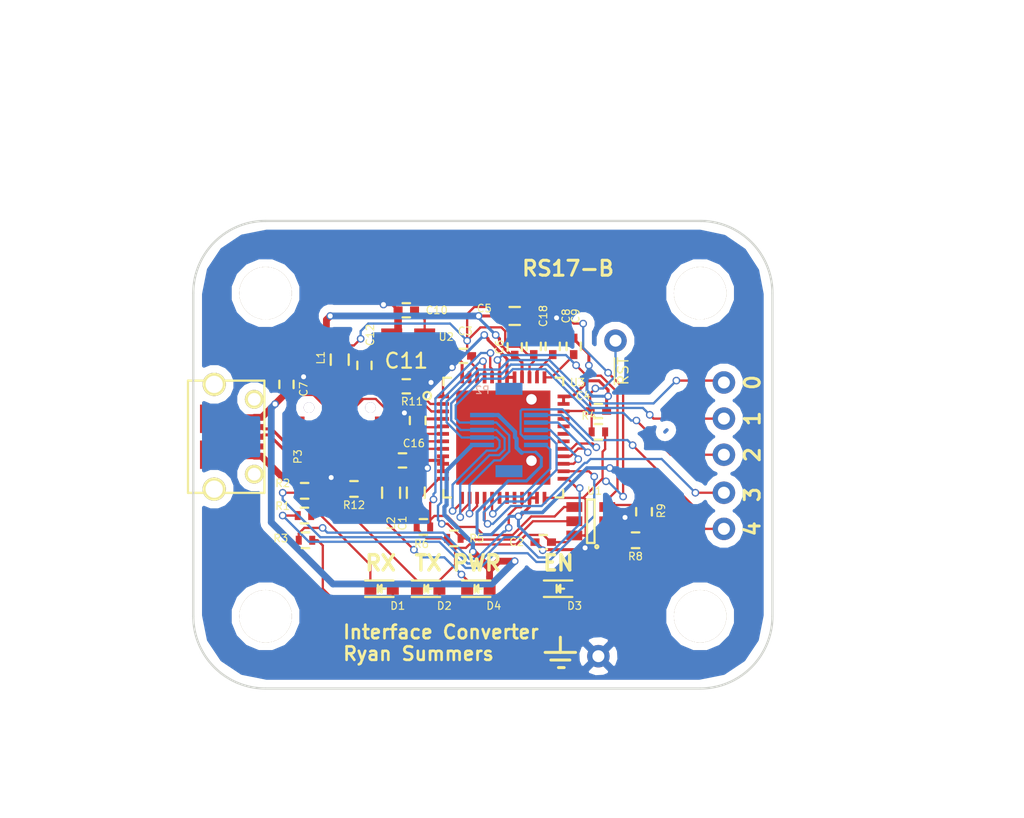
<source format=kicad_pcb>
(kicad_pcb (version 4) (host pcbnew 4.0.4+e1-6308~48~ubuntu14.04.1-stable)

  (general
    (links 110)
    (no_connects 0)
    (area 110.160999 114.097999 148.982917 145.490001)
    (thickness 1.6)
    (drawings 33)
    (tracks 674)
    (zones 0)
    (modules 47)
    (nets 33)
  )

  (page A4)
  (layers
    (0 F.Cu signal)
    (31 B.Cu signal)
    (32 B.Adhes user)
    (33 F.Adhes user)
    (34 B.Paste user)
    (35 F.Paste user)
    (36 B.SilkS user)
    (37 F.SilkS user)
    (38 B.Mask user)
    (39 F.Mask user)
    (40 Dwgs.User user)
    (41 Cmts.User user)
    (42 Eco1.User user)
    (43 Eco2.User user)
    (44 Edge.Cuts user)
    (45 Margin user)
    (46 B.CrtYd user)
    (47 F.CrtYd user)
    (48 B.Fab user hide)
    (49 F.Fab user hide)
  )

  (setup
    (last_trace_width 0.1524)
    (trace_clearance 0.1524)
    (zone_clearance 0.508)
    (zone_45_only no)
    (trace_min 0.1524)
    (segment_width 0.2)
    (edge_width 0.15)
    (via_size 0.508)
    (via_drill 0.3302)
    (via_min_size 0.508)
    (via_min_drill 0.3302)
    (uvia_size 0.3)
    (uvia_drill 0.1)
    (uvias_allowed no)
    (uvia_min_size 0)
    (uvia_min_drill 0)
    (pcb_text_width 0.3)
    (pcb_text_size 1.5 1.5)
    (mod_edge_width 0.15)
    (mod_text_size 1 1)
    (mod_text_width 0.15)
    (pad_size 1.524 1.524)
    (pad_drill 0.762)
    (pad_to_mask_clearance 0)
    (aux_axis_origin 0 0)
    (visible_elements FFFFFF7F)
    (pcbplotparams
      (layerselection 0x00030_80000001)
      (usegerberextensions false)
      (excludeedgelayer true)
      (linewidth 0.100000)
      (plotframeref false)
      (viasonmask false)
      (mode 1)
      (useauxorigin false)
      (hpglpennumber 1)
      (hpglpenspeed 20)
      (hpglpendiameter 15)
      (hpglpenoverlay 2)
      (psnegative false)
      (psa4output false)
      (plotreference true)
      (plotvalue true)
      (plotinvisibletext false)
      (padsonsilk false)
      (subtractmaskfromsilk false)
      (outputformat 1)
      (mirror false)
      (drillshape 1)
      (scaleselection 1)
      (outputdirectory ""))
  )

  (net 0 "")
  (net 1 +3V3)
  (net 2 GND)
  (net 3 /Vbus)
  (net 4 /Vcore)
  (net 5 /VCCA)
  (net 6 /Vphy)
  (net 7 /Vpll)
  (net 8 "Net-(D1-Pad1)")
  (net 9 "Net-(D2-Pad1)")
  (net 10 "Net-(D3-Pad1)")
  (net 11 /USB+)
  (net 12 /USB-)
  (net 13 /AD3)
  (net 14 /AD0)
  (net 15 /AD2)
  (net 16 /AD4)
  (net 17 /AC3)
  (net 18 /AC4)
  (net 19 /AC5)
  (net 20 /AC2)
  (net 21 /AC1)
  (net 22 "Net-(R8-Pad2)")
  (net 23 "Net-(R11-Pad1)")
  (net 24 /AD1)
  (net 25 /AC0)
  (net 26 "Net-(D4-Pad1)")
  (net 27 /~RST)
  (net 28 /XCSI)
  (net 29 /XCSO)
  (net 30 /eecs)
  (net 31 /eeclk)
  (net 32 /eedata)

  (net_class Default "This is the default net class."
    (clearance 0.1524)
    (trace_width 0.1524)
    (via_dia 0.508)
    (via_drill 0.3302)
    (uvia_dia 0.3)
    (uvia_drill 0.1)
    (add_net +3V3)
    (add_net /AC0)
    (add_net /AC1)
    (add_net /AC2)
    (add_net /AC3)
    (add_net /AC4)
    (add_net /AC5)
    (add_net /AD0)
    (add_net /AD1)
    (add_net /AD2)
    (add_net /AD3)
    (add_net /AD4)
    (add_net /USB+)
    (add_net /USB-)
    (add_net /VCCA)
    (add_net /Vcore)
    (add_net /Vphy)
    (add_net /Vpll)
    (add_net /XCSI)
    (add_net /XCSO)
    (add_net /eeclk)
    (add_net /eecs)
    (add_net /eedata)
    (add_net /~RST)
    (add_net "Net-(D1-Pad1)")
    (add_net "Net-(D2-Pad1)")
    (add_net "Net-(D3-Pad1)")
    (add_net "Net-(D4-Pad1)")
    (add_net "Net-(R11-Pad1)")
    (add_net "Net-(R8-Pad2)")
  )

  (net_class PWR ""
    (clearance 0.1524)
    (trace_width 0.2788)
    (via_dia 0.508)
    (via_drill 0.3302)
    (uvia_dia 0.3)
    (uvia_drill 0.1)
    (add_net /Vbus)
    (add_net GND)
  )

  (module Capacitors_SMD:C_0603 (layer F.Cu) (tedit 5824FB8F) (tstamp 58254843)
    (at 125.095 132.334 90)
    (descr "Capacitor SMD 0603, reflow soldering, AVX (see smccp.pdf)")
    (tags "capacitor 0603")
    (path /5825778D)
    (attr smd)
    (fp_text reference C1 (at -2.032 -0.889 90) (layer F.SilkS)
      (effects (font (size 0.508 0.508) (thickness 0.0762)))
    )
    (fp_text value 4.7uF (at 0 1.9 90) (layer F.Fab)
      (effects (font (size 1 1) (thickness 0.15)))
    )
    (fp_line (start -0.8 0.4) (end -0.8 -0.4) (layer F.Fab) (width 0.15))
    (fp_line (start 0.8 0.4) (end -0.8 0.4) (layer F.Fab) (width 0.15))
    (fp_line (start 0.8 -0.4) (end 0.8 0.4) (layer F.Fab) (width 0.15))
    (fp_line (start -0.8 -0.4) (end 0.8 -0.4) (layer F.Fab) (width 0.15))
    (fp_line (start -1.45 -0.75) (end 1.45 -0.75) (layer F.CrtYd) (width 0.05))
    (fp_line (start -1.45 0.75) (end 1.45 0.75) (layer F.CrtYd) (width 0.05))
    (fp_line (start -1.45 -0.75) (end -1.45 0.75) (layer F.CrtYd) (width 0.05))
    (fp_line (start 1.45 -0.75) (end 1.45 0.75) (layer F.CrtYd) (width 0.05))
    (fp_line (start -0.35 -0.6) (end 0.35 -0.6) (layer F.SilkS) (width 0.15))
    (fp_line (start 0.35 0.6) (end -0.35 0.6) (layer F.SilkS) (width 0.15))
    (pad 1 smd rect (at -0.75 0 90) (size 0.8 0.75) (layers F.Cu F.Paste F.Mask)
      (net 1 +3V3))
    (pad 2 smd rect (at 0.75 0 90) (size 0.8 0.75) (layers F.Cu F.Paste F.Mask)
      (net 2 GND))
    (model Capacitors_SMD.3dshapes/C_0603.wrl
      (at (xyz 0 0 0))
      (scale (xyz 1 1 1))
      (rotate (xyz 0 0 0))
    )
  )

  (module Capacitors_SMD:C_0402 (layer F.Cu) (tedit 5824FC5C) (tstamp 58254853)
    (at 133.604 135.636 180)
    (descr "Capacitor SMD 0402, reflow soldering, AVX (see smccp.pdf)")
    (tags "capacitor 0402")
    (path /5824B494)
    (attr smd)
    (fp_text reference C2 (at 1.778 0 180) (layer F.SilkS)
      (effects (font (size 0.508 0.508) (thickness 0.0762)))
    )
    (fp_text value 100nF (at 0 1.7 180) (layer F.Fab)
      (effects (font (size 1 1) (thickness 0.15)))
    )
    (fp_line (start -0.5 0.25) (end -0.5 -0.25) (layer F.Fab) (width 0.15))
    (fp_line (start 0.5 0.25) (end -0.5 0.25) (layer F.Fab) (width 0.15))
    (fp_line (start 0.5 -0.25) (end 0.5 0.25) (layer F.Fab) (width 0.15))
    (fp_line (start -0.5 -0.25) (end 0.5 -0.25) (layer F.Fab) (width 0.15))
    (fp_line (start -1.15 -0.6) (end 1.15 -0.6) (layer F.CrtYd) (width 0.05))
    (fp_line (start -1.15 0.6) (end 1.15 0.6) (layer F.CrtYd) (width 0.05))
    (fp_line (start -1.15 -0.6) (end -1.15 0.6) (layer F.CrtYd) (width 0.05))
    (fp_line (start 1.15 -0.6) (end 1.15 0.6) (layer F.CrtYd) (width 0.05))
    (fp_line (start 0.25 -0.475) (end -0.25 -0.475) (layer F.SilkS) (width 0.15))
    (fp_line (start -0.25 0.475) (end 0.25 0.475) (layer F.SilkS) (width 0.15))
    (pad 1 smd rect (at -0.55 0 180) (size 0.6 0.5) (layers F.Cu F.Paste F.Mask)
      (net 1 +3V3))
    (pad 2 smd rect (at 0.55 0 180) (size 0.6 0.5) (layers F.Cu F.Paste F.Mask)
      (net 2 GND))
    (model Capacitors_SMD.3dshapes/C_0402.wrl
      (at (xyz 0 0 0))
      (scale (xyz 1 1 1))
      (rotate (xyz 0 0 0))
    )
  )

  (module Capacitors_SMD:C_0402 (layer F.Cu) (tedit 5824FCE5) (tstamp 58254863)
    (at 128.27 123.19 180)
    (descr "Capacitor SMD 0402, reflow soldering, AVX (see smccp.pdf)")
    (tags "capacitor 0402")
    (path /58257793)
    (attr smd)
    (fp_text reference C3 (at -0.127 1.651 180) (layer F.SilkS)
      (effects (font (size 0.508 0.508) (thickness 0.0762)))
    )
    (fp_text value 100nF (at 0 1.7 180) (layer F.Fab)
      (effects (font (size 1 1) (thickness 0.15)))
    )
    (fp_line (start -0.5 0.25) (end -0.5 -0.25) (layer F.Fab) (width 0.15))
    (fp_line (start 0.5 0.25) (end -0.5 0.25) (layer F.Fab) (width 0.15))
    (fp_line (start 0.5 -0.25) (end 0.5 0.25) (layer F.Fab) (width 0.15))
    (fp_line (start -0.5 -0.25) (end 0.5 -0.25) (layer F.Fab) (width 0.15))
    (fp_line (start -1.15 -0.6) (end 1.15 -0.6) (layer F.CrtYd) (width 0.05))
    (fp_line (start -1.15 0.6) (end 1.15 0.6) (layer F.CrtYd) (width 0.05))
    (fp_line (start -1.15 -0.6) (end -1.15 0.6) (layer F.CrtYd) (width 0.05))
    (fp_line (start 1.15 -0.6) (end 1.15 0.6) (layer F.CrtYd) (width 0.05))
    (fp_line (start 0.25 -0.475) (end -0.25 -0.475) (layer F.SilkS) (width 0.15))
    (fp_line (start -0.25 0.475) (end 0.25 0.475) (layer F.SilkS) (width 0.15))
    (pad 1 smd rect (at -0.55 0 180) (size 0.6 0.5) (layers F.Cu F.Paste F.Mask)
      (net 1 +3V3))
    (pad 2 smd rect (at 0.55 0 180) (size 0.6 0.5) (layers F.Cu F.Paste F.Mask)
      (net 2 GND))
    (model Capacitors_SMD.3dshapes/C_0402.wrl
      (at (xyz 0 0 0))
      (scale (xyz 1 1 1))
      (rotate (xyz 0 0 0))
    )
  )

  (module Capacitors_SMD:C_0402 (layer F.Cu) (tedit 5824FCEF) (tstamp 58254873)
    (at 137.287 126.873)
    (descr "Capacitor SMD 0402, reflow soldering, AVX (see smccp.pdf)")
    (tags "capacitor 0402")
    (path /5824FEAF)
    (attr smd)
    (fp_text reference C4 (at -1.016 -1.016) (layer F.SilkS)
      (effects (font (size 0.508 0.508) (thickness 0.0762)))
    )
    (fp_text value 10nF (at 0 1.7) (layer F.Fab)
      (effects (font (size 1 1) (thickness 0.15)))
    )
    (fp_line (start -0.5 0.25) (end -0.5 -0.25) (layer F.Fab) (width 0.15))
    (fp_line (start 0.5 0.25) (end -0.5 0.25) (layer F.Fab) (width 0.15))
    (fp_line (start 0.5 -0.25) (end 0.5 0.25) (layer F.Fab) (width 0.15))
    (fp_line (start -0.5 -0.25) (end 0.5 -0.25) (layer F.Fab) (width 0.15))
    (fp_line (start -1.15 -0.6) (end 1.15 -0.6) (layer F.CrtYd) (width 0.05))
    (fp_line (start -1.15 0.6) (end 1.15 0.6) (layer F.CrtYd) (width 0.05))
    (fp_line (start -1.15 -0.6) (end -1.15 0.6) (layer F.CrtYd) (width 0.05))
    (fp_line (start 1.15 -0.6) (end 1.15 0.6) (layer F.CrtYd) (width 0.05))
    (fp_line (start 0.25 -0.475) (end -0.25 -0.475) (layer F.SilkS) (width 0.15))
    (fp_line (start -0.25 0.475) (end 0.25 0.475) (layer F.SilkS) (width 0.15))
    (pad 1 smd rect (at -0.55 0) (size 0.6 0.5) (layers F.Cu F.Paste F.Mask)
      (net 27 /~RST))
    (pad 2 smd rect (at 0.55 0) (size 0.6 0.5) (layers F.Cu F.Paste F.Mask)
      (net 2 GND))
    (model Capacitors_SMD.3dshapes/C_0402.wrl
      (at (xyz 0 0 0))
      (scale (xyz 1 1 1))
      (rotate (xyz 0 0 0))
    )
  )

  (module Capacitors_SMD:C_0603 (layer F.Cu) (tedit 5824FC87) (tstamp 58254883)
    (at 131.699 120.523)
    (descr "Capacitor SMD 0603, reflow soldering, AVX (see smccp.pdf)")
    (tags "capacitor 0603")
    (path /582521BF)
    (attr smd)
    (fp_text reference C5 (at -2.032 -0.508) (layer F.SilkS)
      (effects (font (size 0.508 0.508) (thickness 0.0762)))
    )
    (fp_text value 4.7uF (at 0 1.9) (layer F.Fab)
      (effects (font (size 1 1) (thickness 0.15)))
    )
    (fp_line (start -0.8 0.4) (end -0.8 -0.4) (layer F.Fab) (width 0.15))
    (fp_line (start 0.8 0.4) (end -0.8 0.4) (layer F.Fab) (width 0.15))
    (fp_line (start 0.8 -0.4) (end 0.8 0.4) (layer F.Fab) (width 0.15))
    (fp_line (start -0.8 -0.4) (end 0.8 -0.4) (layer F.Fab) (width 0.15))
    (fp_line (start -1.45 -0.75) (end 1.45 -0.75) (layer F.CrtYd) (width 0.05))
    (fp_line (start -1.45 0.75) (end 1.45 0.75) (layer F.CrtYd) (width 0.05))
    (fp_line (start -1.45 -0.75) (end -1.45 0.75) (layer F.CrtYd) (width 0.05))
    (fp_line (start 1.45 -0.75) (end 1.45 0.75) (layer F.CrtYd) (width 0.05))
    (fp_line (start -0.35 -0.6) (end 0.35 -0.6) (layer F.SilkS) (width 0.15))
    (fp_line (start 0.35 0.6) (end -0.35 0.6) (layer F.SilkS) (width 0.15))
    (pad 1 smd rect (at -0.75 0) (size 0.8 0.75) (layers F.Cu F.Paste F.Mask)
      (net 3 /Vbus))
    (pad 2 smd rect (at 0.75 0) (size 0.8 0.75) (layers F.Cu F.Paste F.Mask)
      (net 2 GND))
    (model Capacitors_SMD.3dshapes/C_0603.wrl
      (at (xyz 0 0 0))
      (scale (xyz 1 1 1))
      (rotate (xyz 0 0 0))
    )
  )

  (module Capacitors_SMD:C_0402 (layer F.Cu) (tedit 5824FC91) (tstamp 58254893)
    (at 131.699 122.597 90)
    (descr "Capacitor SMD 0402, reflow soldering, AVX (see smccp.pdf)")
    (tags "capacitor 0402")
    (path /582522A9)
    (attr smd)
    (fp_text reference C6 (at 0 -1.016 90) (layer F.SilkS)
      (effects (font (size 0.508 0.508) (thickness 0.0762)))
    )
    (fp_text value 100nF (at 0 1.7 90) (layer F.Fab)
      (effects (font (size 1 1) (thickness 0.15)))
    )
    (fp_line (start -0.5 0.25) (end -0.5 -0.25) (layer F.Fab) (width 0.15))
    (fp_line (start 0.5 0.25) (end -0.5 0.25) (layer F.Fab) (width 0.15))
    (fp_line (start 0.5 -0.25) (end 0.5 0.25) (layer F.Fab) (width 0.15))
    (fp_line (start -0.5 -0.25) (end 0.5 -0.25) (layer F.Fab) (width 0.15))
    (fp_line (start -1.15 -0.6) (end 1.15 -0.6) (layer F.CrtYd) (width 0.05))
    (fp_line (start -1.15 0.6) (end 1.15 0.6) (layer F.CrtYd) (width 0.05))
    (fp_line (start -1.15 -0.6) (end -1.15 0.6) (layer F.CrtYd) (width 0.05))
    (fp_line (start 1.15 -0.6) (end 1.15 0.6) (layer F.CrtYd) (width 0.05))
    (fp_line (start 0.25 -0.475) (end -0.25 -0.475) (layer F.SilkS) (width 0.15))
    (fp_line (start -0.25 0.475) (end 0.25 0.475) (layer F.SilkS) (width 0.15))
    (pad 1 smd rect (at -0.55 0 90) (size 0.6 0.5) (layers F.Cu F.Paste F.Mask)
      (net 3 /Vbus))
    (pad 2 smd rect (at 0.55 0 90) (size 0.6 0.5) (layers F.Cu F.Paste F.Mask)
      (net 2 GND))
    (model Capacitors_SMD.3dshapes/C_0402.wrl
      (at (xyz 0 0 0))
      (scale (xyz 1 1 1))
      (rotate (xyz 0 0 0))
    )
  )

  (module Capacitors_SMD:C_0402 (layer F.Cu) (tedit 5824FD3C) (tstamp 582548A3)
    (at 116.459 125.095 90)
    (descr "Capacitor SMD 0402, reflow soldering, AVX (see smccp.pdf)")
    (tags "capacitor 0402")
    (path /5824EF83)
    (attr smd)
    (fp_text reference C7 (at -0.3175 1.143 90) (layer F.SilkS)
      (effects (font (size 0.508 0.508) (thickness 0.0762)))
    )
    (fp_text value 10nF (at 0 1.7 90) (layer F.Fab)
      (effects (font (size 1 1) (thickness 0.15)))
    )
    (fp_line (start -0.5 0.25) (end -0.5 -0.25) (layer F.Fab) (width 0.15))
    (fp_line (start 0.5 0.25) (end -0.5 0.25) (layer F.Fab) (width 0.15))
    (fp_line (start 0.5 -0.25) (end 0.5 0.25) (layer F.Fab) (width 0.15))
    (fp_line (start -0.5 -0.25) (end 0.5 -0.25) (layer F.Fab) (width 0.15))
    (fp_line (start -1.15 -0.6) (end 1.15 -0.6) (layer F.CrtYd) (width 0.05))
    (fp_line (start -1.15 0.6) (end 1.15 0.6) (layer F.CrtYd) (width 0.05))
    (fp_line (start -1.15 -0.6) (end -1.15 0.6) (layer F.CrtYd) (width 0.05))
    (fp_line (start 1.15 -0.6) (end 1.15 0.6) (layer F.CrtYd) (width 0.05))
    (fp_line (start 0.25 -0.475) (end -0.25 -0.475) (layer F.SilkS) (width 0.15))
    (fp_line (start -0.25 0.475) (end 0.25 0.475) (layer F.SilkS) (width 0.15))
    (pad 1 smd rect (at -0.55 0 90) (size 0.6 0.5) (layers F.Cu F.Paste F.Mask)
      (net 3 /Vbus))
    (pad 2 smd rect (at 0.55 0 90) (size 0.6 0.5) (layers F.Cu F.Paste F.Mask)
      (net 2 GND))
    (model Capacitors_SMD.3dshapes/C_0402.wrl
      (at (xyz 0 0 0))
      (scale (xyz 1 1 1))
      (rotate (xyz 0 0 0))
    )
  )

  (module Capacitors_SMD:C_0402 (layer F.Cu) (tedit 5824FCD7) (tstamp 582548B3)
    (at 134.239 122.555 90)
    (descr "Capacitor SMD 0402, reflow soldering, AVX (see smccp.pdf)")
    (tags "capacitor 0402")
    (path /58259412)
    (attr smd)
    (fp_text reference C8 (at 2.032 0.889 90) (layer F.SilkS)
      (effects (font (size 0.508 0.508) (thickness 0.0762)))
    )
    (fp_text value 100nF (at 0 1.7 90) (layer F.Fab)
      (effects (font (size 1 1) (thickness 0.15)))
    )
    (fp_line (start -0.5 0.25) (end -0.5 -0.25) (layer F.Fab) (width 0.15))
    (fp_line (start 0.5 0.25) (end -0.5 0.25) (layer F.Fab) (width 0.15))
    (fp_line (start 0.5 -0.25) (end 0.5 0.25) (layer F.Fab) (width 0.15))
    (fp_line (start -0.5 -0.25) (end 0.5 -0.25) (layer F.Fab) (width 0.15))
    (fp_line (start -1.15 -0.6) (end 1.15 -0.6) (layer F.CrtYd) (width 0.05))
    (fp_line (start -1.15 0.6) (end 1.15 0.6) (layer F.CrtYd) (width 0.05))
    (fp_line (start -1.15 -0.6) (end -1.15 0.6) (layer F.CrtYd) (width 0.05))
    (fp_line (start 1.15 -0.6) (end 1.15 0.6) (layer F.CrtYd) (width 0.05))
    (fp_line (start 0.25 -0.475) (end -0.25 -0.475) (layer F.SilkS) (width 0.15))
    (fp_line (start -0.25 0.475) (end 0.25 0.475) (layer F.SilkS) (width 0.15))
    (pad 1 smd rect (at -0.55 0 90) (size 0.6 0.5) (layers F.Cu F.Paste F.Mask)
      (net 4 /Vcore))
    (pad 2 smd rect (at 0.55 0 90) (size 0.6 0.5) (layers F.Cu F.Paste F.Mask)
      (net 2 GND))
    (model Capacitors_SMD.3dshapes/C_0402.wrl
      (at (xyz 0 0 0))
      (scale (xyz 1 1 1))
      (rotate (xyz 0 0 0))
    )
  )

  (module Capacitors_SMD:C_0402 (layer F.Cu) (tedit 5824FCDF) (tstamp 582548C3)
    (at 135.636 122.555 90)
    (descr "Capacitor SMD 0402, reflow soldering, AVX (see smccp.pdf)")
    (tags "capacitor 0402")
    (path /582530CC)
    (attr smd)
    (fp_text reference C9 (at 2.032 0.127 90) (layer F.SilkS)
      (effects (font (size 0.508 0.508) (thickness 0.0762)))
    )
    (fp_text value 100nF (at 0 1.7 90) (layer F.Fab)
      (effects (font (size 1 1) (thickness 0.15)))
    )
    (fp_line (start -0.5 0.25) (end -0.5 -0.25) (layer F.Fab) (width 0.15))
    (fp_line (start 0.5 0.25) (end -0.5 0.25) (layer F.Fab) (width 0.15))
    (fp_line (start 0.5 -0.25) (end 0.5 0.25) (layer F.Fab) (width 0.15))
    (fp_line (start -0.5 -0.25) (end 0.5 -0.25) (layer F.Fab) (width 0.15))
    (fp_line (start -1.15 -0.6) (end 1.15 -0.6) (layer F.CrtYd) (width 0.05))
    (fp_line (start -1.15 0.6) (end 1.15 0.6) (layer F.CrtYd) (width 0.05))
    (fp_line (start -1.15 -0.6) (end -1.15 0.6) (layer F.CrtYd) (width 0.05))
    (fp_line (start 1.15 -0.6) (end 1.15 0.6) (layer F.CrtYd) (width 0.05))
    (fp_line (start 0.25 -0.475) (end -0.25 -0.475) (layer F.SilkS) (width 0.15))
    (fp_line (start -0.25 0.475) (end 0.25 0.475) (layer F.SilkS) (width 0.15))
    (pad 1 smd rect (at -0.55 0 90) (size 0.6 0.5) (layers F.Cu F.Paste F.Mask)
      (net 5 /VCCA))
    (pad 2 smd rect (at 0.55 0 90) (size 0.6 0.5) (layers F.Cu F.Paste F.Mask)
      (net 2 GND))
    (model Capacitors_SMD.3dshapes/C_0402.wrl
      (at (xyz 0 0 0))
      (scale (xyz 1 1 1))
      (rotate (xyz 0 0 0))
    )
  )

  (module Capacitors_SMD:C_0402 (layer F.Cu) (tedit 5824FC51) (tstamp 582548D3)
    (at 124.46 120.142 180)
    (descr "Capacitor SMD 0402, reflow soldering, AVX (see smccp.pdf)")
    (tags "capacitor 0402")
    (path /5824E23F)
    (attr smd)
    (fp_text reference C10 (at -2.032 0 180) (layer F.SilkS)
      (effects (font (size 0.508 0.508) (thickness 0.0762)))
    )
    (fp_text value 20pF (at 0 1.7 180) (layer F.Fab)
      (effects (font (size 1 1) (thickness 0.15)))
    )
    (fp_line (start -0.5 0.25) (end -0.5 -0.25) (layer F.Fab) (width 0.15))
    (fp_line (start 0.5 0.25) (end -0.5 0.25) (layer F.Fab) (width 0.15))
    (fp_line (start 0.5 -0.25) (end 0.5 0.25) (layer F.Fab) (width 0.15))
    (fp_line (start -0.5 -0.25) (end 0.5 -0.25) (layer F.Fab) (width 0.15))
    (fp_line (start -1.15 -0.6) (end 1.15 -0.6) (layer F.CrtYd) (width 0.05))
    (fp_line (start -1.15 0.6) (end 1.15 0.6) (layer F.CrtYd) (width 0.05))
    (fp_line (start -1.15 -0.6) (end -1.15 0.6) (layer F.CrtYd) (width 0.05))
    (fp_line (start 1.15 -0.6) (end 1.15 0.6) (layer F.CrtYd) (width 0.05))
    (fp_line (start 0.25 -0.475) (end -0.25 -0.475) (layer F.SilkS) (width 0.15))
    (fp_line (start -0.25 0.475) (end 0.25 0.475) (layer F.SilkS) (width 0.15))
    (pad 1 smd rect (at -0.55 0 180) (size 0.6 0.5) (layers F.Cu F.Paste F.Mask)
      (net 28 /XCSI))
    (pad 2 smd rect (at 0.55 0 180) (size 0.6 0.5) (layers F.Cu F.Paste F.Mask)
      (net 2 GND))
    (model Capacitors_SMD.3dshapes/C_0402.wrl
      (at (xyz 0 0 0))
      (scale (xyz 1 1 1))
      (rotate (xyz 0 0 0))
    )
  )

  (module Capacitors_SMD:C_0402 (layer F.Cu) (tedit 5415D599) (tstamp 582548E3)
    (at 124.46 125.222)
    (descr "Capacitor SMD 0402, reflow soldering, AVX (see smccp.pdf)")
    (tags "capacitor 0402")
    (path /5824E29A)
    (attr smd)
    (fp_text reference C11 (at 0 -1.7) (layer F.SilkS)
      (effects (font (size 1 1) (thickness 0.15)))
    )
    (fp_text value 20pF (at 0 1.7) (layer F.Fab)
      (effects (font (size 1 1) (thickness 0.15)))
    )
    (fp_line (start -0.5 0.25) (end -0.5 -0.25) (layer F.Fab) (width 0.15))
    (fp_line (start 0.5 0.25) (end -0.5 0.25) (layer F.Fab) (width 0.15))
    (fp_line (start 0.5 -0.25) (end 0.5 0.25) (layer F.Fab) (width 0.15))
    (fp_line (start -0.5 -0.25) (end 0.5 -0.25) (layer F.Fab) (width 0.15))
    (fp_line (start -1.15 -0.6) (end 1.15 -0.6) (layer F.CrtYd) (width 0.05))
    (fp_line (start -1.15 0.6) (end 1.15 0.6) (layer F.CrtYd) (width 0.05))
    (fp_line (start -1.15 -0.6) (end -1.15 0.6) (layer F.CrtYd) (width 0.05))
    (fp_line (start 1.15 -0.6) (end 1.15 0.6) (layer F.CrtYd) (width 0.05))
    (fp_line (start 0.25 -0.475) (end -0.25 -0.475) (layer F.SilkS) (width 0.15))
    (fp_line (start -0.25 0.475) (end 0.25 0.475) (layer F.SilkS) (width 0.15))
    (pad 1 smd rect (at -0.55 0) (size 0.6 0.5) (layers F.Cu F.Paste F.Mask)
      (net 29 /XCSO))
    (pad 2 smd rect (at 0.55 0) (size 0.6 0.5) (layers F.Cu F.Paste F.Mask)
      (net 2 GND))
    (model Capacitors_SMD.3dshapes/C_0402.wrl
      (at (xyz 0 0 0))
      (scale (xyz 1 1 1))
      (rotate (xyz 0 0 0))
    )
  )

  (module Capacitors_SMD:C_0402 (layer F.Cu) (tedit 5824FC38) (tstamp 582548F3)
    (at 121.666 123.825 90)
    (descr "Capacitor SMD 0402, reflow soldering, AVX (see smccp.pdf)")
    (tags "capacitor 0402")
    (path /58255351)
    (attr smd)
    (fp_text reference C12 (at 2.032 0.381 90) (layer F.SilkS)
      (effects (font (size 0.508 0.508) (thickness 0.0762)))
    )
    (fp_text value 100nF (at 0.7239 -16.3576 90) (layer F.Fab)
      (effects (font (size 1 1) (thickness 0.15)))
    )
    (fp_line (start -0.5 0.25) (end -0.5 -0.25) (layer F.Fab) (width 0.15))
    (fp_line (start 0.5 0.25) (end -0.5 0.25) (layer F.Fab) (width 0.15))
    (fp_line (start 0.5 -0.25) (end 0.5 0.25) (layer F.Fab) (width 0.15))
    (fp_line (start -0.5 -0.25) (end 0.5 -0.25) (layer F.Fab) (width 0.15))
    (fp_line (start -1.15 -0.6) (end 1.15 -0.6) (layer F.CrtYd) (width 0.05))
    (fp_line (start -1.15 0.6) (end 1.15 0.6) (layer F.CrtYd) (width 0.05))
    (fp_line (start -1.15 -0.6) (end -1.15 0.6) (layer F.CrtYd) (width 0.05))
    (fp_line (start 1.15 -0.6) (end 1.15 0.6) (layer F.CrtYd) (width 0.05))
    (fp_line (start 0.25 -0.475) (end -0.25 -0.475) (layer F.SilkS) (width 0.15))
    (fp_line (start -0.25 0.475) (end 0.25 0.475) (layer F.SilkS) (width 0.15))
    (pad 1 smd rect (at -0.55 0 90) (size 0.6 0.5) (layers F.Cu F.Paste F.Mask)
      (net 6 /Vphy))
    (pad 2 smd rect (at 0.55 0 90) (size 0.6 0.5) (layers F.Cu F.Paste F.Mask)
      (net 2 GND))
    (model Capacitors_SMD.3dshapes/C_0402.wrl
      (at (xyz 0 0 0))
      (scale (xyz 1 1 1))
      (rotate (xyz 0 0 0))
    )
  )

  (module Capacitors_SMD:C_0402 (layer F.Cu) (tedit 5824FBFD) (tstamp 58254933)
    (at 124.206 130.175)
    (descr "Capacitor SMD 0402, reflow soldering, AVX (see smccp.pdf)")
    (tags "capacitor 0402")
    (path /582561BE)
    (attr smd)
    (fp_text reference C16 (at 0.762 -1.143) (layer F.SilkS)
      (effects (font (size 0.508 0.508) (thickness 0.0762)))
    )
    (fp_text value 100nF (at 0 1.7) (layer F.Fab)
      (effects (font (size 1 1) (thickness 0.15)))
    )
    (fp_line (start -0.5 0.25) (end -0.5 -0.25) (layer F.Fab) (width 0.15))
    (fp_line (start 0.5 0.25) (end -0.5 0.25) (layer F.Fab) (width 0.15))
    (fp_line (start 0.5 -0.25) (end 0.5 0.25) (layer F.Fab) (width 0.15))
    (fp_line (start -0.5 -0.25) (end 0.5 -0.25) (layer F.Fab) (width 0.15))
    (fp_line (start -1.15 -0.6) (end 1.15 -0.6) (layer F.CrtYd) (width 0.05))
    (fp_line (start -1.15 0.6) (end 1.15 0.6) (layer F.CrtYd) (width 0.05))
    (fp_line (start -1.15 -0.6) (end -1.15 0.6) (layer F.CrtYd) (width 0.05))
    (fp_line (start 1.15 -0.6) (end 1.15 0.6) (layer F.CrtYd) (width 0.05))
    (fp_line (start 0.25 -0.475) (end -0.25 -0.475) (layer F.SilkS) (width 0.15))
    (fp_line (start -0.25 0.475) (end 0.25 0.475) (layer F.SilkS) (width 0.15))
    (pad 1 smd rect (at -0.55 0) (size 0.6 0.5) (layers F.Cu F.Paste F.Mask)
      (net 7 /Vpll))
    (pad 2 smd rect (at 0.55 0) (size 0.6 0.5) (layers F.Cu F.Paste F.Mask)
      (net 2 GND))
    (model Capacitors_SMD.3dshapes/C_0402.wrl
      (at (xyz 0 0 0))
      (scale (xyz 1 1 1))
      (rotate (xyz 0 0 0))
    )
  )

  (module Capacitors_SMD:C_0402 (layer F.Cu) (tedit 5824FCA9) (tstamp 58254953)
    (at 132.969 122.555 90)
    (descr "Capacitor SMD 0402, reflow soldering, AVX (see smccp.pdf)")
    (tags "capacitor 0402")
    (path /58257A8A)
    (attr smd)
    (fp_text reference C18 (at 2.032 0.635 90) (layer F.SilkS)
      (effects (font (size 0.508 0.508) (thickness 0.0762)))
    )
    (fp_text value 100nF (at 0 1.7 90) (layer F.Fab)
      (effects (font (size 1 1) (thickness 0.15)))
    )
    (fp_line (start -0.5 0.25) (end -0.5 -0.25) (layer F.Fab) (width 0.15))
    (fp_line (start 0.5 0.25) (end -0.5 0.25) (layer F.Fab) (width 0.15))
    (fp_line (start 0.5 -0.25) (end 0.5 0.25) (layer F.Fab) (width 0.15))
    (fp_line (start -0.5 -0.25) (end 0.5 -0.25) (layer F.Fab) (width 0.15))
    (fp_line (start -1.15 -0.6) (end 1.15 -0.6) (layer F.CrtYd) (width 0.05))
    (fp_line (start -1.15 0.6) (end 1.15 0.6) (layer F.CrtYd) (width 0.05))
    (fp_line (start -1.15 -0.6) (end -1.15 0.6) (layer F.CrtYd) (width 0.05))
    (fp_line (start 1.15 -0.6) (end 1.15 0.6) (layer F.CrtYd) (width 0.05))
    (fp_line (start 0.25 -0.475) (end -0.25 -0.475) (layer F.SilkS) (width 0.15))
    (fp_line (start -0.25 0.475) (end 0.25 0.475) (layer F.SilkS) (width 0.15))
    (pad 1 smd rect (at -0.55 0 90) (size 0.6 0.5) (layers F.Cu F.Paste F.Mask)
      (net 1 +3V3))
    (pad 2 smd rect (at 0.55 0 90) (size 0.6 0.5) (layers F.Cu F.Paste F.Mask)
      (net 2 GND))
    (model Capacitors_SMD.3dshapes/C_0402.wrl
      (at (xyz 0 0 0))
      (scale (xyz 1 1 1))
      (rotate (xyz 0 0 0))
    )
  )

  (module LEDs:LED_0603 (layer F.Cu) (tedit 5824FB52) (tstamp 5825496C)
    (at 122.809 138.7475)
    (descr "LED 0603 smd package")
    (tags "LED led 0603 SMD smd SMT smt smdled SMDLED smtled SMTLED")
    (path /5825CD05)
    (attr smd)
    (fp_text reference D1 (at 1.0795 1.143) (layer F.SilkS)
      (effects (font (size 0.508 0.508) (thickness 0.0762)))
    )
    (fp_text value TX (at 0 1.5) (layer F.Fab)
      (effects (font (size 1 1) (thickness 0.15)))
    )
    (fp_line (start -0.3 -0.2) (end -0.3 0.2) (layer F.Fab) (width 0.15))
    (fp_line (start -0.2 0) (end 0.1 -0.2) (layer F.Fab) (width 0.15))
    (fp_line (start 0.1 0.2) (end -0.2 0) (layer F.Fab) (width 0.15))
    (fp_line (start 0.1 -0.2) (end 0.1 0.2) (layer F.Fab) (width 0.15))
    (fp_line (start 0.8 0.4) (end -0.8 0.4) (layer F.Fab) (width 0.15))
    (fp_line (start 0.8 -0.4) (end 0.8 0.4) (layer F.Fab) (width 0.15))
    (fp_line (start -0.8 -0.4) (end 0.8 -0.4) (layer F.Fab) (width 0.15))
    (fp_line (start -0.8 0.4) (end -0.8 -0.4) (layer F.Fab) (width 0.15))
    (fp_line (start -1.1 0.55) (end 0.8 0.55) (layer F.SilkS) (width 0.15))
    (fp_line (start -1.1 -0.55) (end 0.8 -0.55) (layer F.SilkS) (width 0.15))
    (fp_line (start -0.2 0) (end 0.25 0) (layer F.SilkS) (width 0.15))
    (fp_line (start -0.25 -0.25) (end -0.25 0.25) (layer F.SilkS) (width 0.15))
    (fp_line (start -0.25 0) (end 0 -0.25) (layer F.SilkS) (width 0.15))
    (fp_line (start 0 -0.25) (end 0 0.25) (layer F.SilkS) (width 0.15))
    (fp_line (start 0 0.25) (end -0.25 0) (layer F.SilkS) (width 0.15))
    (fp_line (start 1.4 -0.75) (end 1.4 0.75) (layer F.CrtYd) (width 0.05))
    (fp_line (start 1.4 0.75) (end -1.4 0.75) (layer F.CrtYd) (width 0.05))
    (fp_line (start -1.4 0.75) (end -1.4 -0.75) (layer F.CrtYd) (width 0.05))
    (fp_line (start -1.4 -0.75) (end 1.4 -0.75) (layer F.CrtYd) (width 0.05))
    (pad 2 smd rect (at 0.7493 0 180) (size 0.79756 0.79756) (layers F.Cu F.Paste F.Mask)
      (net 1 +3V3))
    (pad 1 smd rect (at -0.7493 0 180) (size 0.79756 0.79756) (layers F.Cu F.Paste F.Mask)
      (net 8 "Net-(D1-Pad1)"))
    (model LEDs.3dshapes/LED_0603.wrl
      (at (xyz 0 0 0))
      (scale (xyz 1 1 1))
      (rotate (xyz 0 0 180))
    )
  )

  (module LEDs:LED_0603 (layer F.Cu) (tedit 5824FB39) (tstamp 58254985)
    (at 125.9205 138.7475)
    (descr "LED 0603 smd package")
    (tags "LED led 0603 SMD smd SMT smt smdled SMDLED smtled SMTLED")
    (path /5825D2B6)
    (attr smd)
    (fp_text reference D2 (at 1.0795 1.143) (layer F.SilkS)
      (effects (font (size 0.508 0.508) (thickness 0.0762)))
    )
    (fp_text value RX (at 0 1.5) (layer F.Fab)
      (effects (font (size 1 1) (thickness 0.15)))
    )
    (fp_line (start -0.3 -0.2) (end -0.3 0.2) (layer F.Fab) (width 0.15))
    (fp_line (start -0.2 0) (end 0.1 -0.2) (layer F.Fab) (width 0.15))
    (fp_line (start 0.1 0.2) (end -0.2 0) (layer F.Fab) (width 0.15))
    (fp_line (start 0.1 -0.2) (end 0.1 0.2) (layer F.Fab) (width 0.15))
    (fp_line (start 0.8 0.4) (end -0.8 0.4) (layer F.Fab) (width 0.15))
    (fp_line (start 0.8 -0.4) (end 0.8 0.4) (layer F.Fab) (width 0.15))
    (fp_line (start -0.8 -0.4) (end 0.8 -0.4) (layer F.Fab) (width 0.15))
    (fp_line (start -0.8 0.4) (end -0.8 -0.4) (layer F.Fab) (width 0.15))
    (fp_line (start -1.1 0.55) (end 0.8 0.55) (layer F.SilkS) (width 0.15))
    (fp_line (start -1.1 -0.55) (end 0.8 -0.55) (layer F.SilkS) (width 0.15))
    (fp_line (start -0.2 0) (end 0.25 0) (layer F.SilkS) (width 0.15))
    (fp_line (start -0.25 -0.25) (end -0.25 0.25) (layer F.SilkS) (width 0.15))
    (fp_line (start -0.25 0) (end 0 -0.25) (layer F.SilkS) (width 0.15))
    (fp_line (start 0 -0.25) (end 0 0.25) (layer F.SilkS) (width 0.15))
    (fp_line (start 0 0.25) (end -0.25 0) (layer F.SilkS) (width 0.15))
    (fp_line (start 1.4 -0.75) (end 1.4 0.75) (layer F.CrtYd) (width 0.05))
    (fp_line (start 1.4 0.75) (end -1.4 0.75) (layer F.CrtYd) (width 0.05))
    (fp_line (start -1.4 0.75) (end -1.4 -0.75) (layer F.CrtYd) (width 0.05))
    (fp_line (start -1.4 -0.75) (end 1.4 -0.75) (layer F.CrtYd) (width 0.05))
    (pad 2 smd rect (at 0.7493 0 180) (size 0.79756 0.79756) (layers F.Cu F.Paste F.Mask)
      (net 1 +3V3))
    (pad 1 smd rect (at -0.7493 0 180) (size 0.79756 0.79756) (layers F.Cu F.Paste F.Mask)
      (net 9 "Net-(D2-Pad1)"))
    (model LEDs.3dshapes/LED_0603.wrl
      (at (xyz 0 0 0))
      (scale (xyz 1 1 1))
      (rotate (xyz 0 0 180))
    )
  )

  (module LEDs:LED_0603 (layer F.Cu) (tedit 5824FBB9) (tstamp 5825499E)
    (at 134.747 138.7475)
    (descr "LED 0603 smd package")
    (tags "LED led 0603 SMD smd SMT smt smdled SMDLED smtled SMTLED")
    (path /5825DF88)
    (attr smd)
    (fp_text reference D3 (at 0.9525 1.143) (layer F.SilkS)
      (effects (font (size 0.508 0.508) (thickness 0.0762)))
    )
    (fp_text value ON (at 0 1.5) (layer F.Fab)
      (effects (font (size 1 1) (thickness 0.15)))
    )
    (fp_line (start -0.3 -0.2) (end -0.3 0.2) (layer F.Fab) (width 0.15))
    (fp_line (start -0.2 0) (end 0.1 -0.2) (layer F.Fab) (width 0.15))
    (fp_line (start 0.1 0.2) (end -0.2 0) (layer F.Fab) (width 0.15))
    (fp_line (start 0.1 -0.2) (end 0.1 0.2) (layer F.Fab) (width 0.15))
    (fp_line (start 0.8 0.4) (end -0.8 0.4) (layer F.Fab) (width 0.15))
    (fp_line (start 0.8 -0.4) (end 0.8 0.4) (layer F.Fab) (width 0.15))
    (fp_line (start -0.8 -0.4) (end 0.8 -0.4) (layer F.Fab) (width 0.15))
    (fp_line (start -0.8 0.4) (end -0.8 -0.4) (layer F.Fab) (width 0.15))
    (fp_line (start -1.1 0.55) (end 0.8 0.55) (layer F.SilkS) (width 0.15))
    (fp_line (start -1.1 -0.55) (end 0.8 -0.55) (layer F.SilkS) (width 0.15))
    (fp_line (start -0.2 0) (end 0.25 0) (layer F.SilkS) (width 0.15))
    (fp_line (start -0.25 -0.25) (end -0.25 0.25) (layer F.SilkS) (width 0.15))
    (fp_line (start -0.25 0) (end 0 -0.25) (layer F.SilkS) (width 0.15))
    (fp_line (start 0 -0.25) (end 0 0.25) (layer F.SilkS) (width 0.15))
    (fp_line (start 0 0.25) (end -0.25 0) (layer F.SilkS) (width 0.15))
    (fp_line (start 1.4 -0.75) (end 1.4 0.75) (layer F.CrtYd) (width 0.05))
    (fp_line (start 1.4 0.75) (end -1.4 0.75) (layer F.CrtYd) (width 0.05))
    (fp_line (start -1.4 0.75) (end -1.4 -0.75) (layer F.CrtYd) (width 0.05))
    (fp_line (start -1.4 -0.75) (end 1.4 -0.75) (layer F.CrtYd) (width 0.05))
    (pad 2 smd rect (at 0.7493 0 180) (size 0.79756 0.79756) (layers F.Cu F.Paste F.Mask)
      (net 1 +3V3))
    (pad 1 smd rect (at -0.7493 0 180) (size 0.79756 0.79756) (layers F.Cu F.Paste F.Mask)
      (net 10 "Net-(D3-Pad1)"))
    (model LEDs.3dshapes/LED_0603.wrl
      (at (xyz 0 0 0))
      (scale (xyz 1 1 1))
      (rotate (xyz 0 0 180))
    )
  )

  (module Capacitors_SMD:C_0603_HandSoldering (layer F.Cu) (tedit 5824FC2A) (tstamp 582549AE)
    (at 120.015 123.444 270)
    (descr "Capacitor SMD 0603, hand soldering")
    (tags "capacitor 0603")
    (path /582552C4)
    (attr smd)
    (fp_text reference L1 (at -0.127 1.27 270) (layer F.SilkS)
      (effects (font (size 0.508 0.508) (thickness 0.0762)))
    )
    (fp_text value 1uH (at 0 1.9 270) (layer F.Fab)
      (effects (font (size 1 1) (thickness 0.15)))
    )
    (fp_line (start -0.8 0.4) (end -0.8 -0.4) (layer F.Fab) (width 0.15))
    (fp_line (start 0.8 0.4) (end -0.8 0.4) (layer F.Fab) (width 0.15))
    (fp_line (start 0.8 -0.4) (end 0.8 0.4) (layer F.Fab) (width 0.15))
    (fp_line (start -0.8 -0.4) (end 0.8 -0.4) (layer F.Fab) (width 0.15))
    (fp_line (start -1.85 -0.75) (end 1.85 -0.75) (layer F.CrtYd) (width 0.05))
    (fp_line (start -1.85 0.75) (end 1.85 0.75) (layer F.CrtYd) (width 0.05))
    (fp_line (start -1.85 -0.75) (end -1.85 0.75) (layer F.CrtYd) (width 0.05))
    (fp_line (start 1.85 -0.75) (end 1.85 0.75) (layer F.CrtYd) (width 0.05))
    (fp_line (start -0.35 -0.6) (end 0.35 -0.6) (layer F.SilkS) (width 0.15))
    (fp_line (start 0.35 0.6) (end -0.35 0.6) (layer F.SilkS) (width 0.15))
    (pad 1 smd rect (at -0.95 0 270) (size 1.2 0.75) (layers F.Cu F.Paste F.Mask)
      (net 1 +3V3))
    (pad 2 smd rect (at 0.95 0 270) (size 1.2 0.75) (layers F.Cu F.Paste F.Mask)
      (net 6 /Vphy))
    (model Capacitors_SMD.3dshapes/C_0603_HandSoldering.wrl
      (at (xyz 0 0 0))
      (scale (xyz 1 1 1))
      (rotate (xyz 0 0 0))
    )
  )

  (module Capacitors_SMD:C_0603 (layer F.Cu) (tedit 5824FB57) (tstamp 582549BE)
    (at 123.444 132.334 90)
    (descr "Capacitor SMD 0603, reflow soldering, AVX (see smccp.pdf)")
    (tags "capacitor 0603")
    (path /582561B8)
    (attr smd)
    (fp_text reference L2 (at -2.032 0 90) (layer F.SilkS)
      (effects (font (size 0.508 0.508) (thickness 0.0762)))
    )
    (fp_text value 1uH (at 0 1.9 90) (layer F.Fab)
      (effects (font (size 1 1) (thickness 0.15)))
    )
    (fp_line (start -0.8 0.4) (end -0.8 -0.4) (layer F.Fab) (width 0.15))
    (fp_line (start 0.8 0.4) (end -0.8 0.4) (layer F.Fab) (width 0.15))
    (fp_line (start 0.8 -0.4) (end 0.8 0.4) (layer F.Fab) (width 0.15))
    (fp_line (start -0.8 -0.4) (end 0.8 -0.4) (layer F.Fab) (width 0.15))
    (fp_line (start -1.45 -0.75) (end 1.45 -0.75) (layer F.CrtYd) (width 0.05))
    (fp_line (start -1.45 0.75) (end 1.45 0.75) (layer F.CrtYd) (width 0.05))
    (fp_line (start -1.45 -0.75) (end -1.45 0.75) (layer F.CrtYd) (width 0.05))
    (fp_line (start 1.45 -0.75) (end 1.45 0.75) (layer F.CrtYd) (width 0.05))
    (fp_line (start -0.35 -0.6) (end 0.35 -0.6) (layer F.SilkS) (width 0.15))
    (fp_line (start 0.35 0.6) (end -0.35 0.6) (layer F.SilkS) (width 0.15))
    (pad 1 smd rect (at -0.75 0 90) (size 0.8 0.75) (layers F.Cu F.Paste F.Mask)
      (net 1 +3V3))
    (pad 2 smd rect (at 0.75 0 90) (size 0.8 0.75) (layers F.Cu F.Paste F.Mask)
      (net 7 /Vpll))
    (model Capacitors_SMD.3dshapes/C_0603.wrl
      (at (xyz 0 0 0))
      (scale (xyz 1 1 1))
      (rotate (xyz 0 0 0))
    )
  )

  (module Resistors_SMD:R_0402 (layer F.Cu) (tedit 5824FBC2) (tstamp 582549FD)
    (at 117.66 133.858 180)
    (descr "Resistor SMD 0402, reflow soldering, Vishay (see dcrcw.pdf)")
    (tags "resistor 0402")
    (path /5825D606)
    (attr smd)
    (fp_text reference R1 (at 1.455 0.635 180) (layer F.SilkS)
      (effects (font (size 0.508 0.508) (thickness 0.0762)))
    )
    (fp_text value 100 (at 0 1.8 180) (layer F.Fab)
      (effects (font (size 1 1) (thickness 0.15)))
    )
    (fp_line (start -0.95 -0.65) (end 0.95 -0.65) (layer F.CrtYd) (width 0.05))
    (fp_line (start -0.95 0.65) (end 0.95 0.65) (layer F.CrtYd) (width 0.05))
    (fp_line (start -0.95 -0.65) (end -0.95 0.65) (layer F.CrtYd) (width 0.05))
    (fp_line (start 0.95 -0.65) (end 0.95 0.65) (layer F.CrtYd) (width 0.05))
    (fp_line (start 0.25 -0.525) (end -0.25 -0.525) (layer F.SilkS) (width 0.15))
    (fp_line (start -0.25 0.525) (end 0.25 0.525) (layer F.SilkS) (width 0.15))
    (pad 1 smd rect (at -0.45 0 180) (size 0.4 0.6) (layers F.Cu F.Paste F.Mask)
      (net 8 "Net-(D1-Pad1)"))
    (pad 2 smd rect (at 0.45 0 180) (size 0.4 0.6) (layers F.Cu F.Paste F.Mask)
      (net 20 /AC2))
    (model Resistors_SMD.3dshapes/R_0402.wrl
      (at (xyz 0 0 0))
      (scale (xyz 1 1 1))
      (rotate (xyz 0 0 0))
    )
  )

  (module Resistors_SMD:R_0402 (layer F.Cu) (tedit 5824FBA8) (tstamp 58254A09)
    (at 117.671 132.207 180)
    (descr "Resistor SMD 0402, reflow soldering, Vishay (see dcrcw.pdf)")
    (tags "resistor 0402")
    (path /5825D697)
    (attr smd)
    (fp_text reference R2 (at 1.466 0.508 180) (layer F.SilkS)
      (effects (font (size 0.508 0.508) (thickness 0.0762)))
    )
    (fp_text value 65 (at 0 1.8 180) (layer F.Fab)
      (effects (font (size 1 1) (thickness 0.15)))
    )
    (fp_line (start -0.95 -0.65) (end 0.95 -0.65) (layer F.CrtYd) (width 0.05))
    (fp_line (start -0.95 0.65) (end 0.95 0.65) (layer F.CrtYd) (width 0.05))
    (fp_line (start -0.95 -0.65) (end -0.95 0.65) (layer F.CrtYd) (width 0.05))
    (fp_line (start 0.95 -0.65) (end 0.95 0.65) (layer F.CrtYd) (width 0.05))
    (fp_line (start 0.25 -0.525) (end -0.25 -0.525) (layer F.SilkS) (width 0.15))
    (fp_line (start -0.25 0.525) (end 0.25 0.525) (layer F.SilkS) (width 0.15))
    (pad 1 smd rect (at -0.45 0 180) (size 0.4 0.6) (layers F.Cu F.Paste F.Mask)
      (net 9 "Net-(D2-Pad1)"))
    (pad 2 smd rect (at 0.45 0 180) (size 0.4 0.6) (layers F.Cu F.Paste F.Mask)
      (net 21 /AC1))
    (model Resistors_SMD.3dshapes/R_0402.wrl
      (at (xyz 0 0 0))
      (scale (xyz 1 1 1))
      (rotate (xyz 0 0 0))
    )
  )

  (module Resistors_SMD:R_0402 (layer F.Cu) (tedit 5824FB9E) (tstamp 58254A15)
    (at 117.729 135.509 180)
    (descr "Resistor SMD 0402, reflow soldering, Vishay (see dcrcw.pdf)")
    (tags "resistor 0402")
    (path /5825DE25)
    (attr smd)
    (fp_text reference R3 (at 1.651 0.127 180) (layer F.SilkS)
      (effects (font (size 0.508 0.508) (thickness 0.0762)))
    )
    (fp_text value 65 (at 0 1.8 180) (layer F.Fab)
      (effects (font (size 1 1) (thickness 0.15)))
    )
    (fp_line (start -0.95 -0.65) (end 0.95 -0.65) (layer F.CrtYd) (width 0.05))
    (fp_line (start -0.95 0.65) (end 0.95 0.65) (layer F.CrtYd) (width 0.05))
    (fp_line (start -0.95 -0.65) (end -0.95 0.65) (layer F.CrtYd) (width 0.05))
    (fp_line (start 0.95 -0.65) (end 0.95 0.65) (layer F.CrtYd) (width 0.05))
    (fp_line (start 0.25 -0.525) (end -0.25 -0.525) (layer F.SilkS) (width 0.15))
    (fp_line (start -0.25 0.525) (end 0.25 0.525) (layer F.SilkS) (width 0.15))
    (pad 1 smd rect (at -0.45 0 180) (size 0.4 0.6) (layers F.Cu F.Paste F.Mask)
      (net 10 "Net-(D3-Pad1)"))
    (pad 2 smd rect (at 0.45 0 180) (size 0.4 0.6) (layers F.Cu F.Paste F.Mask)
      (net 25 /AC0))
    (model Resistors_SMD.3dshapes/R_0402.wrl
      (at (xyz 0 0 0))
      (scale (xyz 1 1 1))
      (rotate (xyz 0 0 0))
    )
  )

  (module Resistors_SMD:R_0402 (layer F.Cu) (tedit 5824FD09) (tstamp 58254A21)
    (at 137.287 128.27 180)
    (descr "Resistor SMD 0402, reflow soldering, Vishay (see dcrcw.pdf)")
    (tags "resistor 0402")
    (path /5824FF0C)
    (attr smd)
    (fp_text reference R4 (at 0.635 1.0795 180) (layer F.SilkS)
      (effects (font (size 0.508 0.508) (thickness 0.0762)))
    )
    (fp_text value 10k (at 0 1.8 180) (layer F.Fab)
      (effects (font (size 1 1) (thickness 0.15)))
    )
    (fp_line (start -0.95 -0.65) (end 0.95 -0.65) (layer F.CrtYd) (width 0.05))
    (fp_line (start -0.95 0.65) (end 0.95 0.65) (layer F.CrtYd) (width 0.05))
    (fp_line (start -0.95 -0.65) (end -0.95 0.65) (layer F.CrtYd) (width 0.05))
    (fp_line (start 0.95 -0.65) (end 0.95 0.65) (layer F.CrtYd) (width 0.05))
    (fp_line (start 0.25 -0.525) (end -0.25 -0.525) (layer F.SilkS) (width 0.15))
    (fp_line (start -0.25 0.525) (end 0.25 0.525) (layer F.SilkS) (width 0.15))
    (pad 1 smd rect (at -0.45 0 180) (size 0.4 0.6) (layers F.Cu F.Paste F.Mask)
      (net 1 +3V3))
    (pad 2 smd rect (at 0.45 0 180) (size 0.4 0.6) (layers F.Cu F.Paste F.Mask)
      (net 27 /~RST))
    (model Resistors_SMD.3dshapes/R_0402.wrl
      (at (xyz 0 0 0))
      (scale (xyz 1 1 1))
      (rotate (xyz 0 0 0))
    )
  )

  (module Resistors_SMD:R_0402 (layer F.Cu) (tedit 5824FBF3) (tstamp 58254A2D)
    (at 127.635 135.382)
    (descr "Resistor SMD 0402, reflow soldering, Vishay (see dcrcw.pdf)")
    (tags "resistor 0402")
    (path /5824AC94)
    (attr smd)
    (fp_text reference R5 (at 1.524 0) (layer F.SilkS)
      (effects (font (size 0.508 0.508) (thickness 0.0762)))
    )
    (fp_text value 10k (at 0 -1.778) (layer F.Fab)
      (effects (font (size 1 1) (thickness 0.15)))
    )
    (fp_line (start -0.95 -0.65) (end 0.95 -0.65) (layer F.CrtYd) (width 0.05))
    (fp_line (start -0.95 0.65) (end 0.95 0.65) (layer F.CrtYd) (width 0.05))
    (fp_line (start -0.95 -0.65) (end -0.95 0.65) (layer F.CrtYd) (width 0.05))
    (fp_line (start 0.95 -0.65) (end 0.95 0.65) (layer F.CrtYd) (width 0.05))
    (fp_line (start 0.25 -0.525) (end -0.25 -0.525) (layer F.SilkS) (width 0.15))
    (fp_line (start -0.25 0.525) (end 0.25 0.525) (layer F.SilkS) (width 0.15))
    (pad 1 smd rect (at -0.45 0) (size 0.4 0.6) (layers F.Cu F.Paste F.Mask)
      (net 1 +3V3))
    (pad 2 smd rect (at 0.45 0) (size 0.4 0.6) (layers F.Cu F.Paste F.Mask)
      (net 30 /eecs))
    (model Resistors_SMD.3dshapes/R_0402.wrl
      (at (xyz 0 0 0))
      (scale (xyz 1 1 1))
      (rotate (xyz 0 0 0))
    )
  )

  (module Resistors_SMD:R_0402 (layer F.Cu) (tedit 5824FBD0) (tstamp 58254A39)
    (at 125.603 134.62)
    (descr "Resistor SMD 0402, reflow soldering, Vishay (see dcrcw.pdf)")
    (tags "resistor 0402")
    (path /5824AD75)
    (attr smd)
    (fp_text reference R6 (at -0.127 1.143) (layer F.SilkS)
      (effects (font (size 0.508 0.508) (thickness 0.0762)))
    )
    (fp_text value 10k (at 0 1.8) (layer F.Fab)
      (effects (font (size 1 1) (thickness 0.15)))
    )
    (fp_line (start -0.95 -0.65) (end 0.95 -0.65) (layer F.CrtYd) (width 0.05))
    (fp_line (start -0.95 0.65) (end 0.95 0.65) (layer F.CrtYd) (width 0.05))
    (fp_line (start -0.95 -0.65) (end -0.95 0.65) (layer F.CrtYd) (width 0.05))
    (fp_line (start 0.95 -0.65) (end 0.95 0.65) (layer F.CrtYd) (width 0.05))
    (fp_line (start 0.25 -0.525) (end -0.25 -0.525) (layer F.SilkS) (width 0.15))
    (fp_line (start -0.25 0.525) (end 0.25 0.525) (layer F.SilkS) (width 0.15))
    (pad 1 smd rect (at -0.45 0) (size 0.4 0.6) (layers F.Cu F.Paste F.Mask)
      (net 1 +3V3))
    (pad 2 smd rect (at 0.45 0) (size 0.4 0.6) (layers F.Cu F.Paste F.Mask)
      (net 31 /eeclk))
    (model Resistors_SMD.3dshapes/R_0402.wrl
      (at (xyz 0 0 0))
      (scale (xyz 1 1 1))
      (rotate (xyz 0 0 0))
    )
  )

  (module Resistors_SMD:R_0402 (layer F.Cu) (tedit 5824FC74) (tstamp 58254A51)
    (at 139.769 135.509 180)
    (descr "Resistor SMD 0402, reflow soldering, Vishay (see dcrcw.pdf)")
    (tags "resistor 0402")
    (path /5824B248)
    (attr smd)
    (fp_text reference R8 (at 0.0055 -1.0795 180) (layer F.SilkS)
      (effects (font (size 0.508 0.508) (thickness 0.0762)))
    )
    (fp_text value 10k (at 0 1.8 180) (layer F.Fab)
      (effects (font (size 1 1) (thickness 0.15)))
    )
    (fp_line (start -0.95 -0.65) (end 0.95 -0.65) (layer F.CrtYd) (width 0.05))
    (fp_line (start -0.95 0.65) (end 0.95 0.65) (layer F.CrtYd) (width 0.05))
    (fp_line (start -0.95 -0.65) (end -0.95 0.65) (layer F.CrtYd) (width 0.05))
    (fp_line (start 0.95 -0.65) (end 0.95 0.65) (layer F.CrtYd) (width 0.05))
    (fp_line (start 0.25 -0.525) (end -0.25 -0.525) (layer F.SilkS) (width 0.15))
    (fp_line (start -0.25 0.525) (end 0.25 0.525) (layer F.SilkS) (width 0.15))
    (pad 1 smd rect (at -0.45 0 180) (size 0.4 0.6) (layers F.Cu F.Paste F.Mask)
      (net 1 +3V3))
    (pad 2 smd rect (at 0.45 0 180) (size 0.4 0.6) (layers F.Cu F.Paste F.Mask)
      (net 22 "Net-(R8-Pad2)"))
    (model Resistors_SMD.3dshapes/R_0402.wrl
      (at (xyz 0 0 0))
      (scale (xyz 1 1 1))
      (rotate (xyz 0 0 0))
    )
  )

  (module Resistors_SMD:R_0402 (layer F.Cu) (tedit 5824FC6D) (tstamp 58254A5D)
    (at 140.335 133.604 270)
    (descr "Resistor SMD 0402, reflow soldering, Vishay (see dcrcw.pdf)")
    (tags "resistor 0402")
    (path /5824C0D7)
    (attr smd)
    (fp_text reference R9 (at -0.0635 -1.143 270) (layer F.SilkS)
      (effects (font (size 0.508 0.508) (thickness 0.0762)))
    )
    (fp_text value 2k (at 0 1.8 270) (layer F.Fab)
      (effects (font (size 1 1) (thickness 0.15)))
    )
    (fp_line (start -0.95 -0.65) (end 0.95 -0.65) (layer F.CrtYd) (width 0.05))
    (fp_line (start -0.95 0.65) (end 0.95 0.65) (layer F.CrtYd) (width 0.05))
    (fp_line (start -0.95 -0.65) (end -0.95 0.65) (layer F.CrtYd) (width 0.05))
    (fp_line (start 0.95 -0.65) (end 0.95 0.65) (layer F.CrtYd) (width 0.05))
    (fp_line (start 0.25 -0.525) (end -0.25 -0.525) (layer F.SilkS) (width 0.15))
    (fp_line (start -0.25 0.525) (end 0.25 0.525) (layer F.SilkS) (width 0.15))
    (pad 1 smd rect (at -0.45 0 270) (size 0.4 0.6) (layers F.Cu F.Paste F.Mask)
      (net 32 /eedata))
    (pad 2 smd rect (at 0.45 0 270) (size 0.4 0.6) (layers F.Cu F.Paste F.Mask)
      (net 22 "Net-(R8-Pad2)"))
    (model Resistors_SMD.3dshapes/R_0402.wrl
      (at (xyz 0 0 0))
      (scale (xyz 1 1 1))
      (rotate (xyz 0 0 0))
    )
  )

  (module Resistors_SMD:R_0402 (layer F.Cu) (tedit 5824FC1C) (tstamp 58254A75)
    (at 125.222 127.508 90)
    (descr "Resistor SMD 0402, reflow soldering, Vishay (see dcrcw.pdf)")
    (tags "resistor 0402")
    (path /5824FC06)
    (attr smd)
    (fp_text reference R11 (at 1.27 -0.381 180) (layer F.SilkS)
      (effects (font (size 0.508 0.508) (thickness 0.0762)))
    )
    (fp_text value 12k/1% (at 0 1.8 90) (layer F.Fab)
      (effects (font (size 1 1) (thickness 0.15)))
    )
    (fp_line (start -0.95 -0.65) (end 0.95 -0.65) (layer F.CrtYd) (width 0.05))
    (fp_line (start -0.95 0.65) (end 0.95 0.65) (layer F.CrtYd) (width 0.05))
    (fp_line (start -0.95 -0.65) (end -0.95 0.65) (layer F.CrtYd) (width 0.05))
    (fp_line (start 0.95 -0.65) (end 0.95 0.65) (layer F.CrtYd) (width 0.05))
    (fp_line (start 0.25 -0.525) (end -0.25 -0.525) (layer F.SilkS) (width 0.15))
    (fp_line (start -0.25 0.525) (end 0.25 0.525) (layer F.SilkS) (width 0.15))
    (pad 1 smd rect (at -0.45 0 90) (size 0.4 0.6) (layers F.Cu F.Paste F.Mask)
      (net 23 "Net-(R11-Pad1)"))
    (pad 2 smd rect (at 0.45 0 90) (size 0.4 0.6) (layers F.Cu F.Paste F.Mask)
      (net 2 GND))
    (model Resistors_SMD.3dshapes/R_0402.wrl
      (at (xyz 0 0 0))
      (scale (xyz 1 1 1))
      (rotate (xyz 0 0 0))
    )
  )

  (module TO_SOT_Packages_SMD:SOT-23-6 (layer F.Cu) (tedit 5824FC63) (tstamp 58254A84)
    (at 136.779 134.239 180)
    (descr "6-pin SOT-23 package")
    (tags SOT-23-6)
    (path /5824BA3D)
    (attr smd)
    (fp_text reference U1 (at -0.254 2.032 180) (layer F.SilkS)
      (effects (font (size 0.508 0.508) (thickness 0.0762)))
    )
    (fp_text value 93LCxxB-6 (at 0 2.9 180) (layer F.Fab)
      (effects (font (size 1 1) (thickness 0.15)))
    )
    (fp_circle (center -0.4 -1.7) (end -0.3 -1.7) (layer F.SilkS) (width 0.15))
    (fp_line (start 0.25 -1.45) (end -0.25 -1.45) (layer F.SilkS) (width 0.15))
    (fp_line (start 0.25 1.45) (end 0.25 -1.45) (layer F.SilkS) (width 0.15))
    (fp_line (start -0.25 1.45) (end 0.25 1.45) (layer F.SilkS) (width 0.15))
    (fp_line (start -0.25 -1.45) (end -0.25 1.45) (layer F.SilkS) (width 0.15))
    (pad 1 smd rect (at -1.1 -0.95 180) (size 1.06 0.65) (layers F.Cu F.Paste F.Mask)
      (net 22 "Net-(R8-Pad2)"))
    (pad 2 smd rect (at -1.1 0 180) (size 1.06 0.65) (layers F.Cu F.Paste F.Mask)
      (net 2 GND))
    (pad 3 smd rect (at -1.1 0.95 180) (size 1.06 0.65) (layers F.Cu F.Paste F.Mask)
      (net 32 /eedata))
    (pad 4 smd rect (at 1.1 0.95 180) (size 1.06 0.65) (layers F.Cu F.Paste F.Mask)
      (net 31 /eeclk))
    (pad 6 smd rect (at 1.1 -0.95 180) (size 1.06 0.65) (layers F.Cu F.Paste F.Mask)
      (net 1 +3V3))
    (pad 5 smd rect (at 1.1 0 180) (size 1.06 0.65) (layers F.Cu F.Paste F.Mask)
      (net 30 /eecs))
    (model TO_SOT_Packages_SMD.3dshapes/SOT-23-6.wrl
      (at (xyz 0 0 0))
      (scale (xyz 1 1 1))
      (rotate (xyz 0 0 0))
    )
  )

  (module robosub_footprints:DFN-4 (layer F.Cu) (tedit 5824FC43) (tstamp 58254A8C)
    (at 124.587 122.809 180)
    (path /5824DFE1)
    (fp_text reference U2 (at -2.54 0.889 180) (layer F.SilkS)
      (effects (font (size 0.508 0.508) (thickness 0.0762)))
    )
    (fp_text value Osc (at 0 -2.286 180) (layer F.Fab)
      (effects (font (size 1 1) (thickness 0.15)))
    )
    (pad 2 smd rect (at 1.1 0.85 180) (size 1.4 1.2) (layers F.Cu F.Paste F.Mask)
      (net 2 GND))
    (pad 1 smd rect (at -1.1 0.85 180) (size 1.4 1.2) (layers F.Cu F.Paste F.Mask)
      (net 28 /XCSI))
    (pad 4 smd rect (at -1.1 -0.85 180) (size 1.4 1.2) (layers F.Cu F.Paste F.Mask)
      (net 2 GND))
    (pad 3 smd rect (at 1.1 -0.85 180) (size 1.4 1.2) (layers F.Cu F.Paste F.Mask)
      (net 29 /XCSO))
    (model ../../../../../../home/ryan/repositories/pcbs/lib/3d-parts/ABM8G.wrl
      (at (xyz 0 0 0))
      (scale (xyz 400 400 400))
      (rotate (xyz 0 0 0))
    )
  )

  (module LEDs:LED_0603 (layer F.Cu) (tedit 58252C05) (tstamp 58252D7F)
    (at 129.2733 138.7475)
    (descr "LED 0603 smd package")
    (tags "LED led 0603 SMD smd SMT smt smdled SMDLED smtled SMTLED")
    (path /5829F13E)
    (attr smd)
    (fp_text reference D4 (at 1.0287 1.143) (layer F.SilkS)
      (effects (font (size 0.508 0.508) (thickness 0.077)))
    )
    (fp_text value LED (at 0 1.5) (layer F.Fab)
      (effects (font (size 1 1) (thickness 0.15)))
    )
    (fp_line (start -0.3 -0.2) (end -0.3 0.2) (layer F.Fab) (width 0.15))
    (fp_line (start -0.2 0) (end 0.1 -0.2) (layer F.Fab) (width 0.15))
    (fp_line (start 0.1 0.2) (end -0.2 0) (layer F.Fab) (width 0.15))
    (fp_line (start 0.1 -0.2) (end 0.1 0.2) (layer F.Fab) (width 0.15))
    (fp_line (start 0.8 0.4) (end -0.8 0.4) (layer F.Fab) (width 0.15))
    (fp_line (start 0.8 -0.4) (end 0.8 0.4) (layer F.Fab) (width 0.15))
    (fp_line (start -0.8 -0.4) (end 0.8 -0.4) (layer F.Fab) (width 0.15))
    (fp_line (start -0.8 0.4) (end -0.8 -0.4) (layer F.Fab) (width 0.15))
    (fp_line (start -1.1 0.55) (end 0.8 0.55) (layer F.SilkS) (width 0.15))
    (fp_line (start -1.1 -0.55) (end 0.8 -0.55) (layer F.SilkS) (width 0.15))
    (fp_line (start -0.2 0) (end 0.25 0) (layer F.SilkS) (width 0.15))
    (fp_line (start -0.25 -0.25) (end -0.25 0.25) (layer F.SilkS) (width 0.15))
    (fp_line (start -0.25 0) (end 0 -0.25) (layer F.SilkS) (width 0.15))
    (fp_line (start 0 -0.25) (end 0 0.25) (layer F.SilkS) (width 0.15))
    (fp_line (start 0 0.25) (end -0.25 0) (layer F.SilkS) (width 0.15))
    (fp_line (start 1.4 -0.75) (end 1.4 0.75) (layer F.CrtYd) (width 0.05))
    (fp_line (start 1.4 0.75) (end -1.4 0.75) (layer F.CrtYd) (width 0.05))
    (fp_line (start -1.4 0.75) (end -1.4 -0.75) (layer F.CrtYd) (width 0.05))
    (fp_line (start -1.4 -0.75) (end 1.4 -0.75) (layer F.CrtYd) (width 0.05))
    (pad 2 smd rect (at 0.7493 0 180) (size 0.79756 0.79756) (layers F.Cu F.Paste F.Mask)
      (net 3 /Vbus))
    (pad 1 smd rect (at -0.7493 0 180) (size 0.79756 0.79756) (layers F.Cu F.Paste F.Mask)
      (net 26 "Net-(D4-Pad1)"))
    (model LEDs.3dshapes/LED_0603.wrl
      (at (xyz 0 0 0))
      (scale (xyz 1 1 1))
      (rotate (xyz 0 0 180))
    )
  )

  (module Resistors_SMD:R_0402 (layer F.Cu) (tedit 5826199D) (tstamp 58252D8B)
    (at 120.9675 132.08 180)
    (descr "Resistor SMD 0402, reflow soldering, Vishay (see dcrcw.pdf)")
    (tags "resistor 0402")
    (path /5829F7EC)
    (attr smd)
    (fp_text reference R12 (at 0 -1.0795 180) (layer F.SilkS)
      (effects (font (size 0.508 0.508) (thickness 0.0762)))
    )
    (fp_text value 150 (at 0 1.8 180) (layer F.Fab)
      (effects (font (size 1 1) (thickness 0.15)))
    )
    (fp_line (start -0.95 -0.65) (end 0.95 -0.65) (layer F.CrtYd) (width 0.05))
    (fp_line (start -0.95 0.65) (end 0.95 0.65) (layer F.CrtYd) (width 0.05))
    (fp_line (start -0.95 -0.65) (end -0.95 0.65) (layer F.CrtYd) (width 0.05))
    (fp_line (start 0.95 -0.65) (end 0.95 0.65) (layer F.CrtYd) (width 0.05))
    (fp_line (start 0.25 -0.525) (end -0.25 -0.525) (layer F.SilkS) (width 0.15))
    (fp_line (start -0.25 0.525) (end 0.25 0.525) (layer F.SilkS) (width 0.15))
    (pad 1 smd rect (at -0.45 0 180) (size 0.4 0.6) (layers F.Cu F.Paste F.Mask)
      (net 26 "Net-(D4-Pad1)"))
    (pad 2 smd rect (at 0.45 0 180) (size 0.4 0.6) (layers F.Cu F.Paste F.Mask)
      (net 2 GND))
    (model Resistors_SMD.3dshapes/R_0402.wrl
      (at (xyz 0 0 0))
      (scale (xyz 1 1 1))
      (rotate (xyz 0 0 0))
    )
  )

  (module robosub_footprints:QFN_48-8x8 (layer F.Cu) (tedit 5826261D) (tstamp 58254ACA)
    (at 130.937 128.651)
    (path /5822413F)
    (fp_text reference U3 (at 4.953 -3.683) (layer F.SilkS)
      (effects (font (size 0.508 0.508) (thickness 0.0762)))
    )
    (fp_text value FT232H (at 0 6.096) (layer F.Fab)
      (effects (font (size 1 1) (thickness 0.15)))
    )
    (fp_circle (center -5.08 -2.794) (end -5.08 -3.048) (layer F.SilkS) (width 0.15))
    (fp_line (start 4 -4) (end 4 -3.5) (layer F.SilkS) (width 0.15))
    (fp_line (start -4 -4) (end -4 -3.5) (layer F.SilkS) (width 0.15))
    (fp_line (start -4 -4) (end -3.5 -4) (layer F.SilkS) (width 0.15))
    (fp_line (start 3.5 4) (end 4 4) (layer F.SilkS) (width 0.15))
    (fp_line (start 3.5 -4) (end 4 -4) (layer F.SilkS) (width 0.15))
    (fp_line (start 4 3.5) (end 4 4) (layer F.SilkS) (width 0.15))
    (fp_line (start -4 4) (end -3.5 4) (layer F.SilkS) (width 0.15))
    (fp_line (start -4 3.5) (end -4 4) (layer F.SilkS) (width 0.15))
    (pad 32 smd rect (at 4.025 -0.75) (size 0.8 0.25) (layers F.Cu F.Paste F.Mask))
    (pad 49 smd rect (at 0 0) (size 6.29 6.29) (layers F.Cu F.Paste F.Mask))
    (pad 31 smd rect (at 4.025 -0.25) (size 0.8 0.25) (layers F.Cu F.Paste F.Mask))
    (pad 30 smd rect (at 4.025 0.25) (size 0.8 0.25) (layers F.Cu F.Paste F.Mask))
    (pad 33 smd rect (at 4.025 -1.25) (size 0.8 0.25) (layers F.Cu F.Paste F.Mask))
    (pad 34 smd rect (at 4.025 -1.75) (size 0.8 0.25) (layers F.Cu F.Paste F.Mask)
      (net 27 /~RST))
    (pad 35 smd rect (at 4.025 -2.25) (size 0.8 0.25) (layers F.Cu F.Paste F.Mask)
      (net 2 GND))
    (pad 36 smd rect (at 4.025 -2.75) (size 0.8 0.25) (layers F.Cu F.Paste F.Mask)
      (net 2 GND))
    (pad 29 smd rect (at 4.025 0.75) (size 0.8 0.25) (layers F.Cu F.Paste F.Mask)
      (net 19 /AC5))
    (pad 28 smd rect (at 4.025 1.25) (size 0.8 0.25) (layers F.Cu F.Paste F.Mask)
      (net 18 /AC4))
    (pad 27 smd rect (at 4.025 1.75) (size 0.8 0.25) (layers F.Cu F.Paste F.Mask)
      (net 17 /AC3))
    (pad 26 smd rect (at 4.025 2.25) (size 0.8 0.25) (layers F.Cu F.Paste F.Mask)
      (net 20 /AC2))
    (pad 25 smd rect (at 4.025 2.75) (size 0.8 0.25) (layers F.Cu F.Paste F.Mask)
      (net 21 /AC1))
    (pad 3 smd rect (at -4.025 -1.75) (size 0.8 0.25) (layers F.Cu F.Paste F.Mask)
      (net 6 /Vphy))
    (pad 2 smd rect (at -4.025 -2.25) (size 0.8 0.25) (layers F.Cu F.Paste F.Mask)
      (net 29 /XCSO))
    (pad 1 smd rect (at -4.025 -2.75) (size 0.8 0.25) (layers F.Cu F.Paste F.Mask)
      (net 28 /XCSI))
    (pad 12 smd rect (at -4.025 2.75) (size 0.8 0.25) (layers F.Cu F.Paste F.Mask)
      (net 1 +3V3))
    (pad 6 smd rect (at -4.025 -0.25) (size 0.8 0.25) (layers F.Cu F.Paste F.Mask)
      (net 12 /USB-))
    (pad 5 smd rect (at -4.025 -0.75) (size 0.8 0.25) (layers F.Cu F.Paste F.Mask)
      (net 23 "Net-(R11-Pad1)"))
    (pad 7 smd rect (at -4.025 0.25) (size 0.8 0.25) (layers F.Cu F.Paste F.Mask)
      (net 11 /USB+))
    (pad 4 smd rect (at -4.025 -1.25) (size 0.8 0.25) (layers F.Cu F.Paste F.Mask)
      (net 2 GND))
    (pad 8 smd rect (at -4.025 0.75) (size 0.8 0.25) (layers F.Cu F.Paste F.Mask)
      (net 7 /Vpll))
    (pad 9 smd rect (at -4.025 1.25) (size 0.8 0.25) (layers F.Cu F.Paste F.Mask)
      (net 2 GND))
    (pad 10 smd rect (at -4.025 1.75) (size 0.8 0.25) (layers F.Cu F.Paste F.Mask)
      (net 2 GND))
    (pad 11 smd rect (at -4.025 2.25) (size 0.8 0.25) (layers F.Cu F.Paste F.Mask)
      (net 2 GND))
    (pad 48 smd rect (at -2.75 -4.025 90) (size 0.8 0.25) (layers F.Cu F.Paste F.Mask)
      (net 2 GND))
    (pad 47 smd rect (at -2.25 -4.025 90) (size 0.8 0.25) (layers F.Cu F.Paste F.Mask)
      (net 2 GND))
    (pad 46 smd rect (at -1.75 -4.025 90) (size 0.8 0.25) (layers F.Cu F.Paste F.Mask)
      (net 1 +3V3))
    (pad 45 smd rect (at -1.25 -4.025 90) (size 0.8 0.25) (layers F.Cu F.Paste F.Mask)
      (net 30 /eecs))
    (pad 44 smd rect (at -0.75 -4.025 90) (size 0.8 0.25) (layers F.Cu F.Paste F.Mask)
      (net 31 /eeclk))
    (pad 43 smd rect (at -0.25 -4.025 90) (size 0.8 0.25) (layers F.Cu F.Paste F.Mask)
      (net 32 /eedata))
    (pad 42 smd rect (at 0.25 -4.025 90) (size 0.8 0.25) (layers F.Cu F.Paste F.Mask)
      (net 2 GND))
    (pad 39 smd rect (at 1.75 -4.025 90) (size 0.8 0.25) (layers F.Cu F.Paste F.Mask)
      (net 1 +3V3))
    (pad 40 smd rect (at 1.25 -4.025 90) (size 0.8 0.25) (layers F.Cu F.Paste F.Mask)
      (net 3 /Vbus))
    (pad 41 smd rect (at 0.75 -4.025 90) (size 0.8 0.25) (layers F.Cu F.Paste F.Mask)
      (net 2 GND))
    (pad 38 smd rect (at 2.25 -4.025 90) (size 0.8 0.25) (layers F.Cu F.Paste F.Mask)
      (net 4 /Vcore))
    (pad 37 smd rect (at 2.75 -4.025 90) (size 0.8 0.25) (layers F.Cu F.Paste F.Mask)
      (net 5 /VCCA))
    (pad 16 smd rect (at -1.25 4.025 90) (size 0.8 0.25) (layers F.Cu F.Paste F.Mask)
      (net 13 /AD3))
    (pad 13 smd rect (at -2.75 4.025 90) (size 0.8 0.25) (layers F.Cu F.Paste F.Mask)
      (net 14 /AD0))
    (pad 14 smd rect (at -2.25 4.025 90) (size 0.8 0.25) (layers F.Cu F.Paste F.Mask)
      (net 24 /AD1))
    (pad 15 smd rect (at -1.75 4.025 90) (size 0.8 0.25) (layers F.Cu F.Paste F.Mask)
      (net 15 /AD2))
    (pad 17 smd rect (at -0.75 4.025 90) (size 0.8 0.25) (layers F.Cu F.Paste F.Mask)
      (net 16 /AD4))
    (pad 18 smd rect (at -0.25 4.025 90) (size 0.8 0.25) (layers F.Cu F.Paste F.Mask))
    (pad 19 smd rect (at 0.25 4.025 90) (size 0.8 0.25) (layers F.Cu F.Paste F.Mask))
    (pad 21 smd rect (at 1.25 4.025 90) (size 0.8 0.25) (layers F.Cu F.Paste F.Mask)
      (net 25 /AC0))
    (pad 20 smd rect (at 0.75 4.025 90) (size 0.8 0.25) (layers F.Cu F.Paste F.Mask))
    (pad 22 smd rect (at 1.75 4.025 90) (size 0.8 0.25) (layers F.Cu F.Paste F.Mask)
      (net 2 GND))
    (pad 23 smd rect (at 2.25 4.025 90) (size 0.8 0.25) (layers F.Cu F.Paste F.Mask)
      (net 2 GND))
    (pad 24 smd rect (at 2.75 4.025 90) (size 0.8 0.25) (layers F.Cu F.Paste F.Mask)
      (net 1 +3V3))
    (model ../../../../../../home/ryan/repositories/pcbs/lib/3d-parts/qfn-48.wrl
      (at (xyz 0 0 0))
      (scale (xyz 400 400 400))
      (rotate (xyz -90 0 90))
    )
  )

  (module robosub_footprints:USB-Micro-B-TH (layer F.Cu) (tedit 58262758) (tstamp 5825784E)
    (at 114.983 128.594 270)
    (path /58281775)
    (fp_text reference P1 (at -2.794 -1.016 270) (layer F.SilkS) hide
      (effects (font (size 1 1) (thickness 0.15)))
    )
    (fp_text value USB_OTG (at -0.254 5.842 270) (layer F.Fab)
      (effects (font (size 1 1) (thickness 0.15)))
    )
    (fp_line (start 3.75 5.1) (end -3.75 5.1) (layer F.SilkS) (width 0.15))
    (fp_line (start 3.75 0) (end 3.75 5.1) (layer F.SilkS) (width 0.15))
    (fp_line (start 3.75 0) (end -3.75 0) (layer F.SilkS) (width 0.15))
    (fp_line (start -3.75 0) (end -3.75 5.1) (layer F.SilkS) (width 0.15))
    (pad 3 smd rect (at 0 0.675 270) (size 0.4 1.35) (layers F.Cu F.Paste F.Mask)
      (net 11 /USB+))
    (pad 2 smd rect (at -0.65 0.675 270) (size 0.4 1.35) (layers F.Cu F.Paste F.Mask)
      (net 12 /USB-))
    (pad 4 smd rect (at 0.65 0.675 270) (size 0.4 1.35) (layers F.Cu F.Paste F.Mask))
    (pad 5 smd rect (at 1.3 0.675 270) (size 0.4 1.35) (layers F.Cu F.Paste F.Mask)
      (net 2 GND))
    (pad 1 smd rect (at -1.3 0.675 270) (size 0.4 1.35) (layers F.Cu F.Paste F.Mask)
      (net 3 /Vbus))
    (pad "" smd rect (at 1.2 3.35 270) (size 1.9 1.9) (layers F.Cu F.Paste F.Mask))
    (pad "" smd rect (at -1.2 3.35 270) (size 1.9 1.9) (layers F.Cu F.Paste F.Mask))
    (pad "" thru_hole circle (at -2.5 0.675 270) (size 1.25 1.25) (drill 0.85) (layers *.Cu *.Mask F.SilkS))
    (pad "" thru_hole circle (at 2.5 0.675 270) (size 1.25 1.25) (drill 0.85) (layers *.Cu *.Mask F.SilkS))
    (pad "" thru_hole circle (at -3.5 3.35 270) (size 1.55 1.55) (drill 1.15) (layers *.Cu *.Mask F.SilkS))
    (pad "" thru_hole circle (at 3.5 3.35 270) (size 1.55 1.55) (drill 1.15) (layers *.Cu *.Mask F.SilkS))
    (model ../../../../../../home/ryan/repositories/pcbs/lib/3d-parts/microUSB-TH.wrl
      (at (xyz 0 -0.125 0.05))
      (scale (xyz 400 400 400))
      (rotate (xyz -90 0 0))
    )
  )

  (module Measurement_Points:Measurement_Point_Round-TH_Small (layer F.Cu) (tedit 58280E7A) (tstamp 58280BD9)
    (at 138.43 122.174)
    (descr "Mesurement Point, Square, Trough Hole,  DM 1.5mm, Drill 0.8mm,")
    (tags "Mesurement Point Round Trough Hole 1.5mm Drill 0.8mm")
    (path /582506D4)
    (attr virtual)
    (fp_text reference W1 (at 0 -2) (layer F.SilkS) hide
      (effects (font (size 1 1) (thickness 0.15)))
    )
    (fp_text value TEST_1P (at 0 2) (layer F.Fab)
      (effects (font (size 1 1) (thickness 0.15)))
    )
    (fp_circle (center 0 0) (end 1 0) (layer F.CrtYd) (width 0.05))
    (pad 1 thru_hole circle (at 0 0) (size 1.5 1.5) (drill 0.8) (layers *.Cu *.Mask)
      (net 27 /~RST))
  )

  (module robosub_footprints:3mm-10pos-outer-outer-shroud (layer B.Cu) (tedit 5844B706) (tstamp 5844B967)
    (at 131.318 128.143 90)
    (path /5844FD7D)
    (attr smd)
    (fp_text reference P2 (at 2.667 -1.778 180) (layer B.SilkS)
      (effects (font (size 0.5 0.5) (thickness 0.075)) (justify mirror))
    )
    (fp_text value Mezzanine-Receptacle (at -1.778 -5.08 90) (layer B.Fab)
      (effects (font (size 1 1) (thickness 0.15)) (justify mirror))
    )
    (pad "" thru_hole circle (at 2.05 1.5 90) (size 0.7 0.7) (drill 0.7) (layers *.Cu *.Mask))
    (pad "" thru_hole circle (at -2.05 1.5 90) (size 0.7 0.7) (drill 0.7) (layers *.Cu *.Mask))
    (pad 5 smd rect (at 0 -1.8 90) (size 0.3 1.6) (layers B.Cu B.Paste B.Mask)
      (net 24 /AD1))
    (pad 9 smd rect (at 1 -1.8 90) (size 0.3 1.6) (layers B.Cu B.Paste B.Mask)
      (net 2 GND))
    (pad 7 smd rect (at 0.5 -1.8 90) (size 0.3 1.6) (layers B.Cu B.Paste B.Mask)
      (net 15 /AD2))
    (pad 1 smd rect (at -1 -1.8 90) (size 0.3 1.6) (layers B.Cu B.Paste B.Mask)
      (net 3 /Vbus))
    (pad 3 smd rect (at -0.5 -1.8 90) (size 0.3 1.6) (layers B.Cu B.Paste B.Mask)
      (net 14 /AD0))
    (pad 6 smd rect (at 0 1.8 90) (size 0.3 1.6) (layers B.Cu B.Paste B.Mask)
      (net 17 /AC3))
    (pad 4 smd rect (at -0.5 1.8 90) (size 0.3 1.6) (layers B.Cu B.Paste B.Mask)
      (net 16 /AD4))
    (pad 2 smd rect (at -1 1.8 90) (size 0.3 1.6) (layers B.Cu B.Paste B.Mask)
      (net 13 /AD3))
    (pad 10 smd rect (at 1 1.8 90) (size 0.3 1.6) (layers B.Cu B.Paste B.Mask)
      (net 19 /AC5))
    (pad 8 smd rect (at 0.5 1.8 90) (size 0.3 1.6) (layers B.Cu B.Paste B.Mask)
      (net 18 /AC4))
    (pad "" smd rect (at 2.75 0 90) (size 0.8 1.8) (layers B.Cu B.Paste B.Mask))
    (pad "" smd rect (at -2.75 0 90) (size 0.8 1.8) (layers B.Cu B.Paste B.Mask))
    (model /home/ryan/repositories/pcbs/lib/3d-parts/3mm-10pos-outer-shroud.wrl
      (at (xyz 0 0 0))
      (scale (xyz 0.4 0.4 0.4))
      (rotate (xyz -90 0 0))
    )
  )

  (module robosub_footprints:3mm-10pos-outer-receptacle (layer F.Cu) (tedit 5844B5CD) (tstamp 5844B978)
    (at 120.015 128.143)
    (path /5844C7F3)
    (attr smd)
    (fp_text reference P3 (at -2.794 1.778 90) (layer F.SilkS)
      (effects (font (size 0.5 0.5) (thickness 0.075)))
    )
    (fp_text value Mezzanine-Header (at -1.778 5.08) (layer F.Fab)
      (effects (font (size 1 1) (thickness 0.15)))
    )
    (pad "" thru_hole circle (at 2.05 -1.5) (size 0.7 0.7) (drill 0.7) (layers *.Cu *.Mask))
    (pad "" thru_hole circle (at -2.05 -1.5) (size 0.7 0.7) (drill 0.7) (layers *.Cu *.Mask))
    (pad 6 smd rect (at 0 1.8) (size 0.3 1.6) (layers F.Cu F.Paste F.Mask)
      (net 2 GND))
    (pad 10 smd rect (at 1 1.8) (size 0.3 1.6) (layers F.Cu F.Paste F.Mask)
      (net 11 /USB+))
    (pad 8 smd rect (at 0.5 1.8) (size 0.3 1.6) (layers F.Cu F.Paste F.Mask)
      (net 2 GND))
    (pad 2 smd rect (at -1 1.8) (size 0.3 1.6) (layers F.Cu F.Paste F.Mask)
      (net 2 GND))
    (pad 4 smd rect (at -0.5 1.8) (size 0.3 1.6) (layers F.Cu F.Paste F.Mask)
      (net 2 GND))
    (pad 5 smd rect (at 0 -1.8) (size 0.3 1.6) (layers F.Cu F.Paste F.Mask)
      (net 3 /Vbus))
    (pad 3 smd rect (at -0.5 -1.8) (size 0.3 1.6) (layers F.Cu F.Paste F.Mask)
      (net 3 /Vbus))
    (pad 1 smd rect (at -1 -1.8) (size 0.3 1.6) (layers F.Cu F.Paste F.Mask)
      (net 3 /Vbus))
    (pad 9 smd rect (at 1 -1.8) (size 0.3 1.6) (layers F.Cu F.Paste F.Mask)
      (net 12 /USB-))
    (pad 7 smd rect (at 0.5 -1.8) (size 0.3 1.6) (layers F.Cu F.Paste F.Mask)
      (net 3 /Vbus))
    (pad "" smd rect (at 2.75 0) (size 0.8 1.8) (layers F.Cu F.Paste F.Mask))
    (pad "" smd rect (at -2.75 0) (size 0.8 1.8) (layers F.Cu F.Paste F.Mask))
    (model /home/ryan/repositories/pcbs/lib/3d-parts/3mm-10pos-receptacle.wrl
      (at (xyz 0 0 0))
      (scale (xyz 0.4 0.4 0.4))
      (rotate (xyz -90 0 0))
    )
  )

  (module Measurement_Points:Measurement_Point_Round-TH_Small (layer F.Cu) (tedit 5844B597) (tstamp 5844BE0E)
    (at 145.669 134.747 90)
    (descr "Mesurement Point, Square, Trough Hole,  DM 1.5mm, Drill 0.8mm,")
    (tags "Mesurement Point Round Trough Hole 1.5mm Drill 0.8mm")
    (path /584553F5)
    (attr virtual)
    (fp_text reference P8 (at 0 -2 90) (layer F.SilkS) hide
      (effects (font (size 1 1) (thickness 0.15)))
    )
    (fp_text value TST (at 0 2 90) (layer F.Fab)
      (effects (font (size 1 1) (thickness 0.15)))
    )
    (fp_circle (center 0 0) (end 1 0) (layer F.CrtYd) (width 0.05))
    (pad 1 thru_hole circle (at 0 0 90) (size 1.5 1.5) (drill 0.8) (layers *.Cu *.Mask)
      (net 16 /AD4))
  )

  (module Measurement_Points:Measurement_Point_Round-TH_Small (layer F.Cu) (tedit 5844B594) (tstamp 5844BE13)
    (at 145.669 132.334 90)
    (descr "Mesurement Point, Square, Trough Hole,  DM 1.5mm, Drill 0.8mm,")
    (tags "Mesurement Point Round Trough Hole 1.5mm Drill 0.8mm")
    (path /58454BF7)
    (attr virtual)
    (fp_text reference P9 (at 0 -2 90) (layer F.SilkS) hide
      (effects (font (size 1 1) (thickness 0.15)))
    )
    (fp_text value TST (at 0 2 90) (layer F.Fab)
      (effects (font (size 1 1) (thickness 0.15)))
    )
    (fp_circle (center 0 0) (end 1 0) (layer F.CrtYd) (width 0.05))
    (pad 1 thru_hole circle (at 0 0 90) (size 1.5 1.5) (drill 0.8) (layers *.Cu *.Mask)
      (net 13 /AD3))
  )

  (module Measurement_Points:Measurement_Point_Round-TH_Small (layer F.Cu) (tedit 5844B592) (tstamp 5844BE18)
    (at 145.669 129.794 90)
    (descr "Mesurement Point, Square, Trough Hole,  DM 1.5mm, Drill 0.8mm,")
    (tags "Mesurement Point Round Trough Hole 1.5mm Drill 0.8mm")
    (path /58454B3B)
    (attr virtual)
    (fp_text reference P10 (at 0 -2 90) (layer F.SilkS) hide
      (effects (font (size 1 1) (thickness 0.15)))
    )
    (fp_text value TST (at 0 2 90) (layer F.Fab)
      (effects (font (size 1 1) (thickness 0.15)))
    )
    (fp_circle (center 0 0) (end 1 0) (layer F.CrtYd) (width 0.05))
    (pad 1 thru_hole circle (at 0 0 90) (size 1.5 1.5) (drill 0.8) (layers *.Cu *.Mask)
      (net 15 /AD2))
  )

  (module Measurement_Points:Measurement_Point_Round-TH_Small (layer F.Cu) (tedit 5844B58F) (tstamp 5844BE1D)
    (at 145.669 127.381 90)
    (descr "Mesurement Point, Square, Trough Hole,  DM 1.5mm, Drill 0.8mm,")
    (tags "Mesurement Point Round Trough Hole 1.5mm Drill 0.8mm")
    (path /58454A84)
    (attr virtual)
    (fp_text reference P11 (at 0 -2 90) (layer F.SilkS) hide
      (effects (font (size 1 1) (thickness 0.15)))
    )
    (fp_text value TST (at 0 2 90) (layer F.Fab)
      (effects (font (size 1 1) (thickness 0.15)))
    )
    (fp_circle (center 0 0) (end 1 0) (layer F.CrtYd) (width 0.05))
    (pad 1 thru_hole circle (at 0 0 90) (size 1.5 1.5) (drill 0.8) (layers *.Cu *.Mask)
      (net 24 /AD1))
  )

  (module Measurement_Points:Measurement_Point_Round-TH_Small (layer F.Cu) (tedit 5844B58D) (tstamp 5844BE22)
    (at 145.669 124.968 90)
    (descr "Mesurement Point, Square, Trough Hole,  DM 1.5mm, Drill 0.8mm,")
    (tags "Mesurement Point Round Trough Hole 1.5mm Drill 0.8mm")
    (path /584549C6)
    (attr virtual)
    (fp_text reference P12 (at 0 -2 90) (layer F.SilkS) hide
      (effects (font (size 1 1) (thickness 0.15)))
    )
    (fp_text value TST (at 0 2 90) (layer F.Fab)
      (effects (font (size 1 1) (thickness 0.15)))
    )
    (fp_circle (center 0 0) (end 1 0) (layer F.CrtYd) (width 0.05))
    (pad 1 thru_hole circle (at 0 0 90) (size 1.5 1.5) (drill 0.8) (layers *.Cu *.Mask)
      (net 14 /AD0))
  )

  (module Measurement_Points:Measurement_Point_Round-TH_Small (layer F.Cu) (tedit 5844B59B) (tstamp 5844BE27)
    (at 137.287 143.256)
    (descr "Mesurement Point, Square, Trough Hole,  DM 1.5mm, Drill 0.8mm,")
    (tags "Mesurement Point Round Trough Hole 1.5mm Drill 0.8mm")
    (path /582888CE)
    (attr virtual)
    (fp_text reference P13 (at 0 -2) (layer F.SilkS) hide
      (effects (font (size 1 1) (thickness 0.15)))
    )
    (fp_text value TST (at 0 2) (layer F.Fab)
      (effects (font (size 1 1) (thickness 0.15)))
    )
    (fp_circle (center 0 0) (end 1 0) (layer F.CrtYd) (width 0.05))
    (pad 1 thru_hole circle (at 0 0) (size 1.5 1.5) (drill 0.8) (layers *.Cu *.Mask)
      (net 2 GND))
  )

  (module robosub_footprints:3mm-spacer (layer F.Cu) (tedit 5844C377) (tstamp 5844C4B6)
    (at 144.0815 118.999)
    (path /5829C489)
    (fp_text reference P4 (at 0 -3.048) (layer F.SilkS) hide
      (effects (font (thickness 0.15)))
    )
    (fp_text value CONN_01X01 (at 0 3.302) (layer F.SilkS) hide
      (effects (font (thickness 0.15)))
    )
    (fp_circle (center 0 0) (end 0 3.18) (layer Dwgs.User) (width 0.15))
    (fp_circle (center 0 0) (end 0 4.75) (layer Dwgs.User) (width 0.15))
    (pad "" thru_hole circle (at 0 0) (size 3.5 3.5) (drill 3.5) (layers *.Cu *.Mask F.SilkS))
    (model robosub.3dshapes/3mm-spacer.wrl
      (at (xyz 0 0 0))
      (scale (xyz 0.4 0.4 0.4))
      (rotate (xyz 0 0 0))
    )
  )

  (module robosub_footprints:3mm-spacer (layer F.Cu) (tedit 5844C36B) (tstamp 5844C4BC)
    (at 115.062 140.589)
    (path /5829C737)
    (fp_text reference P5 (at 0 -3.048) (layer F.SilkS) hide
      (effects (font (thickness 0.15)))
    )
    (fp_text value CONN_01X01 (at 0 3.302) (layer F.SilkS) hide
      (effects (font (thickness 0.15)))
    )
    (fp_circle (center 0 0) (end 0 3.18) (layer Dwgs.User) (width 0.15))
    (fp_circle (center 0 0) (end 0 4.75) (layer Dwgs.User) (width 0.15))
    (pad "" thru_hole circle (at 0 0) (size 3.5 3.5) (drill 3.5) (layers *.Cu *.Mask F.SilkS))
    (model robosub.3dshapes/3mm-spacer.wrl
      (at (xyz 0 0 0))
      (scale (xyz 0.4 0.4 0.4))
      (rotate (xyz 0 0 0))
    )
  )

  (module robosub_footprints:3mm-spacer (layer F.Cu) (tedit 5844C36F) (tstamp 5844C4C2)
    (at 144.0815 140.589)
    (path /5829C80C)
    (fp_text reference P6 (at 0 -3.048) (layer F.SilkS) hide
      (effects (font (thickness 0.15)))
    )
    (fp_text value CONN_01X01 (at 0 3.302) (layer F.SilkS) hide
      (effects (font (thickness 0.15)))
    )
    (fp_circle (center 0 0) (end 0 3.18) (layer Dwgs.User) (width 0.15))
    (fp_circle (center 0 0) (end 0 4.75) (layer Dwgs.User) (width 0.15))
    (pad "" thru_hole circle (at 0 0) (size 3.5 3.5) (drill 3.5) (layers *.Cu *.Mask F.SilkS))
    (model robosub.3dshapes/3mm-spacer.wrl
      (at (xyz 0 0 0))
      (scale (xyz 0.4 0.4 0.4))
      (rotate (xyz 0 0 0))
    )
  )

  (module robosub_footprints:3mm-spacer (layer F.Cu) (tedit 5844C366) (tstamp 5844C4C8)
    (at 115.062 118.999)
    (path /5829C813)
    (fp_text reference P7 (at 0 -3.048) (layer F.SilkS) hide
      (effects (font (thickness 0.15)))
    )
    (fp_text value CONN_01X01 (at 0 3.302) (layer F.SilkS) hide
      (effects (font (thickness 0.15)))
    )
    (fp_circle (center 0 0) (end 0 3.18) (layer Dwgs.User) (width 0.15))
    (fp_circle (center 0 0) (end 0 4.75) (layer Dwgs.User) (width 0.15))
    (pad "" thru_hole circle (at 0 0) (size 3.5 3.5) (drill 3.5) (layers *.Cu *.Mask F.SilkS))
    (model robosub.3dshapes/3mm-spacer.wrl
      (at (xyz 0 0 0))
      (scale (xyz 0.4 0.4 0.4))
      (rotate (xyz 0 0 0))
    )
  )

  (gr_text ~RST (at 138.938 124.206 90) (layer F.SilkS) (tstamp 5844BE98)
    (effects (font (size 0.7 0.7) (thickness 0.1)))
  )
  (gr_text 0 (at 147.574 124.968 90) (layer F.SilkS) (tstamp 58280E47)
    (effects (font (size 1 1) (thickness 0.2)))
  )
  (gr_text 1 (at 147.574 127.381 90) (layer F.SilkS) (tstamp 58280E44)
    (effects (font (size 1 1) (thickness 0.2)))
  )
  (gr_text 2 (at 147.574 129.794 90) (layer F.SilkS) (tstamp 58280E40)
    (effects (font (size 1 1) (thickness 0.2)))
  )
  (gr_text 3 (at 147.574 132.461 90) (layer F.SilkS) (tstamp 58280E3E)
    (effects (font (size 1 1) (thickness 0.2)))
  )
  (gr_text 4 (at 147.574 134.747 90) (layer F.SilkS)
    (effects (font (size 1 1) (thickness 0.2)))
  )
  (gr_line (start 134.747 143.002) (end 134.747 141.986) (layer F.SilkS) (width 0.2))
  (gr_line (start 134.62 144.018) (end 135.001 144.018) (layer F.SilkS) (width 0.2))
  (gr_line (start 135.382 143.51) (end 134.112 143.51) (layer F.SilkS) (width 0.2))
  (gr_line (start 133.731 143.002) (end 135.763 143.002) (layer F.SilkS) (width 0.2))
  (gr_text RS17-B (at 132.08 117.348) (layer F.SilkS) (tstamp 58264F93)
    (effects (font (size 1 1) (thickness 0.2)) (justify left))
  )
  (gr_text "Interface Converter\nRyan Summers" (at 120.142 142.367) (layer F.SilkS)
    (effects (font (size 0.9 0.9) (thickness 0.18)) (justify left))
  )
  (dimension 9.144 (width 0.3) (layer Dwgs.User)
    (gr_text "0.3600 in" (at 154.639 126.111 270) (layer Dwgs.User) (tstamp 5844BF63)
      (effects (font (size 1.5 1.5) (thickness 0.3)))
    )
    (feature1 (pts (xy 131.318 128.143) (xy 153.449 128.143)))
    (feature2 (pts (xy 131.318 118.999) (xy 153.449 118.999)))
    (crossbar (pts (xy 150.749 118.999) (xy 150.749 128.143)))
    (arrow1a (pts (xy 150.749 128.143) (xy 150.162579 127.016496)))
    (arrow1b (pts (xy 150.749 128.143) (xy 151.335421 127.016496)))
    (arrow2a (pts (xy 150.749 118.999) (xy 150.162579 120.125504)))
    (arrow2b (pts (xy 150.749 118.999) (xy 151.335421 120.125504)))
  )
  (dimension 16.256 (width 0.3) (layer Dwgs.User)
    (gr_text "0.64 in" (at 123.19 154.7025) (layer Dwgs.User) (tstamp 5844BEE5)
      (effects (font (size 1.5 1.5) (thickness 0.3)))
    )
    (feature1 (pts (xy 115.062 128.143) (xy 115.062 156.0525)))
    (feature2 (pts (xy 131.318 128.143) (xy 131.318 156.0525)))
    (crossbar (pts (xy 131.318 153.3525) (xy 115.062 153.3525)))
    (arrow1a (pts (xy 115.062 153.3525) (xy 116.188504 152.766079)))
    (arrow1b (pts (xy 115.062 153.3525) (xy 116.188504 153.938921)))
    (arrow2a (pts (xy 131.318 153.3525) (xy 130.191496 152.766079)))
    (arrow2b (pts (xy 131.318 153.3525) (xy 130.191496 153.938921)))
  )
  (dimension 9.144 (width 0.3) (layer Dwgs.User)
    (gr_text "0.3600 in" (at 101.0755 123.571 90) (layer Dwgs.User) (tstamp 582CECC3)
      (effects (font (size 1.5 1.5) (thickness 0.3)))
    )
    (feature1 (pts (xy 120.015 118.999) (xy 102.2655 118.999)))
    (feature2 (pts (xy 120.015 128.143) (xy 102.2655 128.143)))
    (crossbar (pts (xy 104.9655 128.143) (xy 104.9655 118.999)))
    (arrow1a (pts (xy 104.9655 118.999) (xy 105.551921 120.125504)))
    (arrow1b (pts (xy 104.9655 118.999) (xy 104.379079 120.125504)))
    (arrow2a (pts (xy 104.9655 128.143) (xy 105.551921 127.016496)))
    (arrow2b (pts (xy 104.9655 128.143) (xy 104.379079 127.016496)))
  )
  (dimension 4.953 (width 0.3) (layer Dwgs.User)
    (gr_text "0.195 in" (at 121.5385 150.662) (layer Dwgs.User) (tstamp 5844BF0D)
      (effects (font (size 1.5 1.5) (thickness 0.3)))
    )
    (feature1 (pts (xy 115.062 128.143) (xy 115.062 149.512)))
    (feature2 (pts (xy 120.015 128.143) (xy 120.015 149.512)))
    (crossbar (pts (xy 120.015 146.812) (xy 115.062 146.812)))
    (arrow1a (pts (xy 115.062 146.812) (xy 116.188504 146.225579)))
    (arrow1b (pts (xy 115.062 146.812) (xy 116.188504 147.398421)))
    (arrow2a (pts (xy 120.015 146.812) (xy 118.888496 146.225579)))
    (arrow2b (pts (xy 120.015 146.812) (xy 118.888496 147.398421)))
  )
  (dimension 4.826 (width 0.3) (layer Dwgs.User)
    (gr_text "0.1900 in" (at 146.4945 98.726) (layer Dwgs.User)
      (effects (font (size 1.5 1.5) (thickness 0.3)))
    )
    (feature1 (pts (xy 148.9075 118.999) (xy 148.9075 99.916)))
    (feature2 (pts (xy 144.0815 118.999) (xy 144.0815 99.916)))
    (crossbar (pts (xy 144.0815 102.616) (xy 148.9075 102.616)))
    (arrow1a (pts (xy 148.9075 102.616) (xy 147.780996 103.202421)))
    (arrow1b (pts (xy 148.9075 102.616) (xy 147.780996 102.029579)))
    (arrow2a (pts (xy 144.0815 102.616) (xy 145.208004 103.202421)))
    (arrow2b (pts (xy 144.0815 102.616) (xy 145.208004 102.029579)))
  )
  (dimension 29.0195 (width 0.3) (layer Dwgs.User)
    (gr_text "1.1425 in" (at 129.57175 109.902) (layer Dwgs.User)
      (effects (font (size 1.5 1.5) (thickness 0.3)))
    )
    (feature1 (pts (xy 144.0815 118.999) (xy 144.0815 108.552)))
    (feature2 (pts (xy 115.062 118.999) (xy 115.062 108.552)))
    (crossbar (pts (xy 115.062 111.252) (xy 144.0815 111.252)))
    (arrow1a (pts (xy 144.0815 111.252) (xy 142.954996 111.838421)))
    (arrow1b (pts (xy 144.0815 111.252) (xy 142.954996 110.665579)))
    (arrow2a (pts (xy 115.062 111.252) (xy 116.188504 111.838421)))
    (arrow2b (pts (xy 115.062 111.252) (xy 116.188504 110.665579)))
  )
  (dimension 21.59 (width 0.3) (layer Dwgs.User)
    (gr_text "0.8500 in" (at 159.084 129.794 270) (layer Dwgs.User) (tstamp 5844BF42)
      (effects (font (size 1.5 1.5) (thickness 0.3)))
    )
    (feature1 (pts (xy 144.0815 140.589) (xy 160.434 140.589)))
    (feature2 (pts (xy 144.0815 118.999) (xy 160.434 118.999)))
    (crossbar (pts (xy 157.734 118.999) (xy 157.734 140.589)))
    (arrow1a (pts (xy 157.734 140.589) (xy 157.147579 139.462496)))
    (arrow1b (pts (xy 157.734 140.589) (xy 158.320421 139.462496)))
    (arrow2a (pts (xy 157.734 118.999) (xy 157.147579 120.125504)))
    (arrow2b (pts (xy 157.734 118.999) (xy 158.320421 120.125504)))
  )
  (gr_arc (start 115.062 118.999) (end 110.236 118.999) (angle 90) (layer Edge.Cuts) (width 0.15) (tstamp 5826193A))
  (gr_arc (start 115.062 140.589) (end 115.062 145.415) (angle 90) (layer Edge.Cuts) (width 0.15) (tstamp 582618BA))
  (gr_arc (start 144.0815 140.589) (end 148.9075 140.589) (angle 90) (layer Edge.Cuts) (width 0.15) (tstamp 5826188D))
  (gr_arc (start 144.0815 118.999) (end 144.145 114.173) (angle 89.2) (layer Edge.Cuts) (width 0.15))
  (gr_text EN (at 134.62 137.033) (layer F.SilkS) (tstamp 58252E67)
    (effects (font (size 1.016 1.016) (thickness 0.2286)))
  )
  (gr_text TX (at 125.9205 137.033) (layer F.SilkS) (tstamp 58257EC9)
    (effects (font (size 1.016 1.016) (thickness 0.2286)))
  )
  (gr_text RX (at 122.7455 137.033) (layer F.SilkS) (tstamp 58257EC8)
    (effects (font (size 1.016 1.016) (thickness 0.2286)))
  )
  (gr_text PWR (at 129.159 137.033) (layer F.SilkS)
    (effects (font (size 1.016 1.016) (thickness 0.2286)))
  )
  (dimension 31.242 (width 0.3) (layer Dwgs.User)
    (gr_text "1.2300 in" (at 163.021 129.794 270) (layer Dwgs.User) (tstamp 582CED3B)
      (effects (font (size 1.5 1.5) (thickness 0.3)))
    )
    (feature1 (pts (xy 144.145 145.415) (xy 164.371 145.415)))
    (feature2 (pts (xy 144.145 114.173) (xy 164.371 114.173)))
    (crossbar (pts (xy 161.671 114.173) (xy 161.671 145.415)))
    (arrow1a (pts (xy 161.671 145.415) (xy 161.084579 144.288496)))
    (arrow1b (pts (xy 161.671 145.415) (xy 162.257421 144.288496)))
    (arrow2a (pts (xy 161.671 114.173) (xy 161.084579 115.299504)))
    (arrow2b (pts (xy 161.671 114.173) (xy 162.257421 115.299504)))
  )
  (dimension 38.608 (width 0.3) (layer Dwgs.User)
    (gr_text "1.5200 in" (at 129.6035 105.9015) (layer Dwgs.User) (tstamp 5844BF86)
      (effects (font (size 1.5 1.5) (thickness 0.3)))
    )
    (feature1 (pts (xy 148.9075 118.999) (xy 148.9075 104.5515)))
    (feature2 (pts (xy 110.2995 118.999) (xy 110.2995 104.5515)))
    (crossbar (pts (xy 110.2995 107.2515) (xy 148.9075 107.2515)))
    (arrow1a (pts (xy 148.9075 107.2515) (xy 147.780996 107.837921)))
    (arrow1b (pts (xy 148.9075 107.2515) (xy 147.780996 106.665079)))
    (arrow2a (pts (xy 110.2995 107.2515) (xy 111.426004 107.837921)))
    (arrow2b (pts (xy 110.2995 107.2515) (xy 111.426004 106.665079)))
  )
  (gr_line (start 110.236 140.589) (end 110.236 118.999) (layer Edge.Cuts) (width 0.15))
  (gr_line (start 144.0815 145.415) (end 115.062 145.415) (layer Edge.Cuts) (width 0.15))
  (gr_line (start 148.9075 118.999) (end 148.9075 140.589) (layer Edge.Cuts) (width 0.15))
  (gr_line (start 115.062 114.173) (end 144.145 114.173) (layer Edge.Cuts) (width 0.15))

  (segment (start 141.732 128.27) (end 141.859 128.143) (width 0.2388) (layer B.Cu) (net 0))
  (segment (start 137.566399 129.593184) (end 137.737 129.422583) (width 0.1524) (layer F.Cu) (net 1))
  (segment (start 137.737 129.422583) (end 137.737 128.27) (width 0.1524) (layer F.Cu) (net 1))
  (segment (start 132.435601 135.153399) (end 131.800601 135.788399) (width 0.1524) (layer F.Cu) (net 1))
  (segment (start 134.104 135.636) (end 133.621399 135.153399) (width 0.1524) (layer F.Cu) (net 1))
  (segment (start 133.621399 135.153399) (end 132.435601 135.153399) (width 0.1524) (layer F.Cu) (net 1))
  (segment (start 131.800601 135.788399) (end 128.673351 135.788399) (width 0.1524) (layer F.Cu) (net 1))
  (segment (start 134.154 135.636) (end 134.104 135.636) (width 0.1524) (layer F.Cu) (net 1))
  (segment (start 128.673351 135.788399) (end 128.44475 136.017) (width 0.1524) (layer F.Cu) (net 1))
  (segment (start 128.44475 136.017) (end 127.72 136.017) (width 0.1524) (layer F.Cu) (net 1))
  (segment (start 128.524 122.174) (end 127.381 121.031) (width 0.1524) (layer B.Cu) (net 1))
  (segment (start 127.381 121.031) (end 121.92 121.031) (width 0.1524) (layer B.Cu) (net 1))
  (segment (start 121.92 121.031) (end 121.412 121.539) (width 0.1524) (layer B.Cu) (net 1))
  (segment (start 121.412 121.539) (end 121.412 122.047) (width 0.1524) (layer B.Cu) (net 1))
  (segment (start 126.6698 138.7475) (end 126.6698 139.192) (width 0.1524) (layer F.Cu) (net 1))
  (segment (start 126.6698 139.192) (end 126.6698 139.29868) (width 0.1524) (layer F.Cu) (net 1))
  (segment (start 132.516881 138.120119) (end 131.262119 139.374881) (width 0.1524) (layer F.Cu) (net 1))
  (segment (start 131.262119 139.374881) (end 126.852681 139.374881) (width 0.1524) (layer F.Cu) (net 1))
  (segment (start 126.852681 139.374881) (end 126.6698 139.192) (width 0.1524) (layer F.Cu) (net 1))
  (segment (start 135.4963 138.7475) (end 135.4963 138.19632) (width 0.1524) (layer F.Cu) (net 1))
  (segment (start 135.4963 138.19632) (end 135.420099 138.120119) (width 0.1524) (layer F.Cu) (net 1))
  (segment (start 135.420099 138.120119) (end 132.516881 138.120119) (width 0.1524) (layer F.Cu) (net 1))
  (segment (start 126.6698 138.7475) (end 126.6698 138.19632) (width 0.1524) (layer F.Cu) (net 1))
  (segment (start 126.6698 138.19632) (end 127.72 137.14612) (width 0.1524) (layer F.Cu) (net 1))
  (segment (start 127.72 137.14612) (end 127.72 136.017) (width 0.1524) (layer F.Cu) (net 1))
  (segment (start 123.5583 139.29868) (end 123.5583 138.7475) (width 0.1524) (layer F.Cu) (net 1))
  (segment (start 123.634501 139.374881) (end 123.5583 139.29868) (width 0.1524) (layer F.Cu) (net 1))
  (segment (start 126.6698 139.29868) (end 126.593599 139.374881) (width 0.1524) (layer F.Cu) (net 1))
  (segment (start 126.593599 139.374881) (end 123.634501 139.374881) (width 0.1524) (layer F.Cu) (net 1))
  (segment (start 134.524399 119.919399) (end 135.636 121.031) (width 0.1524) (layer F.Cu) (net 1))
  (segment (start 135.636 121.031) (end 136.271 121.031) (width 0.1524) (layer F.Cu) (net 1))
  (via (at 136.271 121.031) (size 0.508) (drill 0.3302) (layers F.Cu B.Cu) (net 1))
  (segment (start 128.524 120.396) (end 129.000601 119.919399) (width 0.1524) (layer F.Cu) (net 1))
  (segment (start 129.000601 119.919399) (end 134.524399 119.919399) (width 0.1524) (layer F.Cu) (net 1))
  (segment (start 128.524 122.174) (end 128.524 120.396) (width 0.1524) (layer F.Cu) (net 1))
  (segment (start 130.81 121.285) (end 129.413 121.285) (width 0.1524) (layer F.Cu) (net 1))
  (segment (start 129.413 121.285) (end 128.524 122.174) (width 0.1524) (layer F.Cu) (net 1))
  (segment (start 131.064 121.539) (end 130.81 121.285) (width 0.1524) (layer F.Cu) (net 1))
  (segment (start 131.064 122.301) (end 131.064 121.539) (width 0.1524) (layer F.Cu) (net 1))
  (segment (start 131.338601 122.575601) (end 131.064 122.301) (width 0.1524) (layer F.Cu) (net 1))
  (segment (start 132.037201 122.575601) (end 131.338601 122.575601) (width 0.1524) (layer F.Cu) (net 1))
  (segment (start 140.219 135.509) (end 140.219 135.609) (width 0.1524) (layer F.Cu) (net 1))
  (segment (start 139.790399 136.037601) (end 137.210001 136.037601) (width 0.1524) (layer F.Cu) (net 1))
  (segment (start 140.219 135.609) (end 139.790399 136.037601) (width 0.1524) (layer F.Cu) (net 1))
  (segment (start 137.210001 136.037601) (end 136.3614 135.189) (width 0.1524) (layer F.Cu) (net 1))
  (segment (start 136.3614 135.189) (end 135.679 135.189) (width 0.1524) (layer F.Cu) (net 1))
  (segment (start 132.5666 123.105) (end 132.037201 122.575601) (width 0.1524) (layer F.Cu) (net 1))
  (segment (start 132.969 123.105) (end 132.5666 123.105) (width 0.1524) (layer F.Cu) (net 1))
  (segment (start 128.87 123.19) (end 128.82 123.19) (width 0.1524) (layer F.Cu) (net 1))
  (segment (start 127.72 136.017) (end 127.185 135.482) (width 0.1524) (layer F.Cu) (net 1))
  (segment (start 127.185 135.482) (end 127.185 135.382) (width 0.1524) (layer F.Cu) (net 1))
  (segment (start 128.82 123.5924) (end 128.82 123.19) (width 0.1524) (layer F.Cu) (net 1))
  (segment (start 129.187 124.059252) (end 128.82 123.692252) (width 0.1524) (layer F.Cu) (net 1))
  (segment (start 129.187 124.626) (end 129.187 124.059252) (width 0.1524) (layer F.Cu) (net 1))
  (segment (start 128.82 123.692252) (end 128.82 123.5924) (width 0.1524) (layer F.Cu) (net 1))
  (segment (start 133.687 132.676) (end 136.271 132.676) (width 0.1524) (layer F.Cu) (net 1))
  (segment (start 136.437601 135.112799) (end 136.3614 135.189) (width 0.1524) (layer F.Cu) (net 1))
  (segment (start 134.154 135.636) (end 135.232 135.636) (width 0.1524) (layer F.Cu) (net 1))
  (segment (start 135.232 135.636) (end 135.679 135.189) (width 0.1524) (layer F.Cu) (net 1))
  (segment (start 127.185 135.382) (end 125.815 135.382) (width 0.1524) (layer F.Cu) (net 1))
  (segment (start 125.815 135.382) (end 125.153 134.72) (width 0.1524) (layer F.Cu) (net 1))
  (segment (start 125.153 134.72) (end 125.153 134.62) (width 0.1524) (layer F.Cu) (net 1))
  (segment (start 125.153 134.62) (end 125.153 133.142) (width 0.1524) (layer F.Cu) (net 1))
  (segment (start 125.153 133.142) (end 125.095 133.084) (width 0.1524) (layer F.Cu) (net 1))
  (segment (start 128.524 122.174) (end 128.524 122.894) (width 0.1524) (layer F.Cu) (net 1))
  (segment (start 128.524 122.894) (end 128.82 123.19) (width 0.1524) (layer F.Cu) (net 1))
  (segment (start 128.397 122.047) (end 128.524 122.174) (width 0.1524) (layer B.Cu) (net 1))
  (via (at 128.524 122.174) (size 0.508) (drill 0.3302) (layers F.Cu B.Cu) (net 1))
  (segment (start 120.015 122.494) (end 120.965 122.494) (width 0.1524) (layer F.Cu) (net 1))
  (segment (start 120.965 122.494) (end 121.412 122.047) (width 0.1524) (layer F.Cu) (net 1))
  (via (at 121.412 122.047) (size 0.508) (drill 0.3302) (layers F.Cu B.Cu) (net 1))
  (segment (start 132.969 123.105) (end 132.969 123.5574) (width 0.1524) (layer F.Cu) (net 1))
  (segment (start 132.969 123.5574) (end 132.687 123.8394) (width 0.1524) (layer F.Cu) (net 1))
  (segment (start 132.687 123.8394) (end 132.687 124.0736) (width 0.1524) (layer F.Cu) (net 1))
  (segment (start 132.687 124.0736) (end 132.687 124.626) (width 0.1524) (layer F.Cu) (net 1))
  (segment (start 126.912 131.401) (end 126.637 131.401) (width 0.1524) (layer F.Cu) (net 1))
  (segment (start 126.637 131.401) (end 125.095 132.943) (width 0.1524) (layer F.Cu) (net 1))
  (segment (start 125.095 132.943) (end 125.095 133.084) (width 0.1524) (layer F.Cu) (net 1))
  (segment (start 123.444 133.084) (end 123.9714 133.084) (width 0.1524) (layer F.Cu) (net 1))
  (segment (start 123.9714 133.084) (end 125.095 133.084) (width 0.1524) (layer F.Cu) (net 1))
  (segment (start 136.271 121.031) (end 136.271 122.652386) (width 0.1524) (layer B.Cu) (net 1))
  (segment (start 136.271 122.652386) (end 137.682808 124.064194) (width 0.1524) (layer B.Cu) (net 1))
  (segment (start 137.566399 131.380601) (end 136.271 132.676) (width 0.1524) (layer F.Cu) (net 1))
  (segment (start 136.271 132.676) (end 136.332482 132.676) (width 0.1524) (layer F.Cu) (net 1))
  (segment (start 136.332482 132.676) (end 136.437601 132.781119) (width 0.1524) (layer F.Cu) (net 1))
  (segment (start 136.437601 132.781119) (end 136.437601 135.112799) (width 0.1524) (layer F.Cu) (net 1))
  (segment (start 137.566399 129.593184) (end 137.566399 131.380601) (width 0.1524) (layer F.Cu) (net 1))
  (segment (start 138.190806 124.572192) (end 137.936807 124.318193) (width 0.1524) (layer F.Cu) (net 1))
  (via (at 137.936807 124.318193) (size 0.508) (drill 0.3302) (layers F.Cu B.Cu) (net 1))
  (segment (start 137.682808 124.064194) (end 137.936807 124.318193) (width 0.1524) (layer B.Cu) (net 1))
  (segment (start 138.938 125.319386) (end 138.190806 124.572192) (width 0.1524) (layer F.Cu) (net 1))
  (segment (start 138.938 132.588) (end 138.938 125.319386) (width 0.1524) (layer F.Cu) (net 1))
  (segment (start 137.795 131.572) (end 137.757798 131.572) (width 0.1524) (layer F.Cu) (net 1))
  (segment (start 137.757798 131.572) (end 137.566399 131.380601) (width 0.1524) (layer F.Cu) (net 1))
  (segment (start 138.938 132.588) (end 137.922 131.572) (width 0.1524) (layer B.Cu) (net 1))
  (segment (start 137.922 131.572) (end 137.795 131.572) (width 0.1524) (layer B.Cu) (net 1))
  (via (at 137.795 131.572) (size 0.508) (drill 0.3302) (layers F.Cu B.Cu) (net 1))
  (via (at 138.938 132.588) (size 0.508) (drill 0.3302) (layers F.Cu B.Cu) (net 1))
  (segment (start 132.202652 133.655875) (end 131.948653 133.909874) (width 0.2388) (layer B.Cu) (net 2))
  (segment (start 138.049 130.683) (end 136.525 130.683) (width 0.2388) (layer B.Cu) (net 2))
  (segment (start 136.525 130.683) (end 133.552125 133.655875) (width 0.2388) (layer B.Cu) (net 2))
  (segment (start 133.552125 133.655875) (end 132.202652 133.655875) (width 0.2388) (layer B.Cu) (net 2))
  (segment (start 129.286 135.128) (end 129.186553 135.028553) (width 0.2) (layer B.Cu) (net 2))
  (segment (start 129.186553 135.028553) (end 129.186553 133.619956) (width 0.2) (layer B.Cu) (net 2))
  (segment (start 131.948653 133.909874) (end 131.349852 133.909874) (width 0.2) (layer B.Cu) (net 2))
  (segment (start 131.349852 133.909874) (end 130.131726 135.128) (width 0.2) (layer B.Cu) (net 2))
  (segment (start 130.131726 135.128) (end 129.286 135.128) (width 0.2) (layer B.Cu) (net 2))
  (segment (start 129.186553 133.619956) (end 131.261108 131.545401) (width 0.2) (layer B.Cu) (net 2))
  (segment (start 132.487599 131.545401) (end 133.477 130.556) (width 0.2) (layer B.Cu) (net 2))
  (segment (start 133.477 130.556) (end 133.477 129.99567) (width 0.2) (layer B.Cu) (net 2))
  (segment (start 133.477 129.99567) (end 133.095729 129.614399) (width 0.2) (layer B.Cu) (net 2))
  (segment (start 131.261108 131.545401) (end 132.487599 131.545401) (width 0.2) (layer B.Cu) (net 2))
  (segment (start 131.948653 134.555366) (end 133.569403 136.176116) (width 0.2) (layer B.Cu) (net 2))
  (segment (start 131.948653 133.909874) (end 131.948653 134.555366) (width 0.2) (layer B.Cu) (net 2))
  (via (at 133.569403 136.176116) (size 0.508) (drill 0.3302) (layers F.Cu B.Cu) (net 2))
  (segment (start 133.095729 129.614399) (end 132.219359 129.614399) (width 0.1524) (layer B.Cu) (net 2))
  (segment (start 132.219359 129.614399) (end 132.166758 129.667) (width 0.1524) (layer B.Cu) (net 2))
  (segment (start 131.826 128.732928) (end 131.826 129.326242) (width 0.2788) (layer B.Cu) (net 2))
  (segment (start 131.826 129.326242) (end 132.166758 129.667) (width 0.2788) (layer B.Cu) (net 2))
  (segment (start 129.518 127.143) (end 130.5968 127.143) (width 0.2788) (layer B.Cu) (net 2))
  (segment (start 130.5968 127.143) (end 131.721388 128.267588) (width 0.2788) (layer B.Cu) (net 2))
  (segment (start 131.721388 128.267588) (end 131.721389 128.628317) (width 0.2788) (layer B.Cu) (net 2))
  (segment (start 131.721389 128.628317) (end 131.826 128.732928) (width 0.2788) (layer B.Cu) (net 2))
  (segment (start 135.636 122.055) (end 136.652 123.071) (width 0.2) (layer F.Cu) (net 2))
  (segment (start 136.652 123.071) (end 136.652 123.825) (width 0.2) (layer F.Cu) (net 2))
  (segment (start 136.652 123.825) (end 136.652 124.18421) (width 0.2) (layer B.Cu) (net 2))
  (segment (start 136.525 124.31121) (end 136.525 125.519274) (width 0.2) (layer B.Cu) (net 2))
  (segment (start 136.525 125.519274) (end 136.888116 125.88239) (width 0.2) (layer B.Cu) (net 2))
  (segment (start 136.888116 125.88239) (end 137.576494 125.88239) (width 0.2) (layer B.Cu) (net 2))
  (segment (start 136.652 124.18421) (end 136.525 124.31121) (width 0.2) (layer B.Cu) (net 2))
  (segment (start 137.576494 125.88239) (end 137.935704 125.88239) (width 0.2) (layer B.Cu) (net 2))
  (via (at 136.652 123.825) (size 0.508) (drill 0.3302) (layers F.Cu B.Cu) (net 2))
  (segment (start 135.636 122.005) (end 135.636 122.055) (width 0.2) (layer F.Cu) (net 2))
  (segment (start 119.4435 131.318) (end 116.207 131.318) (width 0.454) (layer F.Cu) (net 2))
  (segment (start 116.207 131.318) (end 114.783 129.894) (width 0.454) (layer F.Cu) (net 2))
  (segment (start 114.783 129.894) (end 114.308 129.894) (width 0.454) (layer F.Cu) (net 2))
  (segment (start 120.015 129.943) (end 120.485599 129.943) (width 0.454) (layer F.Cu) (net 2))
  (segment (start 119.515 129.943) (end 120.015 129.943) (width 0.454) (layer F.Cu) (net 2))
  (segment (start 119.515 129.943) (end 119.015 129.943) (width 0.454) (layer F.Cu) (net 2))
  (segment (start 119.4435 131.318) (end 119.4435 130.0145) (width 0.454) (layer F.Cu) (net 2))
  (segment (start 119.4435 130.0145) (end 119.515 129.943) (width 0.454) (layer F.Cu) (net 2))
  (segment (start 137.837 126.873) (end 137.837 125.981094) (width 0.2) (layer F.Cu) (net 2))
  (segment (start 137.935704 125.52318) (end 137.935704 125.88239) (width 0.2) (layer F.Cu) (net 2))
  (segment (start 137.329352 124.857978) (end 137.935704 125.46433) (width 0.2) (layer F.Cu) (net 2))
  (segment (start 137.935704 125.46433) (end 137.935704 125.52318) (width 0.2) (layer F.Cu) (net 2))
  (segment (start 136.605022 124.857978) (end 137.329352 124.857978) (width 0.2) (layer F.Cu) (net 2))
  (segment (start 134.962 125.901) (end 135.562 125.901) (width 0.2) (layer F.Cu) (net 2))
  (segment (start 135.562 125.901) (end 136.605022 124.857978) (width 0.2) (layer F.Cu) (net 2))
  (via (at 137.935704 125.88239) (size 0.508) (drill 0.3302) (layers F.Cu B.Cu) (net 2))
  (segment (start 137.837 125.981094) (end 137.935704 125.88239) (width 0.2) (layer F.Cu) (net 2))
  (segment (start 137.287 143.256) (end 138.036999 142.506001) (width 0.2388) (layer F.Cu) (net 2))
  (segment (start 138.036999 137.655999) (end 136.651999 136.270999) (width 0.2388) (layer F.Cu) (net 2))
  (segment (start 136.651999 136.270999) (end 136.398 136.017) (width 0.2388) (layer F.Cu) (net 2))
  (segment (start 138.036999 142.506001) (end 138.036999 137.655999) (width 0.2388) (layer F.Cu) (net 2))
  (segment (start 140.335 132.461) (end 140.335 132.715) (width 0.2388) (layer B.Cu) (net 2))
  (segment (start 140.335 132.715) (end 139.065 133.985) (width 0.2388) (layer B.Cu) (net 2))
  (segment (start 138.557 130.683) (end 140.335 132.461) (width 0.2388) (layer B.Cu) (net 2))
  (segment (start 138.049 130.683) (end 138.557 130.683) (width 0.2388) (layer B.Cu) (net 2))
  (segment (start 138.049 130.683) (end 138.303 130.937) (width 0.2388) (layer B.Cu) (net 2))
  (segment (start 132.053126 133.909874) (end 131.948653 133.909874) (width 0.2) (layer F.Cu) (net 2))
  (via (at 131.948653 133.909874) (size 0.508) (drill 0.3302) (layers F.Cu B.Cu) (net 2))
  (segment (start 132.687 133.276) (end 132.053126 133.909874) (width 0.2) (layer F.Cu) (net 2))
  (segment (start 132.687 132.676) (end 132.687 133.276) (width 0.2) (layer F.Cu) (net 2))
  (segment (start 120.5175 132.08) (end 120.2055 132.08) (width 0.454) (layer F.Cu) (net 2))
  (segment (start 120.2055 132.08) (end 119.4435 131.318) (width 0.454) (layer F.Cu) (net 2))
  (via (at 119.4435 131.318) (size 0.508) (drill 0.3302) (layers F.Cu B.Cu) (net 2))
  (segment (start 122.936 119.761) (end 123.529 119.761) (width 0.2) (layer F.Cu) (net 2))
  (segment (start 123.529 119.761) (end 123.91 120.142) (width 0.2) (layer F.Cu) (net 2))
  (segment (start 133.096 120.65) (end 132.207 119.761) (width 0.2) (layer B.Cu) (net 2))
  (segment (start 132.207 119.761) (end 122.936 119.761) (width 0.2) (layer B.Cu) (net 2))
  (via (at 122.936 119.761) (size 0.508) (drill 0.3302) (layers F.Cu B.Cu) (net 2))
  (segment (start 134.493 120.65) (end 133.096 120.65) (width 0.2) (layer B.Cu) (net 2))
  (segment (start 132.969 122.005) (end 132.969 121.955) (width 0.2) (layer F.Cu) (net 2))
  (segment (start 132.969 121.955) (end 134.274 120.65) (width 0.2) (layer F.Cu) (net 2))
  (segment (start 134.274 120.65) (end 134.493 120.65) (width 0.2) (layer F.Cu) (net 2))
  (via (at 134.493 120.65) (size 0.508) (drill 0.3302) (layers F.Cu B.Cu) (net 2))
  (segment (start 125.857 130.683) (end 125.857 128.524) (width 0.2) (layer B.Cu) (net 2))
  (segment (start 125.857 128.524) (end 124.333 127) (width 0.2) (layer B.Cu) (net 2))
  (segment (start 124.756 130.175) (end 125.349 130.175) (width 0.2) (layer F.Cu) (net 2))
  (segment (start 125.349 130.175) (end 125.857 130.683) (width 0.2) (layer F.Cu) (net 2))
  (via (at 125.857 130.683) (size 0.508) (drill 0.3302) (layers F.Cu B.Cu) (net 2))
  (segment (start 134.962 126.401) (end 134.962 125.901) (width 0.2) (layer F.Cu) (net 2))
  (segment (start 127.508 123.952) (end 127.127 123.952) (width 0.2) (layer B.Cu) (net 2))
  (segment (start 127.127 123.952) (end 126.111 124.968) (width 0.2) (layer B.Cu) (net 2))
  (segment (start 125.222 127.058) (end 124.391 127.058) (width 0.2) (layer F.Cu) (net 2))
  (segment (start 124.391 127.058) (end 124.333 127) (width 0.2) (layer F.Cu) (net 2))
  (via (at 124.333 127) (size 0.508) (drill 0.3302) (layers F.Cu B.Cu) (net 2))
  (segment (start 125.222 127.058) (end 125.565 127.401) (width 0.2) (layer F.Cu) (net 2))
  (segment (start 125.565 127.401) (end 126.912 127.401) (width 0.2) (layer F.Cu) (net 2))
  (segment (start 137.879 134.239) (end 138.811 134.239) (width 0.2) (layer F.Cu) (net 2))
  (segment (start 138.811 134.239) (end 139.065 133.985) (width 0.2) (layer F.Cu) (net 2))
  (via (at 139.065 133.985) (size 0.508) (drill 0.3302) (layers F.Cu B.Cu) (net 2))
  (segment (start 133.054 135.636) (end 133.104 135.636) (width 0.2) (layer F.Cu) (net 2))
  (segment (start 133.606401 136.138401) (end 136.276599 136.138401) (width 0.2) (layer F.Cu) (net 2))
  (segment (start 133.104 135.636) (end 133.606401 136.138401) (width 0.2) (layer F.Cu) (net 2))
  (segment (start 136.276599 136.138401) (end 136.398 136.017) (width 0.2) (layer F.Cu) (net 2))
  (via (at 136.398 136.017) (size 0.508) (drill 0.3302) (layers F.Cu B.Cu) (net 2))
  (via (at 138.049 130.683) (size 0.508) (drill 0.3302) (layers F.Cu B.Cu) (net 2))
  (segment (start 132.687 132.676) (end 133.187 132.676) (width 0.2) (layer F.Cu) (net 2))
  (segment (start 129.667 121.793) (end 127.508 123.952) (width 0.2) (layer B.Cu) (net 2))
  (segment (start 127.72 123.19) (end 127.72 123.74) (width 0.2) (layer F.Cu) (net 2))
  (segment (start 127.72 123.74) (end 127.508 123.952) (width 0.2) (layer F.Cu) (net 2))
  (via (at 127.508 123.952) (size 0.508) (drill 0.3302) (layers F.Cu B.Cu) (net 2))
  (segment (start 128.187 124.626) (end 128.187 123.657) (width 0.2) (layer F.Cu) (net 2))
  (segment (start 128.187 123.657) (end 127.72 123.19) (width 0.2) (layer F.Cu) (net 2))
  (segment (start 128.687 124.626) (end 128.187 124.626) (width 0.2) (layer F.Cu) (net 2))
  (segment (start 125.687 123.659) (end 125.687 124.544) (width 0.2) (layer F.Cu) (net 2))
  (segment (start 125.687 124.544) (end 126.111 124.968) (width 0.2) (layer F.Cu) (net 2))
  (via (at 126.111 124.968) (size 0.508) (drill 0.3302) (layers F.Cu B.Cu) (net 2))
  (segment (start 131.187 123.38711) (end 129.920999 122.121109) (width 0.2) (layer F.Cu) (net 2))
  (segment (start 129.920999 122.121109) (end 129.920999 122.046999) (width 0.2) (layer F.Cu) (net 2))
  (segment (start 131.187 124.626) (end 131.187 123.38711) (width 0.2) (layer F.Cu) (net 2))
  (segment (start 129.920999 122.046999) (end 129.667 121.793) (width 0.2) (layer F.Cu) (net 2))
  (via (at 129.667 121.793) (size 0.508) (drill 0.3302) (layers F.Cu B.Cu) (net 2))
  (segment (start 116.459 124.545) (end 117.56 124.545) (width 0.2) (layer F.Cu) (net 2))
  (segment (start 117.56 124.545) (end 117.602 124.587) (width 0.2) (layer F.Cu) (net 2))
  (via (at 117.602 124.587) (size 0.508) (drill 0.3302) (layers F.Cu B.Cu) (net 2))
  (segment (start 124.756 130.175) (end 126.686 130.175) (width 0.2) (layer F.Cu) (net 2))
  (segment (start 126.686 130.175) (end 126.912 130.401) (width 0.2) (layer F.Cu) (net 2))
  (segment (start 126.912 129.901) (end 126.912 130.401) (width 0.2) (layer F.Cu) (net 2))
  (segment (start 126.912 130.901) (end 126.912 130.401) (width 0.2) (layer F.Cu) (net 2))
  (segment (start 131.187 124.626) (end 131.687 124.626) (width 0.2) (layer F.Cu) (net 2))
  (segment (start 125.095 131.584) (end 125.095 130.514) (width 0.508) (layer F.Cu) (net 2))
  (segment (start 125.095 130.514) (end 124.756 130.175) (width 0.508) (layer F.Cu) (net 2))
  (segment (start 134.239 122.005) (end 135.636 122.005) (width 0.508) (layer F.Cu) (net 2))
  (segment (start 132.969 122.005) (end 134.239 122.005) (width 0.508) (layer F.Cu) (net 2))
  (segment (start 131.699 122.047) (end 132.927 122.047) (width 0.508) (layer F.Cu) (net 2))
  (segment (start 132.927 122.047) (end 132.969 122.005) (width 0.508) (layer F.Cu) (net 2))
  (segment (start 132.969 122.005) (end 132.969 121.043) (width 0.508) (layer F.Cu) (net 2))
  (segment (start 132.969 121.043) (end 132.449 120.523) (width 0.508) (layer F.Cu) (net 2))
  (segment (start 125.687 123.659) (end 125.183 123.659) (width 0.508) (layer F.Cu) (net 2))
  (segment (start 123.818522 121.959) (end 123.487 121.959) (width 0.508) (layer F.Cu) (net 2))
  (segment (start 125.183 123.659) (end 124.593401 123.069401) (width 0.508) (layer F.Cu) (net 2))
  (segment (start 124.593401 123.069401) (end 124.593401 122.733879) (width 0.508) (layer F.Cu) (net 2))
  (segment (start 124.593401 122.733879) (end 123.818522 121.959) (width 0.508) (layer F.Cu) (net 2))
  (segment (start 125.01 125.222) (end 125.01 124.336) (width 0.508) (layer F.Cu) (net 2))
  (segment (start 125.01 124.336) (end 125.687 123.659) (width 0.508) (layer F.Cu) (net 2))
  (segment (start 121.666 123.275) (end 122.982 121.959) (width 0.508) (layer F.Cu) (net 2))
  (segment (start 122.982 121.959) (end 123.487 121.959) (width 0.508) (layer F.Cu) (net 2))
  (segment (start 123.91 120.142) (end 123.91 121.536) (width 0.508) (layer F.Cu) (net 2))
  (segment (start 123.91 121.536) (end 123.487 121.959) (width 0.508) (layer F.Cu) (net 2))
  (segment (start 127.005235 133.811483) (end 128.905 135.711248) (width 0.2788) (layer B.Cu) (net 3))
  (segment (start 128.905 135.91179) (end 128.905 136.271) (width 0.2788) (layer B.Cu) (net 3))
  (segment (start 128.905 135.711248) (end 128.905 135.91179) (width 0.2788) (layer B.Cu) (net 3))
  (segment (start 127.005235 133.287513) (end 127.005235 133.811483) (width 0.2788) (layer B.Cu) (net 3))
  (segment (start 128.868 129.143) (end 127.152686 130.858314) (width 0.2788) (layer B.Cu) (net 3))
  (segment (start 127.152686 133.140062) (end 127.005235 133.287513) (width 0.2788) (layer B.Cu) (net 3))
  (segment (start 127.152686 130.858314) (end 127.152686 133.140062) (width 0.2788) (layer B.Cu) (net 3))
  (segment (start 129.518 129.143) (end 128.868 129.143) (width 0.2788) (layer B.Cu) (net 3))
  (segment (start 130.0226 137.5029) (end 130.0226 137.3886) (width 0.454) (layer F.Cu) (net 3))
  (segment (start 130.0226 137.3886) (end 128.905 136.271) (width 0.454) (layer F.Cu) (net 3))
  (segment (start 115.443001 134.309699) (end 115.443001 126.660999) (width 0.454) (layer B.Cu) (net 3))
  (segment (start 119.563302 138.43) (end 115.443001 134.309699) (width 0.454) (layer B.Cu) (net 3))
  (segment (start 115.443001 126.660999) (end 115.697 126.407) (width 0.454) (layer B.Cu) (net 3))
  (segment (start 130.175 138.43) (end 119.563302 138.43) (width 0.454) (layer B.Cu) (net 3))
  (via (at 128.905 136.271) (size 0.508) (drill 0.3302) (layers F.Cu B.Cu) (net 3))
  (segment (start 131.699 136.906) (end 130.175 138.43) (width 0.454) (layer B.Cu) (net 3))
  (segment (start 120.374 126.343) (end 120.485599 126.343) (width 0.454) (layer F.Cu) (net 3))
  (segment (start 120.015 126.343) (end 120.374 126.343) (width 0.454) (layer F.Cu) (net 3))
  (segment (start 116.459 125.645) (end 115.697 126.407) (width 0.454) (layer F.Cu) (net 3))
  (segment (start 115.697 126.407) (end 114.81 127.294) (width 0.454) (layer F.Cu) (net 3))
  (via (at 115.697 126.407) (size 0.508) (drill 0.3302) (layers F.Cu B.Cu) (net 3))
  (segment (start 114.81 127.294) (end 114.308 127.294) (width 0.454) (layer F.Cu) (net 3))
  (segment (start 119.015 126.343) (end 118.317 125.645) (width 0.454) (layer F.Cu) (net 3))
  (segment (start 118.317 125.645) (end 116.459 125.645) (width 0.454) (layer F.Cu) (net 3))
  (segment (start 119.515 126.343) (end 120.015 126.343) (width 0.454) (layer F.Cu) (net 3))
  (segment (start 119.015 126.343) (end 119.515 126.343) (width 0.454) (layer F.Cu) (net 3))
  (segment (start 119.126001 124.576999) (end 119.015 124.688) (width 0.454) (layer F.Cu) (net 3))
  (segment (start 119.015 124.688) (end 119.015 126.343) (width 0.454) (layer F.Cu) (net 3))
  (segment (start 130.6195 136.906) (end 131.699 136.906) (width 0.454) (layer F.Cu) (net 3))
  (via (at 131.699 136.906) (size 0.508) (drill 0.3302) (layers F.Cu B.Cu) (net 3))
  (segment (start 130.0226 137.9601) (end 130.0226 137.5029) (width 0.454) (layer F.Cu) (net 3))
  (segment (start 130.0226 137.5029) (end 130.6195 136.906) (width 0.454) (layer F.Cu) (net 3))
  (segment (start 130.0226 138.7475) (end 130.0226 137.9601) (width 0.454) (layer F.Cu) (net 3))
  (segment (start 119.126001 124.576999) (end 119.126001 120.776999) (width 0.454) (layer F.Cu) (net 3))
  (segment (start 119.126001 120.776999) (end 119.38 120.523) (width 0.454) (layer F.Cu) (net 3))
  (segment (start 129.286 120.523) (end 119.38 120.523) (width 0.454) (layer B.Cu) (net 3))
  (segment (start 130.949 120.523) (end 129.286 120.523) (width 0.2) (layer F.Cu) (net 3))
  (via (at 129.286 120.523) (size 0.508) (drill 0.3302) (layers F.Cu B.Cu) (net 3))
  (segment (start 130.682999 122.384725) (end 131.445274 123.147) (width 0.2) (layer F.Cu) (net 3))
  (segment (start 131.445274 123.147) (end 131.699 123.147) (width 0.2) (layer F.Cu) (net 3))
  (segment (start 130.682999 122.046999) (end 130.682999 122.384725) (width 0.2) (layer F.Cu) (net 3))
  (segment (start 130.429 121.793) (end 130.682999 122.046999) (width 0.2) (layer F.Cu) (net 3))
  (segment (start 129.286 120.523) (end 129.286 120.65) (width 0.2) (layer B.Cu) (net 3))
  (segment (start 129.286 120.65) (end 130.429 121.793) (width 0.2) (layer B.Cu) (net 3))
  (via (at 130.429 121.793) (size 0.508) (drill 0.3302) (layers F.Cu B.Cu) (net 3))
  (segment (start 119.272 120.631) (end 119.38 120.523) (width 0.2) (layer F.Cu) (net 3))
  (via (at 119.38 120.523) (size 0.508) (drill 0.3302) (layers F.Cu B.Cu) (net 3))
  (segment (start 132.187 124.626) (end 132.187 123.635) (width 0.2) (layer F.Cu) (net 3))
  (segment (start 132.187 123.635) (end 131.699 123.147) (width 0.2) (layer F.Cu) (net 3))
  (segment (start 134.239 123.105) (end 134.239 123.155) (width 0.1524) (layer F.Cu) (net 4))
  (segment (start 134.239 123.155) (end 133.187 124.207) (width 0.1524) (layer F.Cu) (net 4))
  (segment (start 133.187 124.207) (end 133.187 124.626) (width 0.1524) (layer F.Cu) (net 4))
  (segment (start 133.687 124.626) (end 134.165 124.626) (width 0.1524) (layer F.Cu) (net 5))
  (segment (start 134.165 124.626) (end 135.636 123.155) (width 0.1524) (layer F.Cu) (net 5))
  (segment (start 135.636 123.155) (end 135.636 123.105) (width 0.1524) (layer F.Cu) (net 5))
  (segment (start 125.603 126.365) (end 124.0584 126.365) (width 0.1524) (layer F.Cu) (net 6))
  (segment (start 124.0584 126.365) (end 122.0684 124.375) (width 0.1524) (layer F.Cu) (net 6))
  (segment (start 122.0684 124.375) (end 121.666 124.375) (width 0.1524) (layer F.Cu) (net 6))
  (segment (start 126.139 126.901) (end 125.603 126.365) (width 0.1524) (layer F.Cu) (net 6))
  (segment (start 126.912 126.901) (end 126.139 126.901) (width 0.1524) (layer F.Cu) (net 6))
  (segment (start 120.015 124.394) (end 121.647 124.394) (width 0.1524) (layer F.Cu) (net 6))
  (segment (start 121.647 124.394) (end 121.666 124.375) (width 0.1524) (layer F.Cu) (net 6))
  (segment (start 123.444 131.584) (end 123.444 130.387) (width 0.1524) (layer F.Cu) (net 7))
  (segment (start 123.444 130.387) (end 123.656 130.175) (width 0.1524) (layer F.Cu) (net 7))
  (segment (start 123.656 130.175) (end 123.656 129.7726) (width 0.1524) (layer F.Cu) (net 7))
  (segment (start 123.656 129.7726) (end 124.0276 129.401) (width 0.1524) (layer F.Cu) (net 7))
  (segment (start 124.0276 129.401) (end 126.3596 129.401) (width 0.1524) (layer F.Cu) (net 7))
  (segment (start 126.3596 129.401) (end 126.912 129.401) (width 0.1524) (layer F.Cu) (net 7))
  (segment (start 122.0597 138.19632) (end 122.0597 138.7475) (width 0.1524) (layer F.Cu) (net 8))
  (segment (start 118.11 133.858) (end 118.76075 133.858) (width 0.1524) (layer F.Cu) (net 8))
  (segment (start 122.0597 137.15695) (end 122.0597 138.19632) (width 0.1524) (layer F.Cu) (net 8))
  (segment (start 118.76075 133.858) (end 122.0597 137.15695) (width 0.1524) (layer F.Cu) (net 8))
  (segment (start 125.1712 138.7475) (end 125.1712 138.19632) (width 0.1524) (layer F.Cu) (net 9))
  (segment (start 125.1712 138.19632) (end 119.18188 132.207) (width 0.1524) (layer F.Cu) (net 9))
  (segment (start 119.18188 132.207) (end 118.4734 132.207) (width 0.1524) (layer F.Cu) (net 9))
  (segment (start 118.4734 132.207) (end 118.121 132.207) (width 0.1524) (layer F.Cu) (net 9))
  (segment (start 131.528808 139.679692) (end 132.461 138.7475) (width 0.1524) (layer F.Cu) (net 10))
  (segment (start 132.461 138.7475) (end 133.9977 138.7475) (width 0.1524) (layer F.Cu) (net 10))
  (segment (start 123.055381 139.374881) (end 123.360192 139.679692) (width 0.1524) (layer F.Cu) (net 10))
  (segment (start 123.360192 139.679692) (end 131.528808 139.679692) (width 0.1524) (layer F.Cu) (net 10))
  (segment (start 118.8847 138.7475) (end 119.512081 139.374881) (width 0.1524) (layer F.Cu) (net 10))
  (segment (start 119.512081 139.374881) (end 123.055381 139.374881) (width 0.1524) (layer F.Cu) (net 10))
  (segment (start 118.8847 138.7475) (end 118.8847 135.8623) (width 0.1524) (layer F.Cu) (net 10))
  (segment (start 118.8847 135.8623) (end 118.5314 135.509) (width 0.1524) (layer F.Cu) (net 10))
  (segment (start 118.5314 135.509) (end 118.179 135.509) (width 0.1524) (layer F.Cu) (net 10))
  (segment (start 121.285 129.921) (end 121.158 129.794) (width 0.1524) (layer F.Cu) (net 11))
  (segment (start 121.285 129.943) (end 121.434 129.943) (width 0.1524) (layer F.Cu) (net 11))
  (segment (start 121.015 129.943) (end 121.285 129.943) (width 0.1524) (layer F.Cu) (net 11))
  (segment (start 121.285 129.943) (end 121.285 129.921) (width 0.1524) (layer F.Cu) (net 11))
  (segment (start 121.434 129.943) (end 121.285 129.794) (width 0.1524) (layer F.Cu) (net 11))
  (segment (start 121.158 129.667) (end 121.285 129.794) (width 0.1524) (layer F.Cu) (net 11))
  (segment (start 121.434 129.943) (end 121.539 129.943) (width 0.1524) (layer F.Cu) (net 11))
  (segment (start 122.676482 129.943) (end 121.539 129.943) (width 0.1524) (layer F.Cu) (net 11))
  (segment (start 121.539 129.943) (end 121.015 129.419) (width 0.1524) (layer F.Cu) (net 11))
  (segment (start 121.015 129.419) (end 121.015 128.708) (width 0.1524) (layer F.Cu) (net 11))
  (segment (start 126.912 128.901) (end 123.718482 128.901) (width 0.1524) (layer F.Cu) (net 11))
  (segment (start 123.718482 128.901) (end 122.676482 129.943) (width 0.1524) (layer F.Cu) (net 11))
  (segment (start 120.523 128.216) (end 121.015 128.708) (width 0.2) (layer F.Cu) (net 11))
  (segment (start 121.015 128.708) (end 121.015 129.943) (width 0.2) (layer F.Cu) (net 11))
  (segment (start 119.081842 128.216) (end 120.523 128.216) (width 0.2) (layer F.Cu) (net 11))
  (segment (start 118.564 128.733842) (end 119.081842 128.216) (width 0.2) (layer F.Cu) (net 11))
  (segment (start 118.564 129.114842) (end 118.564 128.733842) (width 0.2) (layer F.Cu) (net 11))
  (segment (start 117.933587 129.745255) (end 118.564 129.114842) (width 0.2) (layer F.Cu) (net 11))
  (segment (start 116.575191 129.745255) (end 117.933587 129.745255) (width 0.2) (layer F.Cu) (net 11))
  (segment (start 115.298936 128.469) (end 116.575191 129.745255) (width 0.2) (layer F.Cu) (net 11))
  (segment (start 114.308 128.594) (end 114.783 128.594) (width 0.2) (layer F.Cu) (net 11))
  (segment (start 114.783 128.594) (end 114.908 128.469) (width 0.2) (layer F.Cu) (net 11))
  (segment (start 114.908 128.469) (end 115.298936 128.469) (width 0.2) (layer F.Cu) (net 11))
  (segment (start 121.204601 126.318399) (end 121.412 126.111) (width 0.1524) (layer F.Cu) (net 12))
  (segment (start 121.204601 126.064399) (end 121.204601 126.318399) (width 0.1524) (layer F.Cu) (net 12))
  (segment (start 121.585601 126.064399) (end 121.285 126.064399) (width 0.1524) (layer F.Cu) (net 12))
  (segment (start 121.204601 126.064399) (end 121.285 126.064399) (width 0.1524) (layer F.Cu) (net 12))
  (segment (start 121.1684 126.492) (end 121.164 126.492) (width 0.1524) (layer F.Cu) (net 12))
  (segment (start 121.164 126.492) (end 121.015 126.343) (width 0.1524) (layer F.Cu) (net 12))
  (segment (start 121.585601 126.064399) (end 121.585601 126.074799) (width 0.1524) (layer F.Cu) (net 12))
  (segment (start 121.585601 126.074799) (end 121.1684 126.492) (width 0.1524) (layer F.Cu) (net 12))
  (segment (start 126.912 128.401) (end 124.753518 128.401) (width 0.1524) (layer F.Cu) (net 12))
  (segment (start 124.753518 128.401) (end 122.416917 126.064399) (width 0.1524) (layer F.Cu) (net 12))
  (segment (start 122.416917 126.064399) (end 121.585601 126.064399) (width 0.1524) (layer F.Cu) (net 12))
  (segment (start 114.308 127.944) (end 114.783 127.944) (width 0.2) (layer F.Cu) (net 12))
  (segment (start 118.916158 127.816) (end 120.542 127.816) (width 0.2) (layer F.Cu) (net 12))
  (segment (start 114.783 127.944) (end 114.908 128.069) (width 0.2) (layer F.Cu) (net 12))
  (segment (start 117.767903 129.345255) (end 118.164 128.949158) (width 0.2) (layer F.Cu) (net 12))
  (segment (start 114.908 128.069) (end 115.46462 128.069) (width 0.2) (layer F.Cu) (net 12))
  (segment (start 115.46462 128.069) (end 116.740875 129.345255) (width 0.2) (layer F.Cu) (net 12))
  (segment (start 116.740875 129.345255) (end 117.767903 129.345255) (width 0.2) (layer F.Cu) (net 12))
  (segment (start 118.164 128.949158) (end 118.164 128.568158) (width 0.2) (layer F.Cu) (net 12))
  (segment (start 118.164 128.568158) (end 118.916158 127.816) (width 0.2) (layer F.Cu) (net 12))
  (segment (start 120.542 127.816) (end 121.015 127.343) (width 0.2) (layer F.Cu) (net 12))
  (segment (start 121.015 127.343) (end 121.015 126.343) (width 0.2) (layer F.Cu) (net 12))
  (segment (start 136.761851 130.080989) (end 136.507851 130.334989) (width 0.1524) (layer B.Cu) (net 13))
  (segment (start 130.248283 134.411646) (end 129.889073 134.411646) (width 0.1524) (layer B.Cu) (net 13))
  (segment (start 133.492839 133.223) (end 131.436929 133.223) (width 0.1524) (layer B.Cu) (net 13))
  (segment (start 136.507851 130.334989) (end 136.38085 130.334989) (width 0.1524) (layer B.Cu) (net 13))
  (segment (start 143.764 132.334) (end 141.510989 130.080989) (width 0.1524) (layer B.Cu) (net 13))
  (segment (start 131.436929 133.223) (end 130.248283 134.411646) (width 0.1524) (layer B.Cu) (net 13))
  (segment (start 136.38085 130.334989) (end 133.492839 133.223) (width 0.1524) (layer B.Cu) (net 13))
  (segment (start 141.510989 130.080989) (end 136.761851 130.080989) (width 0.1524) (layer B.Cu) (net 13))
  (segment (start 134.0704 130.7246) (end 132.207 132.588) (width 0.1524) (layer B.Cu) (net 13))
  (segment (start 129.635074 134.157647) (end 129.889073 134.411646) (width 0.1524) (layer B.Cu) (net 13))
  (segment (start 132.207 132.588) (end 130.683235 132.588) (width 0.1524) (layer B.Cu) (net 13))
  (segment (start 133.118 129.143) (end 133.768 129.143) (width 0.1524) (layer B.Cu) (net 13))
  (segment (start 133.768 129.143) (end 134.0704 129.4454) (width 0.1524) (layer B.Cu) (net 13))
  (segment (start 130.683235 132.588) (end 129.635074 133.636161) (width 0.1524) (layer B.Cu) (net 13))
  (segment (start 129.635074 133.636161) (end 129.635074 134.157647) (width 0.1524) (layer B.Cu) (net 13))
  (segment (start 134.0704 129.4454) (end 134.0704 130.7246) (width 0.1524) (layer B.Cu) (net 13))
  (segment (start 129.687 134.209573) (end 129.889073 134.411646) (width 0.1524) (layer F.Cu) (net 13))
  (segment (start 129.687 132.676) (end 129.687 134.209573) (width 0.1524) (layer F.Cu) (net 13))
  (via (at 129.889073 134.411646) (size 0.508) (drill 0.3302) (layers F.Cu B.Cu) (net 13))
  (segment (start 143.764 132.334) (end 145.669 132.334) (width 0.1524) (layer F.Cu) (net 13))
  (via (at 143.764 132.334) (size 0.508) (drill 0.3302) (layers F.Cu B.Cu) (net 13))
  (segment (start 129.824845 129.521601) (end 127.551036 131.79541) (width 0.1524) (layer B.Cu) (net 14))
  (segment (start 130.683 128.8556) (end 130.683 129.286) (width 0.1524) (layer B.Cu) (net 14))
  (segment (start 128.187 132.676) (end 128.187 132.951) (width 0.1524) (layer F.Cu) (net 14))
  (segment (start 127.551036 133.190288) (end 127.551036 133.549498) (width 0.1524) (layer B.Cu) (net 14))
  (segment (start 130.447399 129.521601) (end 129.824845 129.521601) (width 0.1524) (layer B.Cu) (net 14))
  (segment (start 129.518 128.643) (end 130.4704 128.643) (width 0.1524) (layer B.Cu) (net 14))
  (segment (start 130.4704 128.643) (end 130.683 128.8556) (width 0.1524) (layer B.Cu) (net 14))
  (segment (start 127.588502 133.549498) (end 127.551036 133.549498) (width 0.1524) (layer F.Cu) (net 14))
  (segment (start 128.187 132.951) (end 127.588502 133.549498) (width 0.1524) (layer F.Cu) (net 14))
  (segment (start 127.551036 131.79541) (end 127.551036 133.190288) (width 0.1524) (layer B.Cu) (net 14))
  (via (at 127.551036 133.549498) (size 0.508) (drill 0.3302) (layers F.Cu B.Cu) (net 14))
  (segment (start 130.683 129.286) (end 130.447399 129.521601) (width 0.1524) (layer B.Cu) (net 14))
  (segment (start 128.5656 128.643) (end 129.518 128.643) (width 0.1524) (layer B.Cu) (net 14))
  (segment (start 127.152378 126.239488) (end 127.152378 127.633512) (width 0.1524) (layer B.Cu) (net 14))
  (segment (start 128.161866 128.643) (end 128.5656 128.643) (width 0.1524) (layer B.Cu) (net 14))
  (segment (start 131.319488 123.469378) (end 130.684488 124.104378) (width 0.1524) (layer B.Cu) (net 14))
  (segment (start 127.152378 127.633512) (end 128.161866 128.643) (width 0.1524) (layer B.Cu) (net 14))
  (segment (start 136.905998 126.364998) (end 134.010379 123.469378) (width 0.1524) (layer B.Cu) (net 14))
  (segment (start 134.010379 123.469378) (end 131.319488 123.469378) (width 0.1524) (layer B.Cu) (net 14))
  (segment (start 140.970002 126.364998) (end 136.905998 126.364998) (width 0.1524) (layer B.Cu) (net 14))
  (segment (start 130.684488 124.104378) (end 129.287488 124.104378) (width 0.1524) (layer B.Cu) (net 14))
  (segment (start 142.494 124.841) (end 140.970002 126.364998) (width 0.1524) (layer B.Cu) (net 14))
  (segment (start 129.287488 124.104378) (end 127.152378 126.239488) (width 0.1524) (layer B.Cu) (net 14))
  (segment (start 142.494 124.841) (end 145.542 124.841) (width 0.1524) (layer F.Cu) (net 14))
  (segment (start 145.542 124.841) (end 145.669 124.968) (width 0.1524) (layer F.Cu) (net 14))
  (via (at 142.494 124.841) (size 0.508) (drill 0.3302) (layers F.Cu B.Cu) (net 14))
  (segment (start 130.324518 130.175) (end 128.680143 131.819375) (width 0.1524) (layer B.Cu) (net 15))
  (segment (start 128.680143 133.3694) (end 128.680143 133.72861) (width 0.1524) (layer B.Cu) (net 15))
  (via (at 128.680143 133.72861) (size 0.508) (drill 0.3302) (layers F.Cu B.Cu) (net 15))
  (segment (start 128.68679 133.72861) (end 128.680143 133.72861) (width 0.1524) (layer F.Cu) (net 15))
  (segment (start 129.187 132.676) (end 129.187 133.2284) (width 0.1524) (layer F.Cu) (net 15))
  (segment (start 131.330989 129.577078) (end 130.733067 130.175) (width 0.1524) (layer B.Cu) (net 15))
  (segment (start 131.330989 128.503589) (end 131.330989 129.577078) (width 0.1524) (layer B.Cu) (net 15))
  (segment (start 128.680143 131.819375) (end 128.680143 133.3694) (width 0.1524) (layer B.Cu) (net 15))
  (segment (start 129.187 133.2284) (end 128.68679 133.72861) (width 0.1524) (layer F.Cu) (net 15))
  (segment (start 130.733067 130.175) (end 130.324518 130.175) (width 0.1524) (layer B.Cu) (net 15))
  (segment (start 130.4704 127.643) (end 131.330989 128.503589) (width 0.1524) (layer B.Cu) (net 15))
  (segment (start 129.518 127.643) (end 130.4704 127.643) (width 0.1524) (layer B.Cu) (net 15))
  (segment (start 127.762 127.381) (end 128.024 127.643) (width 0.1524) (layer B.Cu) (net 15))
  (segment (start 128.024 127.643) (end 129.518 127.643) (width 0.1524) (layer B.Cu) (net 15))
  (segment (start 127.762 126.492) (end 127.762 127.381) (width 0.1524) (layer B.Cu) (net 15))
  (segment (start 129.54 124.714) (end 127.762 126.492) (width 0.1524) (layer B.Cu) (net 15))
  (segment (start 130.936999 124.714) (end 129.54 124.714) (width 0.1524) (layer B.Cu) (net 15))
  (segment (start 131.571999 124.079) (end 130.936999 124.714) (width 0.1524) (layer B.Cu) (net 15))
  (segment (start 136.664444 127) (end 133.743444 124.079) (width 0.1524) (layer B.Cu) (net 15))
  (segment (start 133.743444 124.079) (end 131.571999 124.079) (width 0.1524) (layer B.Cu) (net 15))
  (segment (start 138.95979 127) (end 136.664444 127) (width 0.1524) (layer B.Cu) (net 15))
  (segment (start 139.827 127.508) (end 139.46779 127.508) (width 0.1524) (layer B.Cu) (net 15))
  (segment (start 139.46779 127.508) (end 138.95979 127) (width 0.1524) (layer B.Cu) (net 15))
  (segment (start 142.341581 129.794) (end 142.113 129.794) (width 0.1524) (layer F.Cu) (net 15))
  (segment (start 142.113 129.794) (end 139.827 127.508) (width 0.1524) (layer F.Cu) (net 15))
  (via (at 139.827 127.508) (size 0.508) (drill 0.3302) (layers F.Cu B.Cu) (net 15))
  (segment (start 145.669 129.794) (end 142.341581 129.794) (width 0.1524) (layer F.Cu) (net 15))
  (segment (start 139.573 129.159) (end 139.231218 128.817218) (width 0.1524) (layer B.Cu) (net 16))
  (segment (start 139.231218 128.817218) (end 136.932774 128.817218) (width 0.1524) (layer B.Cu) (net 16))
  (segment (start 136.932774 128.817218) (end 134.879955 126.764399) (width 0.1524) (layer B.Cu) (net 16))
  (segment (start 132.188601 126.764399) (end 132.089399 126.863601) (width 0.1524) (layer B.Cu) (net 16))
  (segment (start 134.879955 126.764399) (end 132.188601 126.764399) (width 0.1524) (layer B.Cu) (net 16))
  (segment (start 132.089399 126.863601) (end 132.089399 128.411388) (width 0.1524) (layer B.Cu) (net 16))
  (segment (start 132.089399 128.411388) (end 132.321011 128.643) (width 0.1524) (layer B.Cu) (net 16))
  (segment (start 132.321011 128.643) (end 133.118 128.643) (width 0.1524) (layer B.Cu) (net 16))
  (segment (start 130.490748 133.486667) (end 130.236749 133.740666) (width 0.1524) (layer B.Cu) (net 16))
  (segment (start 134.493 130.81) (end 132.384811 132.918189) (width 0.1524) (layer B.Cu) (net 16))
  (segment (start 132.384811 132.918189) (end 131.059226 132.918189) (width 0.1524) (layer B.Cu) (net 16))
  (segment (start 134.493 129.0656) (end 134.493 130.81) (width 0.1524) (layer B.Cu) (net 16))
  (segment (start 134.0704 128.643) (end 134.493 129.0656) (width 0.1524) (layer B.Cu) (net 16))
  (segment (start 131.059226 132.918189) (end 130.490748 133.486667) (width 0.1524) (layer B.Cu) (net 16))
  (segment (start 133.118 128.643) (end 134.0704 128.643) (width 0.1524) (layer B.Cu) (net 16))
  (segment (start 130.187 132.676) (end 130.187 133.690917) (width 0.1524) (layer F.Cu) (net 16))
  (via (at 130.236749 133.740666) (size 0.508) (drill 0.3302) (layers F.Cu B.Cu) (net 16))
  (segment (start 130.187 133.690917) (end 130.236749 133.740666) (width 0.1524) (layer F.Cu) (net 16))
  (segment (start 143.891 134.239) (end 143.891 133.477) (width 0.1524) (layer F.Cu) (net 16))
  (via (at 139.573 129.159) (size 0.508) (drill 0.3302) (layers F.Cu B.Cu) (net 16))
  (segment (start 143.891 133.477) (end 139.573 129.159) (width 0.1524) (layer F.Cu) (net 16))
  (segment (start 145.669 134.747) (end 144.399 134.747) (width 0.1524) (layer F.Cu) (net 16))
  (segment (start 144.399 134.747) (end 143.891 134.239) (width 0.1524) (layer F.Cu) (net 16))
  (segment (start 133.118 128.143) (end 134.0704 128.143) (width 0.1524) (layer B.Cu) (net 17))
  (segment (start 135.687664 130.345661) (end 135.941663 130.091662) (width 0.1524) (layer F.Cu) (net 17))
  (segment (start 134.962 130.401) (end 135.632325 130.401) (width 0.1524) (layer F.Cu) (net 17))
  (segment (start 134.0704 128.143) (end 135.941663 130.014263) (width 0.1524) (layer B.Cu) (net 17))
  (via (at 135.941663 130.091662) (size 0.508) (drill 0.3302) (layers F.Cu B.Cu) (net 17))
  (segment (start 135.632325 130.401) (end 135.687664 130.345661) (width 0.1524) (layer F.Cu) (net 17))
  (segment (start 135.941663 130.014263) (end 135.941663 130.091662) (width 0.1524) (layer B.Cu) (net 17))
  (segment (start 136.325956 129.37997) (end 136.579955 129.633969) (width 0.1524) (layer F.Cu) (net 18))
  (segment (start 135.418075 129.901) (end 135.939105 129.37997) (width 0.1524) (layer F.Cu) (net 18))
  (segment (start 135.939105 129.37997) (end 136.325956 129.37997) (width 0.1524) (layer F.Cu) (net 18))
  (segment (start 134.962 129.901) (end 135.418075 129.901) (width 0.1524) (layer F.Cu) (net 18))
  (via (at 136.579955 129.633969) (size 0.508) (drill 0.3302) (layers F.Cu B.Cu) (net 18))
  (segment (start 136.325956 129.37997) (end 136.579955 129.633969) (width 0.1524) (layer B.Cu) (net 18))
  (segment (start 134.588986 127.643) (end 136.325956 129.37997) (width 0.1524) (layer B.Cu) (net 18))
  (segment (start 133.118 127.643) (end 134.588986 127.643) (width 0.1524) (layer B.Cu) (net 18))
  (segment (start 135.487008 129.401) (end 135.842188 129.04582) (width 0.1524) (layer F.Cu) (net 19))
  (segment (start 135.842188 129.04582) (end 136.895594 129.04582) (width 0.1524) (layer F.Cu) (net 19))
  (segment (start 134.962 129.401) (end 135.487008 129.401) (width 0.1524) (layer F.Cu) (net 19))
  (segment (start 136.895594 129.04582) (end 137.149593 129.299819) (width 0.1524) (layer F.Cu) (net 19))
  (via (at 137.149593 129.299819) (size 0.508) (drill 0.3302) (layers F.Cu B.Cu) (net 19))
  (segment (start 134.803236 127.143) (end 136.960055 129.299819) (width 0.1524) (layer B.Cu) (net 19))
  (segment (start 133.118 127.143) (end 134.803236 127.143) (width 0.1524) (layer B.Cu) (net 19))
  (segment (start 136.960055 129.299819) (end 137.149593 129.299819) (width 0.1524) (layer B.Cu) (net 19))
  (segment (start 137.009536 133.881302) (end 137.009536 131.611573) (width 0.1524) (layer B.Cu) (net 20))
  (segment (start 137.009536 131.611573) (end 137.009536 131.252363) (width 0.1524) (layer B.Cu) (net 20))
  (segment (start 128.420838 137.363224) (end 129.389162 137.363224) (width 0.1524) (layer B.Cu) (net 20))
  (segment (start 133.927309 136.963529) (end 137.009536 133.881302) (width 0.1524) (layer B.Cu) (net 20))
  (segment (start 133.15121 136.963529) (end 133.927309 136.963529) (width 0.1524) (layer B.Cu) (net 20))
  (segment (start 130.37748 136.374906) (end 132.562587 136.374906) (width 0.1524) (layer B.Cu) (net 20))
  (segment (start 129.389162 137.363224) (end 130.37748 136.374906) (width 0.1524) (layer B.Cu) (net 20))
  (segment (start 117.957622 135.610622) (end 126.668236 135.610622) (width 0.1524) (layer B.Cu) (net 20))
  (segment (start 116.205 133.858) (end 117.957622 135.610622) (width 0.1524) (layer B.Cu) (net 20))
  (segment (start 132.562587 136.374906) (end 133.15121 136.963529) (width 0.1524) (layer B.Cu) (net 20))
  (segment (start 126.668236 135.610622) (end 128.420838 137.363224) (width 0.1524) (layer B.Cu) (net 20))
  (segment (start 136.658173 130.901) (end 136.755537 130.998364) (width 0.1524) (layer F.Cu) (net 20))
  (via (at 137.009536 131.252363) (size 0.508) (drill 0.3302) (layers F.Cu B.Cu) (net 20))
  (segment (start 134.962 130.901) (end 136.658173 130.901) (width 0.1524) (layer F.Cu) (net 20))
  (segment (start 136.755537 130.998364) (end 137.009536 131.252363) (width 0.1524) (layer F.Cu) (net 20))
  (segment (start 116.205 133.858) (end 117.21 133.858) (width 0.1524) (layer F.Cu) (net 20))
  (via (at 116.205 133.858) (size 0.508) (drill 0.3302) (layers F.Cu B.Cu) (net 20))
  (segment (start 118.716559 135.305811) (end 126.794492 135.305811) (width 0.1524) (layer B.Cu) (net 21))
  (segment (start 131.015508 135.305811) (end 131.924559 135.305811) (width 0.1524) (layer B.Cu) (net 21))
  (segment (start 136.03866 132.378969) (end 136.03866 132.019759) (width 0.1524) (layer B.Cu) (net 21))
  (via (at 136.03866 132.019759) (size 0.508) (drill 0.3302) (layers F.Cu B.Cu) (net 21))
  (segment (start 131.924559 135.305811) (end 133.277466 136.658718) (width 0.1524) (layer B.Cu) (net 21))
  (segment (start 133.277466 136.658718) (end 133.801053 136.658718) (width 0.1524) (layer B.Cu) (net 21))
  (segment (start 133.801053 136.658718) (end 136.03866 134.421111) (width 0.1524) (layer B.Cu) (net 21))
  (segment (start 128.547094 137.058413) (end 129.262906 137.058413) (width 0.1524) (layer B.Cu) (net 21))
  (segment (start 116.205 132.334) (end 116.205 132.794252) (width 0.1524) (layer B.Cu) (net 21))
  (segment (start 116.205 132.794252) (end 118.716559 135.305811) (width 0.1524) (layer B.Cu) (net 21))
  (segment (start 126.794492 135.305811) (end 128.547094 137.058413) (width 0.1524) (layer B.Cu) (net 21))
  (segment (start 129.262906 137.058413) (end 131.015508 135.305811) (width 0.1524) (layer B.Cu) (net 21))
  (segment (start 136.03866 134.421111) (end 136.03866 132.378969) (width 0.1524) (layer B.Cu) (net 21))
  (segment (start 134.962 131.401) (end 135.237 131.401) (width 0.1524) (layer F.Cu) (net 21))
  (segment (start 135.237 131.401) (end 135.855759 132.019759) (width 0.1524) (layer F.Cu) (net 21))
  (segment (start 135.855759 132.019759) (end 136.03866 132.019759) (width 0.1524) (layer F.Cu) (net 21))
  (segment (start 116.205 132.334) (end 117.094 132.334) (width 0.1524) (layer F.Cu) (net 21))
  (segment (start 117.094 132.334) (end 117.221 132.207) (width 0.1524) (layer F.Cu) (net 21))
  (via (at 116.205 132.334) (size 0.508) (drill 0.3302) (layers F.Cu B.Cu) (net 21))
  (segment (start 140.335 134.054) (end 139.8826 134.054) (width 0.1524) (layer F.Cu) (net 22))
  (segment (start 139.8826 134.054) (end 139.319 134.6176) (width 0.1524) (layer F.Cu) (net 22))
  (segment (start 139.319 134.6176) (end 139.319 135.0566) (width 0.1524) (layer F.Cu) (net 22))
  (segment (start 139.319 135.0566) (end 139.319 135.509) (width 0.1524) (layer F.Cu) (net 22))
  (segment (start 137.879 135.189) (end 138.999 135.189) (width 0.1524) (layer F.Cu) (net 22))
  (segment (start 138.999 135.189) (end 139.319 135.509) (width 0.1524) (layer F.Cu) (net 22))
  (segment (start 125.222 127.958) (end 126.855 127.958) (width 0.1524) (layer F.Cu) (net 23))
  (segment (start 126.855 127.958) (end 126.912 127.901) (width 0.1524) (layer F.Cu) (net 23))
  (segment (start 131.026178 129.450822) (end 130.650588 129.826412) (width 0.1524) (layer B.Cu) (net 24))
  (segment (start 128.687 133.027518) (end 128.063768 133.65075) (width 0.1524) (layer F.Cu) (net 24))
  (segment (start 130.4704 128.143) (end 131.026178 128.698778) (width 0.1524) (layer B.Cu) (net 24))
  (segment (start 129.518 128.143) (end 130.4704 128.143) (width 0.1524) (layer B.Cu) (net 24))
  (segment (start 128.687 132.676) (end 128.687 133.027518) (width 0.1524) (layer F.Cu) (net 24))
  (segment (start 130.015588 129.826412) (end 128.063768 131.778232) (width 0.1524) (layer B.Cu) (net 24))
  (segment (start 128.063768 133.60652) (end 128.063768 133.96573) (width 0.1524) (layer B.Cu) (net 24))
  (via (at 128.063768 133.96573) (size 0.508) (drill 0.3302) (layers F.Cu B.Cu) (net 24))
  (segment (start 130.650588 129.826412) (end 130.015588 129.826412) (width 0.1524) (layer B.Cu) (net 24))
  (segment (start 131.026178 128.698778) (end 131.026178 129.450822) (width 0.1524) (layer B.Cu) (net 24))
  (segment (start 128.063768 131.778232) (end 128.063768 133.60652) (width 0.1524) (layer B.Cu) (net 24))
  (segment (start 128.063768 133.65075) (end 128.063768 133.96573) (width 0.1524) (layer F.Cu) (net 24))
  (segment (start 140.258809 126.669809) (end 140.462001 126.873001) (width 0.1524) (layer B.Cu) (net 24))
  (segment (start 140.462001 126.873001) (end 140.716 127.127) (width 0.1524) (layer B.Cu) (net 24))
  (segment (start 136.779743 126.669809) (end 140.258809 126.669809) (width 0.1524) (layer B.Cu) (net 24))
  (segment (start 133.884123 123.774189) (end 136.779743 126.669809) (width 0.1524) (layer B.Cu) (net 24))
  (segment (start 131.445744 123.774189) (end 133.884123 123.774189) (width 0.1524) (layer B.Cu) (net 24))
  (segment (start 130.810744 124.409189) (end 131.445744 123.774189) (width 0.1524) (layer B.Cu) (net 24))
  (segment (start 129.518 128.143) (end 128.092933 128.143) (width 0.1524) (layer B.Cu) (net 24))
  (segment (start 127.457189 126.365744) (end 129.413744 124.409189) (width 0.1524) (layer B.Cu) (net 24))
  (segment (start 127.457189 127.507256) (end 127.457189 126.365744) (width 0.1524) (layer B.Cu) (net 24))
  (segment (start 128.092933 128.143) (end 127.457189 127.507256) (width 0.1524) (layer B.Cu) (net 24))
  (segment (start 129.413744 124.409189) (end 130.810744 124.409189) (width 0.1524) (layer B.Cu) (net 24))
  (segment (start 140.716 127.127) (end 140.97 127.381) (width 0.1524) (layer F.Cu) (net 24))
  (segment (start 140.97 127.381) (end 145.669 127.381) (width 0.1524) (layer F.Cu) (net 24))
  (via (at 140.716 127.127) (size 0.508) (drill 0.3302) (layers F.Cu B.Cu) (net 24))
  (segment (start 131.813573 133.304601) (end 131.300134 133.81804) (width 0.1524) (layer F.Cu) (net 25))
  (segment (start 132.187 133.2284) (end 132.110799 133.304601) (width 0.1524) (layer F.Cu) (net 25))
  (segment (start 119.1895 135.001) (end 126.920748 135.001) (width 0.1524) (layer B.Cu) (net 25))
  (segment (start 131.300134 134.316555) (end 131.300134 134.675765) (width 0.1524) (layer F.Cu) (net 25))
  (segment (start 131.300134 133.81804) (end 131.300134 134.316555) (width 0.1524) (layer F.Cu) (net 25))
  (segment (start 132.110799 133.304601) (end 131.813573 133.304601) (width 0.1524) (layer F.Cu) (net 25))
  (segment (start 132.187 132.676) (end 132.187 133.2284) (width 0.1524) (layer F.Cu) (net 25))
  (segment (start 131.046135 134.929764) (end 131.300134 134.675765) (width 0.1524) (layer B.Cu) (net 25))
  (segment (start 130.960488 134.929764) (end 131.046135 134.929764) (width 0.1524) (layer B.Cu) (net 25))
  (segment (start 128.67335 136.753602) (end 129.13665 136.753602) (width 0.1524) (layer B.Cu) (net 25))
  (segment (start 126.920748 135.001) (end 128.67335 136.753602) (width 0.1524) (layer B.Cu) (net 25))
  (segment (start 118.872 134.6835) (end 119.1895 135.001) (width 0.1524) (layer B.Cu) (net 25))
  (via (at 131.300134 134.675765) (size 0.508) (drill 0.3302) (layers F.Cu B.Cu) (net 25))
  (segment (start 129.13665 136.753602) (end 130.960488 134.929764) (width 0.1524) (layer B.Cu) (net 25))
  (segment (start 118.872 134.6835) (end 117.6521 134.6835) (width 0.1524) (layer F.Cu) (net 25))
  (segment (start 117.6521 134.6835) (end 117.279 135.0566) (width 0.1524) (layer F.Cu) (net 25))
  (segment (start 117.279 135.0566) (end 117.279 135.509) (width 0.1524) (layer F.Cu) (net 25))
  (via (at 118.872 134.6835) (size 0.508) (drill 0.3302) (layers F.Cu B.Cu) (net 25))
  (segment (start 121.4175 132.5935) (end 124.968 136.144) (width 0.1524) (layer F.Cu) (net 26))
  (segment (start 125.476 136.652) (end 124.968 136.144) (width 0.1524) (layer B.Cu) (net 26))
  (via (at 124.968 136.144) (size 0.508) (drill 0.3302) (layers F.Cu B.Cu) (net 26))
  (segment (start 121.4175 132.5935) (end 121.4175 132.08) (width 0.1524) (layer F.Cu) (net 26))
  (segment (start 128.143 137.795) (end 127 136.652) (width 0.1524) (layer B.Cu) (net 26))
  (segment (start 127 136.652) (end 125.476 136.652) (width 0.1524) (layer B.Cu) (net 26))
  (segment (start 128.524 138.7475) (end 128.524 138.176) (width 0.1524) (layer F.Cu) (net 26))
  (segment (start 128.524 138.176) (end 128.143 137.795) (width 0.1524) (layer F.Cu) (net 26))
  (via (at 128.143 137.795) (size 0.508) (drill 0.3302) (layers F.Cu B.Cu) (net 26))
  (via (at 137.086278 125.36438) (size 0.508) (drill 0.3302) (layers F.Cu B.Cu) (net 27))
  (segment (start 136.832279 125.618379) (end 137.086278 125.36438) (width 0.1524) (layer F.Cu) (net 27))
  (segment (start 138.43 124.539252) (end 137.604872 125.36438) (width 0.1524) (layer B.Cu) (net 27))
  (segment (start 137.604872 125.36438) (end 137.445488 125.36438) (width 0.1524) (layer B.Cu) (net 27))
  (segment (start 136.737 125.713658) (end 136.832279 125.618379) (width 0.1524) (layer F.Cu) (net 27))
  (segment (start 137.445488 125.36438) (end 137.086278 125.36438) (width 0.1524) (layer B.Cu) (net 27))
  (segment (start 138.43 122.174) (end 138.43 124.539252) (width 0.1524) (layer B.Cu) (net 27))
  (segment (start 136.737 126.873) (end 136.737 125.713658) (width 0.1524) (layer F.Cu) (net 27))
  (segment (start 136.837 128.27) (end 136.837 126.973) (width 0.1524) (layer F.Cu) (net 27))
  (segment (start 136.837 126.973) (end 136.737 126.873) (width 0.1524) (layer F.Cu) (net 27))
  (segment (start 136.737 126.873) (end 134.99 126.873) (width 0.1524) (layer F.Cu) (net 27))
  (segment (start 134.99 126.873) (end 134.962 126.901) (width 0.1524) (layer F.Cu) (net 27))
  (segment (start 125.687 121.959) (end 125.687 120.769) (width 0.1524) (layer F.Cu) (net 28))
  (segment (start 125.687 120.769) (end 125.06 120.142) (width 0.1524) (layer F.Cu) (net 28))
  (segment (start 125.06 120.142) (end 125.01 120.142) (width 0.1524) (layer F.Cu) (net 28))
  (segment (start 126.912 125.901) (end 126.912 123.084) (width 0.1524) (layer F.Cu) (net 28))
  (segment (start 126.912 123.084) (end 125.787 121.959) (width 0.1524) (layer F.Cu) (net 28))
  (segment (start 125.787 121.959) (end 125.687 121.959) (width 0.1524) (layer F.Cu) (net 28))
  (segment (start 126.070066 126.401) (end 126.3596 126.401) (width 0.1524) (layer F.Cu) (net 29))
  (segment (start 125.729256 126.060189) (end 126.070066 126.401) (width 0.1524) (layer F.Cu) (net 29))
  (segment (start 124.798189 126.060189) (end 125.729256 126.060189) (width 0.1524) (layer F.Cu) (net 29))
  (segment (start 123.96 125.222) (end 124.798189 126.060189) (width 0.1524) (layer F.Cu) (net 29))
  (segment (start 123.91 125.222) (end 123.96 125.222) (width 0.1524) (layer F.Cu) (net 29))
  (segment (start 126.3596 126.401) (end 126.912 126.401) (width 0.1524) (layer F.Cu) (net 29))
  (segment (start 123.487 123.659) (end 123.487 124.799) (width 0.1524) (layer F.Cu) (net 29))
  (segment (start 123.487 124.799) (end 123.91 125.222) (width 0.1524) (layer F.Cu) (net 29))
  (segment (start 128.4374 135.382) (end 128.085 135.382) (width 0.1524) (layer F.Cu) (net 30))
  (segment (start 128.518578 135.463178) (end 128.4374 135.382) (width 0.1524) (layer F.Cu) (net 30))
  (segment (start 132.918934 134.239) (end 131.694756 135.463178) (width 0.1524) (layer F.Cu) (net 30))
  (segment (start 135.679 134.239) (end 132.918934 134.239) (width 0.1524) (layer F.Cu) (net 30))
  (segment (start 131.694756 135.463178) (end 128.518578 135.463178) (width 0.1524) (layer F.Cu) (net 30))
  (segment (start 126.576431 134.154571) (end 126.83043 134.40857) (width 0.1524) (layer B.Cu) (net 30))
  (segment (start 126.784676 126.176124) (end 126.784675 132.987627) (width 0.1524) (layer B.Cu) (net 30))
  (segment (start 128.085 135.382) (end 128.085 135.282) (width 0.1524) (layer F.Cu) (net 30))
  (via (at 126.83043 134.40857) (size 0.508) (drill 0.3302) (layers F.Cu B.Cu) (net 30))
  (segment (start 129.579395 123.545581) (end 129.415219 123.545581) (width 0.1524) (layer B.Cu) (net 30))
  (segment (start 128.085 135.282) (end 127.21157 134.40857) (width 0.1524) (layer F.Cu) (net 30))
  (segment (start 126.576431 133.195871) (end 126.576431 134.154571) (width 0.1524) (layer B.Cu) (net 30))
  (segment (start 127.18964 134.40857) (end 126.83043 134.40857) (width 0.1524) (layer F.Cu) (net 30))
  (segment (start 129.415219 123.545581) (end 126.784676 126.176124) (width 0.1524) (layer B.Cu) (net 30))
  (segment (start 127.21157 134.40857) (end 127.18964 134.40857) (width 0.1524) (layer F.Cu) (net 30))
  (segment (start 126.784675 132.987627) (end 126.576431 133.195871) (width 0.1524) (layer B.Cu) (net 30))
  (segment (start 129.687 123.653186) (end 129.579395 123.545581) (width 0.1524) (layer F.Cu) (net 30))
  (segment (start 129.687 124.626) (end 129.687 123.653186) (width 0.1524) (layer F.Cu) (net 30))
  (via (at 129.579395 123.545581) (size 0.508) (drill 0.3302) (layers F.Cu B.Cu) (net 30))
  (segment (start 127.929329 134.62) (end 129.079748 134.62) (width 0.1524) (layer F.Cu) (net 31))
  (segment (start 134.9966 133.289) (end 135.679 133.289) (width 0.1524) (layer F.Cu) (net 31))
  (segment (start 134.366 133.9196) (end 134.9966 133.289) (width 0.1524) (layer F.Cu) (net 31))
  (segment (start 132.807266 133.9196) (end 134.366 133.9196) (width 0.1524) (layer F.Cu) (net 31))
  (segment (start 126.053 134.1676) (end 126.337201 133.883399) (width 0.1524) (layer F.Cu) (net 31))
  (segment (start 129.079748 134.62) (end 129.618115 135.158367) (width 0.1524) (layer F.Cu) (net 31))
  (segment (start 126.053 134.62) (end 126.053 134.1676) (width 0.1524) (layer F.Cu) (net 31))
  (segment (start 127.192728 133.883399) (end 127.929329 134.62) (width 0.1524) (layer F.Cu) (net 31))
  (segment (start 129.618115 135.158367) (end 131.568499 135.158367) (width 0.1524) (layer F.Cu) (net 31))
  (segment (start 131.568499 135.158367) (end 132.807266 133.9196) (width 0.1524) (layer F.Cu) (net 31))
  (segment (start 126.337201 133.883399) (end 127.192728 133.883399) (width 0.1524) (layer F.Cu) (net 31))
  (segment (start 129.443829 122.996351) (end 126.403379 126.036801) (width 0.1524) (layer B.Cu) (net 31))
  (via (at 126.276379 132.782981) (size 0.508) (drill 0.3302) (layers F.Cu B.Cu) (net 31))
  (segment (start 126.276379 132.423771) (end 126.276379 132.782981) (width 0.1524) (layer B.Cu) (net 31))
  (segment (start 126.053 134.62) (end 126.053 133.00636) (width 0.1524) (layer F.Cu) (net 31))
  (segment (start 130.080055 122.996351) (end 129.443829 122.996351) (width 0.1524) (layer B.Cu) (net 31))
  (segment (start 126.403379 132.296771) (end 126.276379 132.423771) (width 0.1524) (layer B.Cu) (net 31))
  (segment (start 126.403379 126.036801) (end 126.403379 132.296771) (width 0.1524) (layer B.Cu) (net 31))
  (segment (start 126.053 133.00636) (end 126.276379 132.782981) (width 0.1524) (layer F.Cu) (net 31))
  (segment (start 130.063861 123.012545) (end 130.080055 122.996351) (width 0.1524) (layer F.Cu) (net 31))
  (segment (start 130.063861 123.950461) (end 130.063861 123.012545) (width 0.1524) (layer F.Cu) (net 31))
  (segment (start 130.187 124.0736) (end 130.063861 123.950461) (width 0.1524) (layer F.Cu) (net 31))
  (segment (start 130.187 124.626) (end 130.187 124.0736) (width 0.1524) (layer F.Cu) (net 31))
  (via (at 130.080055 122.996351) (size 0.508) (drill 0.3302) (layers F.Cu B.Cu) (net 31))
  (segment (start 135.546344 123.560829) (end 135.800343 123.814828) (width 0.1524) (layer B.Cu) (net 32))
  (segment (start 135.124706 123.139191) (end 135.546344 123.560829) (width 0.1524) (layer B.Cu) (net 32))
  (segment (start 130.871179 123.139191) (end 135.124706 123.139191) (width 0.1524) (layer B.Cu) (net 32))
  (segment (start 130.547037 123.463333) (end 130.871179 123.139191) (width 0.1524) (layer B.Cu) (net 32))
  (segment (start 138.5614 125.6253) (end 137.449427 124.513327) (width 0.1524) (layer F.Cu) (net 32))
  (via (at 135.800343 123.814828) (size 0.508) (drill 0.3302) (layers F.Cu B.Cu) (net 32))
  (segment (start 137.449427 124.513327) (end 136.498842 124.513327) (width 0.1524) (layer F.Cu) (net 32))
  (segment (start 137.879 132.8116) (end 138.5614 132.1292) (width 0.1524) (layer F.Cu) (net 32))
  (segment (start 137.879 133.289) (end 137.879 132.8116) (width 0.1524) (layer F.Cu) (net 32))
  (segment (start 138.5614 132.1292) (end 138.5614 125.6253) (width 0.1524) (layer F.Cu) (net 32))
  (segment (start 136.498842 124.513327) (end 136.054342 124.068827) (width 0.1524) (layer F.Cu) (net 32))
  (segment (start 136.054342 124.068827) (end 135.800343 123.814828) (width 0.1524) (layer F.Cu) (net 32))
  (segment (start 130.687 123.603296) (end 130.547037 123.463333) (width 0.1524) (layer F.Cu) (net 32))
  (segment (start 130.687 124.626) (end 130.687 123.603296) (width 0.1524) (layer F.Cu) (net 32))
  (via (at 130.547037 123.463333) (size 0.508) (drill 0.3302) (layers F.Cu B.Cu) (net 32))
  (segment (start 140.335 133.154) (end 138.014 133.154) (width 0.1524) (layer F.Cu) (net 32))
  (segment (start 138.014 133.154) (end 137.879 133.289) (width 0.1524) (layer F.Cu) (net 32))

  (zone (net 2) (net_name GND) (layer B.Cu) (tstamp 0) (hatch edge 0.508)
    (connect_pads (clearance 0.508))
    (min_thickness 0.254)
    (fill yes (arc_segments 16) (thermal_gap 0.508) (thermal_bridge_width 0.508))
    (polygon
      (pts
        (xy 148.971 114.173) (xy 148.971 145.4785) (xy 110.236 145.4785) (xy 110.236 114.173)
      )
    )
    (filled_polygon
      (pts
        (xy 145.701193 115.229761) (xy 147.020327 116.136506) (xy 147.893452 117.481199) (xy 148.1975 119.060668) (xy 148.1975 140.519069)
        (xy 147.871337 142.158803) (xy 146.982116 143.489616) (xy 145.651301 144.378838) (xy 144.011569 144.705) (xy 115.131931 144.705)
        (xy 113.492197 144.378837) (xy 113.265731 144.227517) (xy 136.495088 144.227517) (xy 136.563077 144.46846) (xy 137.082171 144.653201)
        (xy 137.632448 144.62523) (xy 138.010923 144.46846) (xy 138.078912 144.227517) (xy 137.287 143.435605) (xy 136.495088 144.227517)
        (xy 113.265731 144.227517) (xy 112.161384 143.489616) (xy 111.868425 143.051171) (xy 135.889799 143.051171) (xy 135.91777 143.601448)
        (xy 136.07454 143.979923) (xy 136.315483 144.047912) (xy 137.107395 143.256) (xy 137.466605 143.256) (xy 138.258517 144.047912)
        (xy 138.49946 143.979923) (xy 138.684201 143.460829) (xy 138.65623 142.910552) (xy 138.49946 142.532077) (xy 138.258517 142.464088)
        (xy 137.466605 143.256) (xy 137.107395 143.256) (xy 136.315483 142.464088) (xy 136.07454 142.532077) (xy 135.889799 143.051171)
        (xy 111.868425 143.051171) (xy 111.272162 142.158801) (xy 111.053862 141.061325) (xy 112.676587 141.061325) (xy 113.038916 141.938229)
        (xy 113.709242 142.609726) (xy 114.585513 142.973585) (xy 115.534325 142.974413) (xy 116.411229 142.612084) (xy 116.739402 142.284483)
        (xy 136.495088 142.284483) (xy 137.287 143.076395) (xy 138.078912 142.284483) (xy 138.010923 142.04354) (xy 137.491829 141.858799)
        (xy 136.941552 141.88677) (xy 136.563077 142.04354) (xy 136.495088 142.284483) (xy 116.739402 142.284483) (xy 117.082726 141.941758)
        (xy 117.446585 141.065487) (xy 117.446588 141.061325) (xy 141.696087 141.061325) (xy 142.058416 141.938229) (xy 142.728742 142.609726)
        (xy 143.605013 142.973585) (xy 144.553825 142.974413) (xy 145.430729 142.612084) (xy 146.102226 141.941758) (xy 146.466085 141.065487)
        (xy 146.466913 140.116675) (xy 146.104584 139.239771) (xy 145.434258 138.568274) (xy 144.557987 138.204415) (xy 143.609175 138.203587)
        (xy 142.732271 138.565916) (xy 142.060774 139.236242) (xy 141.696915 140.112513) (xy 141.696087 141.061325) (xy 117.446588 141.061325)
        (xy 117.447413 140.116675) (xy 117.085084 139.239771) (xy 116.414758 138.568274) (xy 115.538487 138.204415) (xy 114.589675 138.203587)
        (xy 113.712771 138.565916) (xy 113.041274 139.236242) (xy 112.677415 140.112513) (xy 112.676587 141.061325) (xy 111.053862 141.061325)
        (xy 110.946 140.519069) (xy 110.946 133.335458) (xy 111.351303 133.503755) (xy 111.912236 133.504245) (xy 112.430658 133.290037)
        (xy 112.827643 132.893744) (xy 113.042755 132.375697) (xy 113.043245 131.814764) (xy 112.829037 131.296342) (xy 112.432744 130.899357)
        (xy 111.914697 130.684245) (xy 111.353764 130.683755) (xy 110.946 130.85224) (xy 110.946 126.335458) (xy 111.351303 126.503755)
        (xy 111.912236 126.504245) (xy 112.301195 126.34353) (xy 113.047782 126.34353) (xy 113.239201 126.8068) (xy 113.593335 127.161553)
        (xy 114.056271 127.353781) (xy 114.55753 127.354218) (xy 114.581001 127.34452) (xy 114.581001 129.843052) (xy 114.559729 129.834219)
        (xy 114.05847 129.833782) (xy 113.5952 130.025201) (xy 113.240447 130.379335) (xy 113.048219 130.842271) (xy 113.047782 131.34353)
        (xy 113.239201 131.8068) (xy 113.593335 132.161553) (xy 114.056271 132.353781) (xy 114.55753 132.354218) (xy 114.581001 132.34452)
        (xy 114.581001 134.309699) (xy 114.646617 134.639572) (xy 114.833475 134.919225) (xy 118.953776 139.039526) (xy 119.233429 139.226384)
        (xy 119.563302 139.292) (xy 130.175 139.292) (xy 130.504873 139.226384) (xy 130.784526 139.039526) (xy 132.137223 137.686829)
        (xy 132.20192 137.660097) (xy 132.452218 137.410236) (xy 132.493268 137.311376) (xy 132.648316 137.466424) (xy 132.879046 137.620592)
        (xy 133.15121 137.674729) (xy 133.927309 137.674729) (xy 134.199474 137.620592) (xy 134.430203 137.466423) (xy 137.51243 134.384197)
        (xy 137.666599 134.153467) (xy 137.690351 134.034057) (xy 137.720736 133.881302) (xy 137.720736 132.460936) (xy 137.805222 132.46101)
        (xy 138.048898 132.704686) (xy 138.048846 132.764057) (xy 138.183903 133.09092) (xy 138.433764 133.341218) (xy 138.760391 133.476846)
        (xy 139.114057 133.477154) (xy 139.44092 133.342097) (xy 139.691218 133.092236) (xy 139.826846 132.765609) (xy 139.827154 132.411943)
        (xy 139.692097 132.08508) (xy 139.442236 131.834782) (xy 139.115609 131.699154) (xy 139.054889 131.699101) (xy 138.636571 131.280783)
        (xy 138.549097 131.06908) (xy 138.299236 130.818782) (xy 138.235193 130.792189) (xy 141.216401 130.792189) (xy 142.874898 132.450687)
        (xy 142.874846 132.510057) (xy 143.009903 132.83692) (xy 143.259764 133.087218) (xy 143.586391 133.222846) (xy 143.940057 133.223154)
        (xy 144.26692 133.088097) (xy 144.419202 132.936081) (xy 144.494169 133.117515) (xy 144.883436 133.507461) (xy 144.962567 133.540319)
        (xy 144.885485 133.572169) (xy 144.495539 133.961436) (xy 144.284241 134.470298) (xy 144.28376 135.021285) (xy 144.494169 135.530515)
        (xy 144.883436 135.920461) (xy 145.392298 136.131759) (xy 145.943285 136.13224) (xy 146.452515 135.921831) (xy 146.842461 135.532564)
        (xy 147.053759 135.023702) (xy 147.05424 134.472715) (xy 146.843831 133.963485) (xy 146.454564 133.573539) (xy 146.375433 133.540681)
        (xy 146.452515 133.508831) (xy 146.842461 133.119564) (xy 147.053759 132.610702) (xy 147.05424 132.059715) (xy 146.843831 131.550485)
        (xy 146.454564 131.160539) (xy 146.22213 131.064024) (xy 146.452515 130.968831) (xy 146.842461 130.579564) (xy 147.053759 130.070702)
        (xy 147.05424 129.519715) (xy 146.843831 129.010485) (xy 146.454564 128.620539) (xy 146.375433 128.587681) (xy 146.452515 128.555831)
        (xy 146.842461 128.166564) (xy 147.053759 127.657702) (xy 147.05424 127.106715) (xy 146.843831 126.597485) (xy 146.454564 126.207539)
        (xy 146.375433 126.174681) (xy 146.452515 126.142831) (xy 146.842461 125.753564) (xy 147.053759 125.244702) (xy 147.05424 124.693715)
        (xy 146.843831 124.184485) (xy 146.454564 123.794539) (xy 145.945702 123.583241) (xy 145.394715 123.58276) (xy 144.885485 123.793169)
        (xy 144.495539 124.182436) (xy 144.284241 124.691298) (xy 144.28376 125.242285) (xy 144.494169 125.751515) (xy 144.883436 126.141461)
        (xy 144.962567 126.174319) (xy 144.885485 126.206169) (xy 144.495539 126.595436) (xy 144.284241 127.104298) (xy 144.28376 127.655285)
        (xy 144.494169 128.164515) (xy 144.883436 128.554461) (xy 144.962567 128.587319) (xy 144.885485 128.619169) (xy 144.495539 129.008436)
        (xy 144.284241 129.517298) (xy 144.28376 130.068285) (xy 144.494169 130.577515) (xy 144.883436 130.967461) (xy 145.11587 131.063976)
        (xy 144.885485 131.159169) (xy 144.495539 131.548436) (xy 144.419279 131.73209) (xy 144.268236 131.580782) (xy 143.941609 131.445154)
        (xy 143.88089 131.445101) (xy 142.013883 129.578095) (xy 141.783154 129.423926) (xy 141.510989 129.369789) (xy 140.448068 129.369789)
        (xy 140.461846 129.336609) (xy 140.462154 128.982943) (xy 140.327097 128.65608) (xy 140.077236 128.405782) (xy 140.029823 128.386094)
        (xy 140.32992 128.262097) (xy 140.576568 128.015879) (xy 140.892057 128.016154) (xy 141.057382 127.947843) (xy 141.035025 127.981303)
        (xy 140.977601 128.27) (xy 141.035025 128.558697) (xy 141.198559 128.803441) (xy 141.443303 128.966975) (xy 141.732 129.024399)
        (xy 142.020697 128.966975) (xy 142.265441 128.803441) (xy 142.392441 128.676441) (xy 142.555975 128.431697) (xy 142.613399 128.143)
        (xy 142.555975 127.854303) (xy 142.392441 127.609559) (xy 142.147697 127.446025) (xy 141.859 127.388601) (xy 141.570303 127.446025)
        (xy 141.53684 127.468384) (xy 141.604846 127.304609) (xy 141.605154 126.950943) (xy 141.542202 126.798586) (xy 142.610686 125.730102)
        (xy 142.670057 125.730154) (xy 142.99692 125.595097) (xy 143.247218 125.345236) (xy 143.382846 125.018609) (xy 143.383154 124.664943)
        (xy 143.248097 124.33808) (xy 142.998236 124.087782) (xy 142.671609 123.952154) (xy 142.317943 123.951846) (xy 141.99108 124.086903)
        (xy 141.740782 124.336764) (xy 141.605154 124.663391) (xy 141.605101 124.72411) (xy 140.675414 125.653798) (xy 138.321242 125.653798)
        (xy 138.932894 125.042146) (xy 139.087063 124.811417) (xy 139.10644 124.714) (xy 139.1412 124.539252) (xy 139.1412 123.378711)
        (xy 139.213515 123.348831) (xy 139.603461 122.959564) (xy 139.814759 122.450702) (xy 139.81524 121.899715) (xy 139.604831 121.390485)
        (xy 139.215564 121.000539) (xy 138.706702 120.789241) (xy 138.155715 120.78876) (xy 137.646485 120.999169) (xy 137.256539 121.388436)
        (xy 137.045241 121.897298) (xy 137.044784 122.420382) (xy 136.9822 122.357798) (xy 136.9822 121.577181) (xy 137.024218 121.535236)
        (xy 137.159846 121.208609) (xy 137.160154 120.854943) (xy 137.025097 120.52808) (xy 136.775236 120.277782) (xy 136.448609 120.142154)
        (xy 136.094943 120.141846) (xy 135.76808 120.276903) (xy 135.517782 120.526764) (xy 135.382154 120.853391) (xy 135.381846 121.207057)
        (xy 135.516903 121.53392) (xy 135.5598 121.576892) (xy 135.5598 122.590994) (xy 135.396871 122.482128) (xy 135.124706 122.427991)
        (xy 131.051234 122.427991) (xy 131.182218 122.297236) (xy 131.317846 121.970609) (xy 131.318154 121.616943) (xy 131.183097 121.29008)
        (xy 130.933236 121.039782) (xy 130.606609 120.904154) (xy 130.579577 120.90413) (xy 130.175021 120.499575) (xy 130.175154 120.346943)
        (xy 130.040097 120.02008) (xy 129.790236 119.769782) (xy 129.463609 119.634154) (xy 129.109943 119.633846) (xy 129.044225 119.661)
        (xy 119.622261 119.661) (xy 119.557609 119.634154) (xy 119.203943 119.633846) (xy 118.87708 119.768903) (xy 118.626782 120.018764)
        (xy 118.491154 120.345391) (xy 118.490846 120.699057) (xy 118.625903 121.02592) (xy 118.875764 121.276218) (xy 119.202391 121.411846)
        (xy 119.556057 121.412154) (xy 119.621775 121.385) (xy 120.731433 121.385) (xy 120.726093 121.411846) (xy 120.710276 121.49136)
        (xy 120.658782 121.542764) (xy 120.523154 121.869391) (xy 120.522846 122.223057) (xy 120.657903 122.54992) (xy 120.907764 122.800218)
        (xy 121.234391 122.935846) (xy 121.588057 122.936154) (xy 121.91492 122.801097) (xy 122.165218 122.551236) (xy 122.300846 122.224609)
        (xy 122.301154 121.870943) (xy 122.247958 121.7422) (xy 127.086412 121.7422) (xy 127.634898 122.290686) (xy 127.634846 122.350057)
        (xy 127.769903 122.67692) (xy 128.019764 122.927218) (xy 128.346391 123.062846) (xy 128.371523 123.062868) (xy 125.900485 125.533907)
        (xy 125.746316 125.764636) (xy 125.72678 125.86285) (xy 125.692179 126.036801) (xy 125.692179 132.042559) (xy 125.619316 132.151606)
        (xy 125.611584 132.190476) (xy 125.523161 132.278745) (xy 125.387533 132.605372) (xy 125.387225 132.959038) (xy 125.522282 133.285901)
        (xy 125.772143 133.536199) (xy 125.865231 133.574853) (xy 125.865231 134.154571) (xy 125.89213 134.2898) (xy 119.671226 134.2898)
        (xy 119.626097 134.18058) (xy 119.376236 133.930282) (xy 119.049609 133.794654) (xy 118.695943 133.794346) (xy 118.36908 133.929403)
        (xy 118.357499 133.940963) (xy 117.045228 132.628692) (xy 117.093846 132.511609) (xy 117.094154 132.157943) (xy 116.959097 131.83108)
        (xy 116.709236 131.580782) (xy 116.382609 131.445154) (xy 116.305001 131.445086) (xy 116.305001 127.056199) (xy 116.450218 126.911236)
        (xy 116.480599 126.838069) (xy 116.97983 126.838069) (xy 117.129471 127.200229) (xy 117.406314 127.477555) (xy 117.768212 127.627828)
        (xy 118.160069 127.62817) (xy 118.522229 127.478529) (xy 118.799555 127.201686) (xy 118.949828 126.839788) (xy 118.949829 126.838069)
        (xy 121.07983 126.838069) (xy 121.229471 127.200229) (xy 121.506314 127.477555) (xy 121.868212 127.627828) (xy 122.260069 127.62817)
        (xy 122.622229 127.478529) (xy 122.899555 127.201686) (xy 123.049828 126.839788) (xy 123.05017 126.447931) (xy 122.900529 126.085771)
        (xy 122.623686 125.808445) (xy 122.261788 125.658172) (xy 121.869931 125.65783) (xy 121.507771 125.807471) (xy 121.230445 126.084314)
        (xy 121.080172 126.446212) (xy 121.07983 126.838069) (xy 118.949829 126.838069) (xy 118.95017 126.447931) (xy 118.800529 126.085771)
        (xy 118.523686 125.808445) (xy 118.161788 125.658172) (xy 117.769931 125.65783) (xy 117.407771 125.807471) (xy 117.130445 126.084314)
        (xy 116.980172 126.446212) (xy 116.97983 126.838069) (xy 116.480599 126.838069) (xy 116.585846 126.584609) (xy 116.586154 126.230943)
        (xy 116.451097 125.90408) (xy 116.201236 125.653782) (xy 115.874609 125.518154) (xy 115.520943 125.517846) (xy 115.446047 125.548793)
        (xy 115.376799 125.3812) (xy 115.022665 125.026447) (xy 114.559729 124.834219) (xy 114.05847 124.833782) (xy 113.5952 125.025201)
        (xy 113.240447 125.379335) (xy 113.048219 125.842271) (xy 113.047782 126.34353) (xy 112.301195 126.34353) (xy 112.430658 126.290037)
        (xy 112.827643 125.893744) (xy 113.042755 125.375697) (xy 113.043245 124.814764) (xy 112.829037 124.296342) (xy 112.432744 123.899357)
        (xy 111.914697 123.684245) (xy 111.353764 123.683755) (xy 110.946 123.85224) (xy 110.946 119.471325) (xy 112.676587 119.471325)
        (xy 113.038916 120.348229) (xy 113.709242 121.019726) (xy 114.585513 121.383585) (xy 115.534325 121.384413) (xy 116.411229 121.022084)
        (xy 117.082726 120.351758) (xy 117.446585 119.475487) (xy 117.446588 119.471325) (xy 141.696087 119.471325) (xy 142.058416 120.348229)
        (xy 142.728742 121.019726) (xy 143.605013 121.383585) (xy 144.553825 121.384413) (xy 145.430729 121.022084) (xy 146.102226 120.351758)
        (xy 146.466085 119.475487) (xy 146.466913 118.526675) (xy 146.104584 117.649771) (xy 145.434258 116.978274) (xy 144.557987 116.614415)
        (xy 143.609175 116.613587) (xy 142.732271 116.975916) (xy 142.060774 117.646242) (xy 141.696915 118.522513) (xy 141.696087 119.471325)
        (xy 117.446588 119.471325) (xy 117.447413 118.526675) (xy 117.085084 117.649771) (xy 116.414758 116.978274) (xy 115.538487 116.614415)
        (xy 114.589675 116.613587) (xy 113.712771 116.975916) (xy 113.041274 117.646242) (xy 112.677415 118.522513) (xy 112.676587 119.471325)
        (xy 110.946 119.471325) (xy 110.946 119.068931) (xy 111.272162 117.429199) (xy 112.161384 116.098384) (xy 113.492197 115.209163)
        (xy 115.131931 114.883) (xy 144.070351 114.883)
      )
    )
    (filled_polygon
      (pts
        (xy 137.047705 124.434879) (xy 137.047669 124.475346) (xy 136.910221 124.475226) (xy 136.583358 124.610283) (xy 136.370029 124.82324)
        (xy 136.17055 124.623761) (xy 136.303263 124.568925) (xy 136.553561 124.319064) (xy 136.664565 124.051739)
      )
    )
  )
)

</source>
